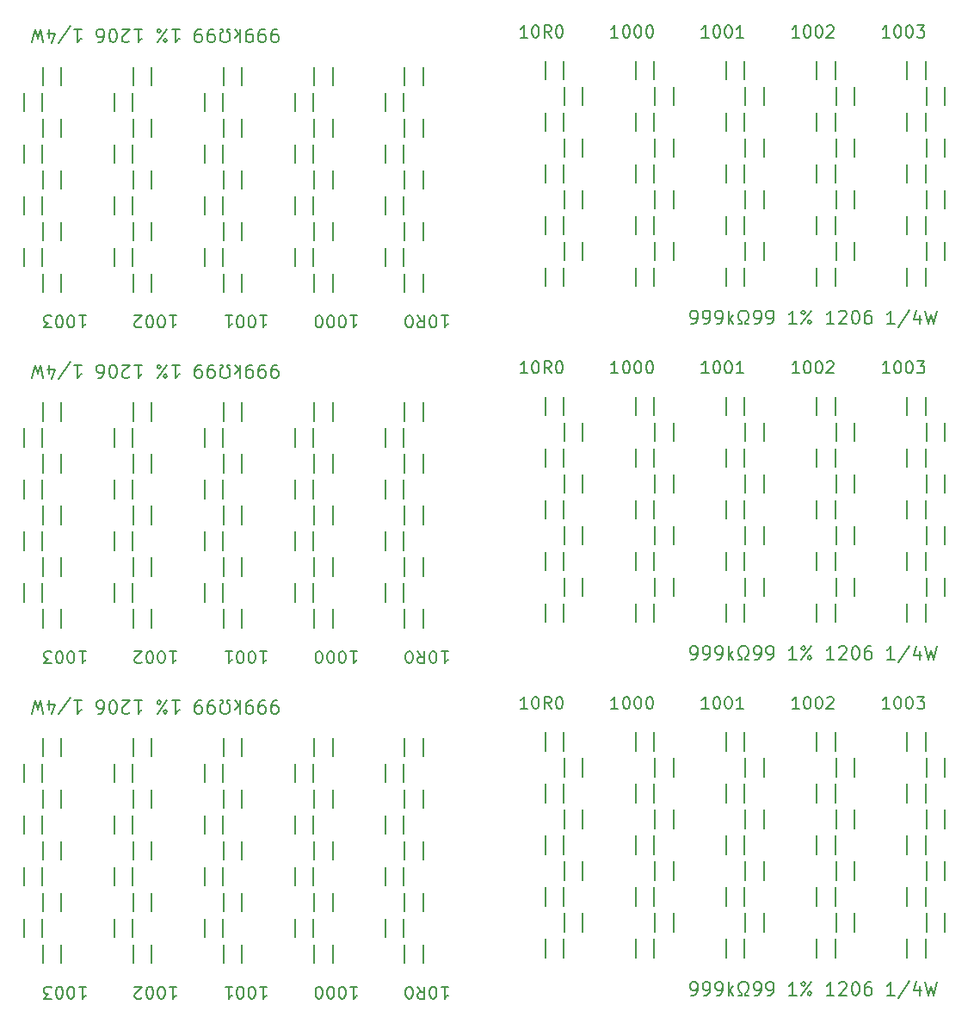
<source format=gto>
%MOIN*%
%OFA0B0*%
%FSLAX46Y46*%
%IPPOS*%
%LPD*%
%ADD10C,0.0019685039370078744*%
%ADD11C,0.005905511811023622*%
%ADD12O,0.07874015748031496X0.07874015748031496*%
%ADD13R,0.07874015748031496X0.07874015748031496*%
%ADD14O,0.08X0.08*%
%ADD15R,0.08X0.08*%
%ADD16R,0.062992125984251982X0.03937007874015748*%
%ADD27C,0.0019685039370078744*%
%ADD28C,0.005905511811023622*%
%ADD29O,0.07874015748031496X0.07874015748031496*%
%ADD30R,0.07874015748031496X0.07874015748031496*%
%ADD31O,0.08X0.08*%
%ADD32R,0.08X0.08*%
%ADD33R,0.062992125984251982X0.03937007874015748*%
%ADD44C,0.0019685039370078744*%
%ADD45C,0.005905511811023622*%
%ADD46O,0.07874015748031496X0.07874015748031496*%
%ADD47R,0.07874015748031496X0.07874015748031496*%
%ADD48O,0.08X0.08*%
%ADD49R,0.08X0.08*%
%ADD50R,0.062992125984251982X0.03937007874015748*%
%ADD61C,0.0019685039370078744*%
%ADD62C,0.005905511811023622*%
%ADD63O,0.07874015748031496X0.07874015748031496*%
%ADD64R,0.07874015748031496X0.07874015748031496*%
%ADD65O,0.08X0.08*%
%ADD66R,0.08X0.08*%
%ADD67R,0.062992125984251982X0.03937007874015748*%
%ADD78C,0.0019685039370078744*%
%ADD79C,0.005905511811023622*%
%ADD80O,0.07874015748031496X0.07874015748031496*%
%ADD81R,0.07874015748031496X0.07874015748031496*%
%ADD82O,0.08X0.08*%
%ADD83R,0.08X0.08*%
%ADD84R,0.062992125984251982X0.03937007874015748*%
%ADD95C,0.0019685039370078744*%
%ADD96C,0.005905511811023622*%
%ADD97O,0.07874015748031496X0.07874015748031496*%
%ADD98R,0.07874015748031496X0.07874015748031496*%
%ADD99O,0.08X0.08*%
%ADD100R,0.08X0.08*%
%ADD101R,0.062992125984251982X0.03937007874015748*%
%LPD*%
G01*
D10*
D11*
X0002770627Y0001437476D02*
X0002780375Y0001437476D01*
X0002785250Y0001439913D01*
X0002787687Y0001442350D01*
X0002792560Y0001449662D01*
X0002794999Y0001459411D01*
X0002794999Y0001478907D01*
X0002792560Y0001483783D01*
X0002790124Y0001486220D01*
X0002785250Y0001488657D01*
X0002775501Y0001488657D01*
X0002770627Y0001486220D01*
X0002768188Y0001483783D01*
X0002765752Y0001478907D01*
X0002765752Y0001466722D01*
X0002768188Y0001461848D01*
X0002770627Y0001459411D01*
X0002775501Y0001456974D01*
X0002785250Y0001456974D01*
X0002790124Y0001459411D01*
X0002792560Y0001461848D01*
X0002794999Y0001466722D01*
X0002819370Y0001437476D02*
X0002829119Y0001437476D01*
X0002833994Y0001439913D01*
X0002836431Y0001442350D01*
X0002841305Y0001449662D01*
X0002843742Y0001459411D01*
X0002843742Y0001478907D01*
X0002841305Y0001483783D01*
X0002838868Y0001486220D01*
X0002833994Y0001488657D01*
X0002824245Y0001488657D01*
X0002819370Y0001486220D01*
X0002816932Y0001483783D01*
X0002814496Y0001478907D01*
X0002814496Y0001466722D01*
X0002816932Y0001461848D01*
X0002819370Y0001459411D01*
X0002824245Y0001456974D01*
X0002833994Y0001456974D01*
X0002838868Y0001459411D01*
X0002841305Y0001461848D01*
X0002843742Y0001466722D01*
X0002868114Y0001437476D02*
X0002877863Y0001437476D01*
X0002882738Y0001439913D01*
X0002885175Y0001442350D01*
X0002890049Y0001449662D01*
X0002892486Y0001459411D01*
X0002892486Y0001478907D01*
X0002890049Y0001483783D01*
X0002887612Y0001486220D01*
X0002882738Y0001488657D01*
X0002872989Y0001488657D01*
X0002868114Y0001486220D01*
X0002865677Y0001483783D01*
X0002863240Y0001478907D01*
X0002863240Y0001466722D01*
X0002865677Y0001461848D01*
X0002868114Y0001459411D01*
X0002872989Y0001456974D01*
X0002882738Y0001456974D01*
X0002887612Y0001459411D01*
X0002890049Y0001461848D01*
X0002892486Y0001466722D01*
X0002914421Y0001437476D02*
X0002914421Y0001488657D01*
X0002919296Y0001456974D02*
X0002933919Y0001437476D01*
X0002933919Y0001471597D02*
X0002914421Y0001452099D01*
X0002953416Y0001437476D02*
X0002965602Y0001437476D01*
X0002965602Y0001447225D01*
X0002960728Y0001449662D01*
X0002955853Y0001454536D01*
X0002953416Y0001461848D01*
X0002953416Y0001474034D01*
X0002955853Y0001481346D01*
X0002960728Y0001486220D01*
X0002968039Y0001488657D01*
X0002977788Y0001488657D01*
X0002985100Y0001486220D01*
X0002989974Y0001481346D01*
X0002992411Y0001474034D01*
X0002992411Y0001461848D01*
X0002989974Y0001454536D01*
X0002985100Y0001449662D01*
X0002980225Y0001447225D01*
X0002980225Y0001437476D01*
X0002992411Y0001437476D01*
X0003016783Y0001437476D02*
X0003026532Y0001437476D01*
X0003031407Y0001439913D01*
X0003033844Y0001442350D01*
X0003038718Y0001449662D01*
X0003041155Y0001459411D01*
X0003041155Y0001478907D01*
X0003038718Y0001483783D01*
X0003036281Y0001486220D01*
X0003031407Y0001488657D01*
X0003021658Y0001488657D01*
X0003016783Y0001486220D01*
X0003014346Y0001483783D01*
X0003011909Y0001478907D01*
X0003011909Y0001466722D01*
X0003014346Y0001461848D01*
X0003016783Y0001459411D01*
X0003021658Y0001456974D01*
X0003031407Y0001456974D01*
X0003036281Y0001459411D01*
X0003038718Y0001461848D01*
X0003041155Y0001466722D01*
X0003065527Y0001437476D02*
X0003075276Y0001437476D01*
X0003080150Y0001439913D01*
X0003082588Y0001442350D01*
X0003087462Y0001449662D01*
X0003089899Y0001459411D01*
X0003089899Y0001478907D01*
X0003087462Y0001483783D01*
X0003085025Y0001486220D01*
X0003080150Y0001488657D01*
X0003070402Y0001488657D01*
X0003065527Y0001486220D01*
X0003063090Y0001483783D01*
X0003060653Y0001478907D01*
X0003060653Y0001466722D01*
X0003063090Y0001461848D01*
X0003065527Y0001459411D01*
X0003070402Y0001456974D01*
X0003080150Y0001456974D01*
X0003085025Y0001459411D01*
X0003087462Y0001461848D01*
X0003089899Y0001466722D01*
X0003177638Y0001437476D02*
X0003148392Y0001437476D01*
X0003163015Y0001437476D02*
X0003163015Y0001488657D01*
X0003158141Y0001481346D01*
X0003153266Y0001476471D01*
X0003148392Y0001474034D01*
X0003197136Y0001437476D02*
X0003236131Y0001488657D01*
X0003204447Y0001488657D02*
X0003209321Y0001486220D01*
X0003211759Y0001481346D01*
X0003209321Y0001476471D01*
X0003204447Y0001474034D01*
X0003199572Y0001476471D01*
X0003197136Y0001481346D01*
X0003199572Y0001486220D01*
X0003204447Y0001488657D01*
X0003233693Y0001439913D02*
X0003236131Y0001444788D01*
X0003233693Y0001449662D01*
X0003228819Y0001452099D01*
X0003223944Y0001449662D01*
X0003221508Y0001444788D01*
X0003223944Y0001439913D01*
X0003228819Y0001437476D01*
X0003233693Y0001439913D01*
X0003323870Y0001437476D02*
X0003294624Y0001437476D01*
X0003309247Y0001437476D02*
X0003309247Y0001488657D01*
X0003304371Y0001481346D01*
X0003299498Y0001476471D01*
X0003294624Y0001474034D01*
X0003343366Y0001483783D02*
X0003345805Y0001486220D01*
X0003350679Y0001488657D01*
X0003362865Y0001488657D01*
X0003367739Y0001486220D01*
X0003370177Y0001483783D01*
X0003372614Y0001478907D01*
X0003372614Y0001474034D01*
X0003370177Y0001466722D01*
X0003340930Y0001437476D01*
X0003372614Y0001437476D01*
X0003404297Y0001488657D02*
X0003409172Y0001488657D01*
X0003414046Y0001486220D01*
X0003416483Y0001483783D01*
X0003418921Y0001478907D01*
X0003421358Y0001469160D01*
X0003421358Y0001456974D01*
X0003418921Y0001447225D01*
X0003416483Y0001442350D01*
X0003414046Y0001439913D01*
X0003409172Y0001437476D01*
X0003404297Y0001437476D01*
X0003399423Y0001439913D01*
X0003396986Y0001442350D01*
X0003394549Y0001447225D01*
X0003392111Y0001456974D01*
X0003392111Y0001469160D01*
X0003394549Y0001478907D01*
X0003396986Y0001483783D01*
X0003399423Y0001486220D01*
X0003404297Y0001488657D01*
X0003465227Y0001488657D02*
X0003455478Y0001488657D01*
X0003450604Y0001486220D01*
X0003448167Y0001483783D01*
X0003443292Y0001476471D01*
X0003440855Y0001466722D01*
X0003440855Y0001447225D01*
X0003443292Y0001442350D01*
X0003445730Y0001439913D01*
X0003450604Y0001437476D01*
X0003460352Y0001437476D01*
X0003465227Y0001439913D01*
X0003467664Y0001442350D01*
X0003470101Y0001447225D01*
X0003470101Y0001459411D01*
X0003467664Y0001464285D01*
X0003465227Y0001466722D01*
X0003460352Y0001469160D01*
X0003450604Y0001469160D01*
X0003445730Y0001466722D01*
X0003443292Y0001464285D01*
X0003440855Y0001459411D01*
X0003557841Y0001437476D02*
X0003528594Y0001437476D01*
X0003543218Y0001437476D02*
X0003543218Y0001488657D01*
X0003538343Y0001481346D01*
X0003533469Y0001476471D01*
X0003528594Y0001474034D01*
X0003616333Y0001491093D02*
X0003572464Y0001425290D01*
X0003655329Y0001471597D02*
X0003655329Y0001437476D01*
X0003643143Y0001491093D02*
X0003630957Y0001454536D01*
X0003662640Y0001454536D01*
X0003677263Y0001488657D02*
X0003689449Y0001437476D01*
X0003699198Y0001474034D01*
X0003708947Y0001437476D01*
X0003721133Y0001488657D01*
X0002135728Y0002545335D02*
X0002108731Y0002545335D01*
X0002122229Y0002545335D02*
X0002122229Y0002592580D01*
X0002117730Y0002585830D01*
X0002113231Y0002581331D01*
X0002108731Y0002579081D01*
X0002164974Y0002592580D02*
X0002169474Y0002592580D01*
X0002173973Y0002590329D01*
X0002176223Y0002588080D01*
X0002178472Y0002583581D01*
X0002180722Y0002574581D01*
X0002180722Y0002563333D01*
X0002178472Y0002554334D01*
X0002176223Y0002549835D01*
X0002173973Y0002547585D01*
X0002169474Y0002545335D01*
X0002164974Y0002545335D01*
X0002160475Y0002547585D01*
X0002158225Y0002549835D01*
X0002155975Y0002554334D01*
X0002153725Y0002563333D01*
X0002153725Y0002574581D01*
X0002155975Y0002583581D01*
X0002158225Y0002588080D01*
X0002160475Y0002590329D01*
X0002164974Y0002592580D01*
X0002227966Y0002545335D02*
X0002212218Y0002567833D01*
X0002200970Y0002545335D02*
X0002200970Y0002592580D01*
X0002218967Y0002592580D01*
X0002223467Y0002590329D01*
X0002225717Y0002588080D01*
X0002227966Y0002583581D01*
X0002227966Y0002576832D01*
X0002225717Y0002572332D01*
X0002223467Y0002570082D01*
X0002218967Y0002567833D01*
X0002200970Y0002567833D01*
X0002257213Y0002592580D02*
X0002261712Y0002592580D01*
X0002266211Y0002590329D01*
X0002268461Y0002588080D01*
X0002270711Y0002583581D01*
X0002272961Y0002574581D01*
X0002272961Y0002563333D01*
X0002270711Y0002554334D01*
X0002268461Y0002549835D01*
X0002266211Y0002547585D01*
X0002261712Y0002545335D01*
X0002257213Y0002545335D01*
X0002252713Y0002547585D01*
X0002250463Y0002549835D01*
X0002248214Y0002554334D01*
X0002245964Y0002563333D01*
X0002245964Y0002574581D01*
X0002248214Y0002583581D01*
X0002250463Y0002588080D01*
X0002252713Y0002590329D01*
X0002257213Y0002592580D01*
X0002487246Y0002545335D02*
X0002460250Y0002545335D01*
X0002473748Y0002545335D02*
X0002473748Y0002592580D01*
X0002469249Y0002585830D01*
X0002464749Y0002581331D01*
X0002460250Y0002579081D01*
X0002516493Y0002592580D02*
X0002520992Y0002592580D01*
X0002525492Y0002590329D01*
X0002527741Y0002588080D01*
X0002529990Y0002583581D01*
X0002532241Y0002574581D01*
X0002532241Y0002563333D01*
X0002529990Y0002554334D01*
X0002527741Y0002549835D01*
X0002525492Y0002547585D01*
X0002520992Y0002545335D01*
X0002516493Y0002545335D01*
X0002511993Y0002547585D01*
X0002509744Y0002549835D01*
X0002507494Y0002554334D01*
X0002505244Y0002563333D01*
X0002505244Y0002574581D01*
X0002507494Y0002583581D01*
X0002509744Y0002588080D01*
X0002511993Y0002590329D01*
X0002516493Y0002592580D01*
X0002561487Y0002592580D02*
X0002565986Y0002592580D01*
X0002570486Y0002590329D01*
X0002572735Y0002588080D01*
X0002574985Y0002583581D01*
X0002577235Y0002574581D01*
X0002577235Y0002563333D01*
X0002574985Y0002554334D01*
X0002572735Y0002549835D01*
X0002570486Y0002547585D01*
X0002565986Y0002545335D01*
X0002561487Y0002545335D01*
X0002556987Y0002547585D01*
X0002554738Y0002549835D01*
X0002552488Y0002554334D01*
X0002550237Y0002563333D01*
X0002550237Y0002574581D01*
X0002552488Y0002583581D01*
X0002554738Y0002588080D01*
X0002556987Y0002590329D01*
X0002561487Y0002592580D01*
X0002606481Y0002592580D02*
X0002610981Y0002592580D01*
X0002615480Y0002590329D01*
X0002617730Y0002588080D01*
X0002619980Y0002583581D01*
X0002622229Y0002574581D01*
X0002622229Y0002563333D01*
X0002619980Y0002554334D01*
X0002617730Y0002549835D01*
X0002615480Y0002547585D01*
X0002610981Y0002545335D01*
X0002606481Y0002545335D01*
X0002601982Y0002547585D01*
X0002599732Y0002549835D01*
X0002597482Y0002554334D01*
X0002595233Y0002563333D01*
X0002595233Y0002574581D01*
X0002597482Y0002583581D01*
X0002599732Y0002588080D01*
X0002601982Y0002590329D01*
X0002606481Y0002592580D01*
X0002837640Y0002545335D02*
X0002810643Y0002545335D01*
X0002824142Y0002545335D02*
X0002824142Y0002592580D01*
X0002819642Y0002585830D01*
X0002815142Y0002581331D01*
X0002810643Y0002579081D01*
X0002866886Y0002592580D02*
X0002871386Y0002592580D01*
X0002875885Y0002590329D01*
X0002878135Y0002588080D01*
X0002880385Y0002583581D01*
X0002882634Y0002574581D01*
X0002882634Y0002563333D01*
X0002880385Y0002554334D01*
X0002878135Y0002549835D01*
X0002875885Y0002547585D01*
X0002871386Y0002545335D01*
X0002866886Y0002545335D01*
X0002862387Y0002547585D01*
X0002860137Y0002549835D01*
X0002857887Y0002554334D01*
X0002855638Y0002563333D01*
X0002855638Y0002574581D01*
X0002857887Y0002583581D01*
X0002860137Y0002588080D01*
X0002862387Y0002590329D01*
X0002866886Y0002592580D01*
X0002911881Y0002592580D02*
X0002916380Y0002592580D01*
X0002920880Y0002590329D01*
X0002923129Y0002588080D01*
X0002925379Y0002583581D01*
X0002927629Y0002574581D01*
X0002927629Y0002563333D01*
X0002925379Y0002554334D01*
X0002923129Y0002549835D01*
X0002920880Y0002547585D01*
X0002916380Y0002545335D01*
X0002911881Y0002545335D01*
X0002907381Y0002547585D01*
X0002905132Y0002549835D01*
X0002902882Y0002554334D01*
X0002900632Y0002563333D01*
X0002900632Y0002574581D01*
X0002902882Y0002583581D01*
X0002905132Y0002588080D01*
X0002907381Y0002590329D01*
X0002911881Y0002592580D01*
X0002972623Y0002545335D02*
X0002945627Y0002545335D01*
X0002959125Y0002545335D02*
X0002959125Y0002592580D01*
X0002954624Y0002585830D01*
X0002950125Y0002581331D01*
X0002945627Y0002579081D01*
X0003188034Y0002545335D02*
X0003161037Y0002545335D01*
X0003174535Y0002545335D02*
X0003174535Y0002592580D01*
X0003170036Y0002585830D01*
X0003165537Y0002581331D01*
X0003161037Y0002579081D01*
X0003217280Y0002592580D02*
X0003221780Y0002592580D01*
X0003226279Y0002590329D01*
X0003228529Y0002588080D01*
X0003230778Y0002583581D01*
X0003233028Y0002574581D01*
X0003233028Y0002563333D01*
X0003230778Y0002554334D01*
X0003228529Y0002549835D01*
X0003226279Y0002547585D01*
X0003221780Y0002545335D01*
X0003217280Y0002545335D01*
X0003212781Y0002547585D01*
X0003210531Y0002549835D01*
X0003208280Y0002554334D01*
X0003206031Y0002563333D01*
X0003206031Y0002574581D01*
X0003208280Y0002583581D01*
X0003210531Y0002588080D01*
X0003212781Y0002590329D01*
X0003217280Y0002592580D01*
X0003262274Y0002592580D02*
X0003266773Y0002592580D01*
X0003271273Y0002590329D01*
X0003273523Y0002588080D01*
X0003275773Y0002583581D01*
X0003278022Y0002574581D01*
X0003278022Y0002563333D01*
X0003275773Y0002554334D01*
X0003273523Y0002549835D01*
X0003271273Y0002547585D01*
X0003266773Y0002545335D01*
X0003262274Y0002545335D01*
X0003257775Y0002547585D01*
X0003255525Y0002549835D01*
X0003253276Y0002554334D01*
X0003251025Y0002563333D01*
X0003251025Y0002574581D01*
X0003253276Y0002583581D01*
X0003255525Y0002588080D01*
X0003257775Y0002590329D01*
X0003262274Y0002592580D01*
X0003296020Y0002588080D02*
X0003298270Y0002590329D01*
X0003302769Y0002592580D01*
X0003314018Y0002592580D01*
X0003318517Y0002590329D01*
X0003320767Y0002588080D01*
X0003323017Y0002583581D01*
X0003323017Y0002579081D01*
X0003320767Y0002572332D01*
X0003293770Y0002545335D01*
X0003323017Y0002545335D01*
X0003538427Y0002545335D02*
X0003511431Y0002545335D01*
X0003524929Y0002545335D02*
X0003524929Y0002592580D01*
X0003520430Y0002585830D01*
X0003515930Y0002581331D01*
X0003511431Y0002579081D01*
X0003567673Y0002592580D02*
X0003572173Y0002592580D01*
X0003576673Y0002590329D01*
X0003578922Y0002588080D01*
X0003581172Y0002583581D01*
X0003583422Y0002574581D01*
X0003583422Y0002563333D01*
X0003581172Y0002554334D01*
X0003578922Y0002549835D01*
X0003576673Y0002547585D01*
X0003572173Y0002545335D01*
X0003567673Y0002545335D01*
X0003563174Y0002547585D01*
X0003560925Y0002549835D01*
X0003558675Y0002554334D01*
X0003556425Y0002563333D01*
X0003556425Y0002574581D01*
X0003558675Y0002583581D01*
X0003560925Y0002588080D01*
X0003563174Y0002590329D01*
X0003567673Y0002592580D01*
X0003612668Y0002592580D02*
X0003617168Y0002592580D01*
X0003621667Y0002590329D01*
X0003623917Y0002588080D01*
X0003626166Y0002583581D01*
X0003628415Y0002574581D01*
X0003628415Y0002563333D01*
X0003626166Y0002554334D01*
X0003623917Y0002549835D01*
X0003621667Y0002547585D01*
X0003617168Y0002545335D01*
X0003612668Y0002545335D01*
X0003608168Y0002547585D01*
X0003605919Y0002549835D01*
X0003603669Y0002554334D01*
X0003601420Y0002563333D01*
X0003601420Y0002574581D01*
X0003603669Y0002583581D01*
X0003605919Y0002588080D01*
X0003608168Y0002590329D01*
X0003612668Y0002592580D01*
X0003644163Y0002592580D02*
X0003673411Y0002592580D01*
X0003657662Y0002574581D01*
X0003664412Y0002574581D01*
X0003668911Y0002572332D01*
X0003671160Y0002570082D01*
X0003673411Y0002565583D01*
X0003673411Y0002554334D01*
X0003671160Y0002549835D01*
X0003668911Y0002547585D01*
X0003664412Y0002545335D01*
X0003650913Y0002545335D01*
X0003646414Y0002547585D01*
X0003644163Y0002549835D01*
X0002276428Y0001983945D02*
X0002276428Y0002054812D01*
X0002205562Y0001983945D02*
X0002205562Y0002054812D01*
X0002626822Y0001983945D02*
X0002626822Y0002054812D01*
X0002555956Y0001983945D02*
X0002555956Y0002054812D01*
X0002977216Y0001983945D02*
X0002977216Y0002054812D01*
X0002906349Y0001983945D02*
X0002906349Y0002054812D01*
X0003327608Y0001983945D02*
X0003327608Y0002054812D01*
X0003256743Y0001983945D02*
X0003256743Y0002054812D01*
X0002279814Y0002083946D02*
X0002279814Y0002154813D01*
X0002350680Y0002083946D02*
X0002350680Y0002154813D01*
X0002630208Y0002083946D02*
X0002630208Y0002154813D01*
X0002701074Y0002083946D02*
X0002701074Y0002154813D01*
X0002980601Y0002083946D02*
X0002980601Y0002154813D01*
X0003051468Y0002083946D02*
X0003051468Y0002154813D01*
X0003330994Y0002083946D02*
X0003330994Y0002154813D01*
X0003401861Y0002083946D02*
X0003401861Y0002154813D01*
X0002279814Y0001683946D02*
X0002279814Y0001754813D01*
X0002350680Y0001683946D02*
X0002350680Y0001754813D01*
X0002630208Y0001683946D02*
X0002630208Y0001754813D01*
X0002701074Y0001683946D02*
X0002701074Y0001754813D01*
X0002980601Y0001683946D02*
X0002980601Y0001754813D01*
X0003051468Y0001683946D02*
X0003051468Y0001754813D01*
X0003330994Y0001683946D02*
X0003330994Y0001754813D01*
X0003401861Y0001683946D02*
X0003401861Y0001754813D01*
X0002276428Y0001583945D02*
X0002276428Y0001654813D01*
X0002205562Y0001583945D02*
X0002205562Y0001654813D01*
X0002626822Y0001583945D02*
X0002626822Y0001654813D01*
X0002555956Y0001583945D02*
X0002555956Y0001654813D01*
X0002977216Y0001583945D02*
X0002977216Y0001654813D01*
X0002906349Y0001583945D02*
X0002906349Y0001654813D01*
X0003327608Y0001583945D02*
X0003327608Y0001654813D01*
X0003256743Y0001583945D02*
X0003256743Y0001654813D01*
X0002350680Y0001883946D02*
X0002350680Y0001954813D01*
X0002279814Y0001883946D02*
X0002279814Y0001954813D01*
X0002701074Y0001883946D02*
X0002701074Y0001954813D01*
X0002630208Y0001883946D02*
X0002630208Y0001954813D01*
X0003051468Y0001883946D02*
X0003051468Y0001954813D01*
X0002980601Y0001883946D02*
X0002980601Y0001954813D01*
X0003401861Y0001883946D02*
X0003401861Y0001954813D01*
X0003330994Y0001883946D02*
X0003330994Y0001954813D01*
X0002205562Y0002183946D02*
X0002205562Y0002254813D01*
X0002276428Y0002183946D02*
X0002276428Y0002254813D01*
X0002555956Y0002183946D02*
X0002555956Y0002254813D01*
X0002626822Y0002183946D02*
X0002626822Y0002254813D01*
X0002906349Y0002183946D02*
X0002906349Y0002254813D01*
X0002977216Y0002183946D02*
X0002977216Y0002254813D01*
X0003256743Y0002183946D02*
X0003256743Y0002254813D01*
X0003327608Y0002183946D02*
X0003327608Y0002254813D01*
X0002205562Y0001783945D02*
X0002205562Y0001854813D01*
X0002276428Y0001783945D02*
X0002276428Y0001854813D01*
X0002555956Y0001783945D02*
X0002555956Y0001854813D01*
X0002626822Y0001783945D02*
X0002626822Y0001854813D01*
X0002906349Y0001783945D02*
X0002906349Y0001854813D01*
X0002977216Y0001783945D02*
X0002977216Y0001854813D01*
X0003256743Y0001783945D02*
X0003256743Y0001854813D01*
X0003327608Y0001783945D02*
X0003327608Y0001854813D01*
X0002350680Y0002283946D02*
X0002350680Y0002354813D01*
X0002279814Y0002283946D02*
X0002279814Y0002354813D01*
X0002701074Y0002283946D02*
X0002701074Y0002354813D01*
X0002630208Y0002283946D02*
X0002630208Y0002354813D01*
X0003051468Y0002283946D02*
X0003051468Y0002354813D01*
X0002980601Y0002283946D02*
X0002980601Y0002354813D01*
X0003401861Y0002283946D02*
X0003401861Y0002354813D01*
X0003330994Y0002283946D02*
X0003330994Y0002354813D01*
X0002276428Y0002383946D02*
X0002276428Y0002454813D01*
X0002205562Y0002383946D02*
X0002205562Y0002454813D01*
X0002626822Y0002383946D02*
X0002626822Y0002454813D01*
X0002555956Y0002383946D02*
X0002555956Y0002454813D01*
X0002977216Y0002383946D02*
X0002977216Y0002454813D01*
X0002906349Y0002383946D02*
X0002906349Y0002454813D01*
X0003327608Y0002383946D02*
X0003327608Y0002454813D01*
X0003256743Y0002383946D02*
X0003256743Y0002454813D01*
X0003607137Y0001983945D02*
X0003607137Y0002054812D01*
X0003678003Y0001983945D02*
X0003678003Y0002054812D01*
X0003678003Y0002183946D02*
X0003678003Y0002254813D01*
X0003607137Y0002183946D02*
X0003607137Y0002254813D01*
X0003681389Y0001883946D02*
X0003681389Y0001954813D01*
X0003752254Y0001883946D02*
X0003752254Y0001954813D01*
X0003678003Y0001783945D02*
X0003678003Y0001854813D01*
X0003607137Y0001783945D02*
X0003607137Y0001854813D01*
X0003752254Y0001683946D02*
X0003752254Y0001754813D01*
X0003681389Y0001683946D02*
X0003681389Y0001754813D01*
X0003607137Y0001583945D02*
X0003607137Y0001654813D01*
X0003678003Y0001583945D02*
X0003678003Y0001654813D01*
X0003681389Y0002283946D02*
X0003681389Y0002354813D01*
X0003752254Y0002283946D02*
X0003752254Y0002354813D01*
X0003752254Y0002083946D02*
X0003752254Y0002154813D01*
X0003681389Y0002083946D02*
X0003681389Y0002154813D01*
X0003607137Y0002383946D02*
X0003607137Y0002454813D01*
X0003678003Y0002383946D02*
X0003678003Y0002454813D01*
%LPC*%
D12*
X0002056861Y0001568435D03*
X0002156861Y0001568435D03*
X0002056861Y0001668435D03*
X0002156861Y0001668435D03*
X0002056861Y0001768435D03*
X0002156861Y0001768435D03*
X0002056861Y0001868435D03*
X0002156861Y0001868435D03*
X0002056861Y0001968435D03*
X0002156861Y0001968435D03*
X0002056861Y0002068435D03*
X0002156861Y0002068435D03*
X0002056861Y0002168435D03*
X0002156861Y0002168435D03*
X0002056861Y0002268435D03*
X0002156861Y0002268435D03*
X0002056861Y0002368435D03*
X0002156861Y0002368435D03*
X0002056861Y0002468435D03*
D13*
X0002156861Y0002468435D03*
D14*
X0003897637Y0002071689D03*
D15*
X0003897637Y0001971690D03*
X0003799816Y0001972083D03*
D14*
X0003799816Y0002072083D03*
D12*
X0002407255Y0001568435D03*
X0002507255Y0001568435D03*
X0002407255Y0001668435D03*
X0002507255Y0001668435D03*
X0002407255Y0001768435D03*
X0002507255Y0001768435D03*
X0002407255Y0001868435D03*
X0002507255Y0001868435D03*
X0002407255Y0001968435D03*
X0002507255Y0001968435D03*
X0002407255Y0002068435D03*
X0002507255Y0002068435D03*
X0002407255Y0002168435D03*
X0002507255Y0002168435D03*
X0002407255Y0002268435D03*
X0002507255Y0002268435D03*
X0002407255Y0002368435D03*
X0002507255Y0002368435D03*
X0002407255Y0002468435D03*
D13*
X0002507255Y0002468435D03*
D12*
X0002757649Y0001568435D03*
X0002857649Y0001568435D03*
X0002757649Y0001668435D03*
X0002857649Y0001668435D03*
X0002757649Y0001768435D03*
X0002857649Y0001768435D03*
X0002757649Y0001868435D03*
X0002857649Y0001868435D03*
X0002757649Y0001968435D03*
X0002857649Y0001968435D03*
X0002757649Y0002068435D03*
X0002857649Y0002068435D03*
X0002757649Y0002168435D03*
X0002857649Y0002168435D03*
X0002757649Y0002268435D03*
X0002857649Y0002268435D03*
X0002757649Y0002368435D03*
X0002857649Y0002368435D03*
X0002757649Y0002468435D03*
D13*
X0002857649Y0002468435D03*
D12*
X0003108041Y0001568435D03*
X0003208042Y0001568435D03*
X0003108041Y0001668435D03*
X0003208042Y0001668435D03*
X0003108041Y0001768435D03*
X0003208042Y0001768435D03*
X0003108041Y0001868435D03*
X0003208042Y0001868435D03*
X0003108041Y0001968435D03*
X0003208042Y0001968435D03*
X0003108041Y0002068435D03*
X0003208042Y0002068435D03*
X0003108041Y0002168435D03*
X0003208042Y0002168435D03*
X0003108041Y0002268435D03*
X0003208042Y0002268435D03*
X0003108041Y0002368435D03*
X0003208042Y0002368435D03*
X0003108041Y0002468435D03*
D13*
X0003208042Y0002468435D03*
D16*
X0002240995Y0001952450D03*
X0002240995Y0002086309D03*
X0002591389Y0001952450D03*
X0002591389Y0002086309D03*
X0002941782Y0001952450D03*
X0002941782Y0002086309D03*
X0003292176Y0001952450D03*
X0003292176Y0002086309D03*
X0002315247Y0002186309D03*
X0002315247Y0002052450D03*
X0002665641Y0002186309D03*
X0002665641Y0002052450D03*
X0003016034Y0002186309D03*
X0003016034Y0002052450D03*
X0003366428Y0002186309D03*
X0003366428Y0002052450D03*
X0002315247Y0001786309D03*
X0002315247Y0001652450D03*
X0002665641Y0001786309D03*
X0002665641Y0001652450D03*
X0003016034Y0001786309D03*
X0003016034Y0001652450D03*
X0003366428Y0001786309D03*
X0003366428Y0001652450D03*
X0002240995Y0001552450D03*
X0002240995Y0001686309D03*
X0002591389Y0001552450D03*
X0002591389Y0001686309D03*
X0002941782Y0001552450D03*
X0002941782Y0001686309D03*
X0003292176Y0001552450D03*
X0003292176Y0001686309D03*
X0002315247Y0001852450D03*
X0002315247Y0001986309D03*
X0002665641Y0001852450D03*
X0002665641Y0001986309D03*
X0003016034Y0001852450D03*
X0003016034Y0001986309D03*
X0003366428Y0001852450D03*
X0003366428Y0001986309D03*
X0002240995Y0002286309D03*
X0002240995Y0002152450D03*
X0002591389Y0002286309D03*
X0002591389Y0002152450D03*
X0002941782Y0002286309D03*
X0002941782Y0002152450D03*
X0003292176Y0002286309D03*
X0003292176Y0002152450D03*
X0002240995Y0001886309D03*
X0002240995Y0001752450D03*
X0002591389Y0001886309D03*
X0002591389Y0001752450D03*
X0002941782Y0001886309D03*
X0002941782Y0001752450D03*
X0003292176Y0001886309D03*
X0003292176Y0001752450D03*
X0002315247Y0002252450D03*
X0002315247Y0002386309D03*
X0002665641Y0002252450D03*
X0002665641Y0002386309D03*
X0003016034Y0002252450D03*
X0003016034Y0002386309D03*
X0003366428Y0002252450D03*
X0003366428Y0002386309D03*
X0002240995Y0002352450D03*
X0002240995Y0002486309D03*
X0002591389Y0002352450D03*
X0002591389Y0002486309D03*
X0002941782Y0002352450D03*
X0002941782Y0002486309D03*
X0003292176Y0002352450D03*
X0003292176Y0002486309D03*
D13*
X0003558436Y0002468435D03*
D12*
X0003458436Y0002468435D03*
X0003558436Y0002368435D03*
X0003458436Y0002368435D03*
X0003558436Y0002268435D03*
X0003458436Y0002268435D03*
X0003558436Y0002168435D03*
X0003458436Y0002168435D03*
X0003558436Y0002068435D03*
X0003458436Y0002068435D03*
X0003558436Y0001968435D03*
X0003458436Y0001968435D03*
X0003558436Y0001868435D03*
X0003458436Y0001868435D03*
X0003558436Y0001768435D03*
X0003458436Y0001768435D03*
X0003558436Y0001668435D03*
X0003458436Y0001668435D03*
X0003558436Y0001568435D03*
X0003458436Y0001568435D03*
D16*
X0003642570Y0002086309D03*
X0003642570Y0001952450D03*
X0003642570Y0002152450D03*
X0003642570Y0002286309D03*
X0003716822Y0001986309D03*
X0003716822Y0001852450D03*
X0003642570Y0001752450D03*
X0003642570Y0001886309D03*
X0003716822Y0001652450D03*
X0003716822Y0001786309D03*
X0003642570Y0001686309D03*
X0003642570Y0001552450D03*
X0003716822Y0002386309D03*
X0003716822Y0002252450D03*
X0003716822Y0002052450D03*
X0003716822Y0002186309D03*
X0003642570Y0002486309D03*
X0003642570Y0002352450D03*
%LPD*%
G01*
D27*
D28*
X0002770627Y0002736689D02*
X0002780375Y0002736689D01*
X0002785250Y0002739126D01*
X0002787687Y0002741563D01*
X0002792560Y0002748875D01*
X0002794999Y0002758623D01*
X0002794999Y0002778121D01*
X0002792560Y0002782995D01*
X0002790124Y0002785433D01*
X0002785250Y0002787869D01*
X0002775501Y0002787869D01*
X0002770627Y0002785433D01*
X0002768188Y0002782995D01*
X0002765752Y0002778121D01*
X0002765752Y0002765935D01*
X0002768188Y0002761061D01*
X0002770627Y0002758623D01*
X0002775501Y0002756186D01*
X0002785250Y0002756186D01*
X0002790124Y0002758623D01*
X0002792560Y0002761061D01*
X0002794999Y0002765935D01*
X0002819370Y0002736689D02*
X0002829119Y0002736689D01*
X0002833994Y0002739126D01*
X0002836431Y0002741563D01*
X0002841305Y0002748875D01*
X0002843742Y0002758623D01*
X0002843742Y0002778121D01*
X0002841305Y0002782995D01*
X0002838868Y0002785433D01*
X0002833994Y0002787869D01*
X0002824245Y0002787869D01*
X0002819370Y0002785433D01*
X0002816932Y0002782995D01*
X0002814496Y0002778121D01*
X0002814496Y0002765935D01*
X0002816932Y0002761061D01*
X0002819370Y0002758623D01*
X0002824245Y0002756186D01*
X0002833994Y0002756186D01*
X0002838868Y0002758623D01*
X0002841305Y0002761061D01*
X0002843742Y0002765935D01*
X0002868114Y0002736689D02*
X0002877863Y0002736689D01*
X0002882738Y0002739126D01*
X0002885175Y0002741563D01*
X0002890049Y0002748875D01*
X0002892486Y0002758623D01*
X0002892486Y0002778121D01*
X0002890049Y0002782995D01*
X0002887612Y0002785433D01*
X0002882738Y0002787869D01*
X0002872989Y0002787869D01*
X0002868114Y0002785433D01*
X0002865677Y0002782995D01*
X0002863240Y0002778121D01*
X0002863240Y0002765935D01*
X0002865677Y0002761061D01*
X0002868114Y0002758623D01*
X0002872989Y0002756186D01*
X0002882738Y0002756186D01*
X0002887612Y0002758623D01*
X0002890049Y0002761061D01*
X0002892486Y0002765935D01*
X0002914421Y0002736689D02*
X0002914421Y0002787869D01*
X0002919296Y0002756186D02*
X0002933919Y0002736689D01*
X0002933919Y0002770809D02*
X0002914421Y0002751312D01*
X0002953416Y0002736689D02*
X0002965602Y0002736689D01*
X0002965602Y0002746437D01*
X0002960728Y0002748875D01*
X0002955853Y0002753749D01*
X0002953416Y0002761061D01*
X0002953416Y0002773247D01*
X0002955853Y0002780558D01*
X0002960728Y0002785433D01*
X0002968039Y0002787869D01*
X0002977788Y0002787869D01*
X0002985100Y0002785433D01*
X0002989974Y0002780558D01*
X0002992411Y0002773247D01*
X0002992411Y0002761061D01*
X0002989974Y0002753749D01*
X0002985100Y0002748875D01*
X0002980225Y0002746437D01*
X0002980225Y0002736689D01*
X0002992411Y0002736689D01*
X0003016783Y0002736689D02*
X0003026532Y0002736689D01*
X0003031407Y0002739126D01*
X0003033844Y0002741563D01*
X0003038718Y0002748875D01*
X0003041155Y0002758623D01*
X0003041155Y0002778121D01*
X0003038718Y0002782995D01*
X0003036281Y0002785433D01*
X0003031407Y0002787869D01*
X0003021658Y0002787869D01*
X0003016783Y0002785433D01*
X0003014346Y0002782995D01*
X0003011909Y0002778121D01*
X0003011909Y0002765935D01*
X0003014346Y0002761061D01*
X0003016783Y0002758623D01*
X0003021658Y0002756186D01*
X0003031407Y0002756186D01*
X0003036281Y0002758623D01*
X0003038718Y0002761061D01*
X0003041155Y0002765935D01*
X0003065527Y0002736689D02*
X0003075276Y0002736689D01*
X0003080150Y0002739126D01*
X0003082588Y0002741563D01*
X0003087462Y0002748875D01*
X0003089899Y0002758623D01*
X0003089899Y0002778121D01*
X0003087462Y0002782995D01*
X0003085025Y0002785433D01*
X0003080150Y0002787869D01*
X0003070402Y0002787869D01*
X0003065527Y0002785433D01*
X0003063090Y0002782995D01*
X0003060653Y0002778121D01*
X0003060653Y0002765935D01*
X0003063090Y0002761061D01*
X0003065527Y0002758623D01*
X0003070402Y0002756186D01*
X0003080150Y0002756186D01*
X0003085025Y0002758623D01*
X0003087462Y0002761061D01*
X0003089899Y0002765935D01*
X0003177638Y0002736689D02*
X0003148392Y0002736689D01*
X0003163015Y0002736689D02*
X0003163015Y0002787869D01*
X0003158141Y0002780558D01*
X0003153266Y0002775684D01*
X0003148392Y0002773247D01*
X0003197136Y0002736689D02*
X0003236131Y0002787869D01*
X0003204447Y0002787869D02*
X0003209321Y0002785433D01*
X0003211759Y0002780558D01*
X0003209321Y0002775684D01*
X0003204447Y0002773247D01*
X0003199572Y0002775684D01*
X0003197136Y0002780558D01*
X0003199572Y0002785433D01*
X0003204447Y0002787869D01*
X0003233693Y0002739126D02*
X0003236131Y0002744000D01*
X0003233693Y0002748875D01*
X0003228819Y0002751312D01*
X0003223944Y0002748875D01*
X0003221508Y0002744000D01*
X0003223944Y0002739126D01*
X0003228819Y0002736689D01*
X0003233693Y0002739126D01*
X0003323870Y0002736689D02*
X0003294624Y0002736689D01*
X0003309247Y0002736689D02*
X0003309247Y0002787869D01*
X0003304371Y0002780558D01*
X0003299498Y0002775684D01*
X0003294624Y0002773247D01*
X0003343366Y0002782995D02*
X0003345805Y0002785433D01*
X0003350679Y0002787869D01*
X0003362865Y0002787869D01*
X0003367739Y0002785433D01*
X0003370177Y0002782995D01*
X0003372614Y0002778121D01*
X0003372614Y0002773247D01*
X0003370177Y0002765935D01*
X0003340930Y0002736689D01*
X0003372614Y0002736689D01*
X0003404297Y0002787869D02*
X0003409172Y0002787869D01*
X0003414046Y0002785433D01*
X0003416483Y0002782995D01*
X0003418921Y0002778121D01*
X0003421358Y0002768372D01*
X0003421358Y0002756186D01*
X0003418921Y0002746437D01*
X0003416483Y0002741563D01*
X0003414046Y0002739126D01*
X0003409172Y0002736689D01*
X0003404297Y0002736689D01*
X0003399423Y0002739126D01*
X0003396986Y0002741563D01*
X0003394549Y0002746437D01*
X0003392111Y0002756186D01*
X0003392111Y0002768372D01*
X0003394549Y0002778121D01*
X0003396986Y0002782995D01*
X0003399423Y0002785433D01*
X0003404297Y0002787869D01*
X0003465227Y0002787869D02*
X0003455478Y0002787869D01*
X0003450604Y0002785433D01*
X0003448167Y0002782995D01*
X0003443292Y0002775684D01*
X0003440855Y0002765935D01*
X0003440855Y0002746437D01*
X0003443292Y0002741563D01*
X0003445730Y0002739126D01*
X0003450604Y0002736689D01*
X0003460352Y0002736689D01*
X0003465227Y0002739126D01*
X0003467664Y0002741563D01*
X0003470101Y0002746437D01*
X0003470101Y0002758623D01*
X0003467664Y0002763498D01*
X0003465227Y0002765935D01*
X0003460352Y0002768372D01*
X0003450604Y0002768372D01*
X0003445730Y0002765935D01*
X0003443292Y0002763498D01*
X0003440855Y0002758623D01*
X0003557841Y0002736689D02*
X0003528594Y0002736689D01*
X0003543218Y0002736689D02*
X0003543218Y0002787869D01*
X0003538343Y0002780558D01*
X0003533469Y0002775684D01*
X0003528594Y0002773247D01*
X0003616333Y0002790307D02*
X0003572464Y0002724503D01*
X0003655329Y0002770809D02*
X0003655329Y0002736689D01*
X0003643143Y0002790307D02*
X0003630957Y0002753749D01*
X0003662640Y0002753749D01*
X0003677263Y0002787869D02*
X0003689449Y0002736689D01*
X0003699198Y0002773247D01*
X0003708947Y0002736689D01*
X0003721133Y0002787869D01*
X0002135728Y0003844548D02*
X0002108731Y0003844548D01*
X0002122229Y0003844548D02*
X0002122229Y0003891792D01*
X0002117730Y0003885043D01*
X0002113231Y0003880543D01*
X0002108731Y0003878294D01*
X0002164974Y0003891792D02*
X0002169474Y0003891792D01*
X0002173973Y0003889542D01*
X0002176223Y0003887293D01*
X0002178472Y0003882793D01*
X0002180722Y0003873794D01*
X0002180722Y0003862546D01*
X0002178472Y0003853547D01*
X0002176223Y0003849048D01*
X0002173973Y0003846798D01*
X0002169474Y0003844548D01*
X0002164974Y0003844548D01*
X0002160475Y0003846798D01*
X0002158225Y0003849048D01*
X0002155975Y0003853547D01*
X0002153725Y0003862546D01*
X0002153725Y0003873794D01*
X0002155975Y0003882793D01*
X0002158225Y0003887293D01*
X0002160475Y0003889542D01*
X0002164974Y0003891792D01*
X0002227966Y0003844548D02*
X0002212218Y0003867045D01*
X0002200970Y0003844548D02*
X0002200970Y0003891792D01*
X0002218967Y0003891792D01*
X0002223467Y0003889542D01*
X0002225717Y0003887293D01*
X0002227966Y0003882793D01*
X0002227966Y0003876044D01*
X0002225717Y0003871545D01*
X0002223467Y0003869295D01*
X0002218967Y0003867045D01*
X0002200970Y0003867045D01*
X0002257213Y0003891792D02*
X0002261712Y0003891792D01*
X0002266211Y0003889542D01*
X0002268461Y0003887293D01*
X0002270711Y0003882793D01*
X0002272961Y0003873794D01*
X0002272961Y0003862546D01*
X0002270711Y0003853547D01*
X0002268461Y0003849048D01*
X0002266211Y0003846798D01*
X0002261712Y0003844548D01*
X0002257213Y0003844548D01*
X0002252713Y0003846798D01*
X0002250463Y0003849048D01*
X0002248214Y0003853547D01*
X0002245964Y0003862546D01*
X0002245964Y0003873794D01*
X0002248214Y0003882793D01*
X0002250463Y0003887293D01*
X0002252713Y0003889542D01*
X0002257213Y0003891792D01*
X0002487246Y0003844548D02*
X0002460250Y0003844548D01*
X0002473748Y0003844548D02*
X0002473748Y0003891792D01*
X0002469249Y0003885043D01*
X0002464749Y0003880543D01*
X0002460250Y0003878294D01*
X0002516493Y0003891792D02*
X0002520992Y0003891792D01*
X0002525492Y0003889542D01*
X0002527741Y0003887293D01*
X0002529990Y0003882793D01*
X0002532241Y0003873794D01*
X0002532241Y0003862546D01*
X0002529990Y0003853547D01*
X0002527741Y0003849048D01*
X0002525492Y0003846798D01*
X0002520992Y0003844548D01*
X0002516493Y0003844548D01*
X0002511993Y0003846798D01*
X0002509744Y0003849048D01*
X0002507494Y0003853547D01*
X0002505244Y0003862546D01*
X0002505244Y0003873794D01*
X0002507494Y0003882793D01*
X0002509744Y0003887293D01*
X0002511993Y0003889542D01*
X0002516493Y0003891792D01*
X0002561487Y0003891792D02*
X0002565986Y0003891792D01*
X0002570486Y0003889542D01*
X0002572735Y0003887293D01*
X0002574985Y0003882793D01*
X0002577235Y0003873794D01*
X0002577235Y0003862546D01*
X0002574985Y0003853547D01*
X0002572735Y0003849048D01*
X0002570486Y0003846798D01*
X0002565986Y0003844548D01*
X0002561487Y0003844548D01*
X0002556987Y0003846798D01*
X0002554738Y0003849048D01*
X0002552488Y0003853547D01*
X0002550237Y0003862546D01*
X0002550237Y0003873794D01*
X0002552488Y0003882793D01*
X0002554738Y0003887293D01*
X0002556987Y0003889542D01*
X0002561487Y0003891792D01*
X0002606481Y0003891792D02*
X0002610981Y0003891792D01*
X0002615480Y0003889542D01*
X0002617730Y0003887293D01*
X0002619980Y0003882793D01*
X0002622229Y0003873794D01*
X0002622229Y0003862546D01*
X0002619980Y0003853547D01*
X0002617730Y0003849048D01*
X0002615480Y0003846798D01*
X0002610981Y0003844548D01*
X0002606481Y0003844548D01*
X0002601982Y0003846798D01*
X0002599732Y0003849048D01*
X0002597482Y0003853547D01*
X0002595233Y0003862546D01*
X0002595233Y0003873794D01*
X0002597482Y0003882793D01*
X0002599732Y0003887293D01*
X0002601982Y0003889542D01*
X0002606481Y0003891792D01*
X0002837640Y0003844548D02*
X0002810643Y0003844548D01*
X0002824142Y0003844548D02*
X0002824142Y0003891792D01*
X0002819642Y0003885043D01*
X0002815142Y0003880543D01*
X0002810643Y0003878294D01*
X0002866886Y0003891792D02*
X0002871386Y0003891792D01*
X0002875885Y0003889542D01*
X0002878135Y0003887293D01*
X0002880385Y0003882793D01*
X0002882634Y0003873794D01*
X0002882634Y0003862546D01*
X0002880385Y0003853547D01*
X0002878135Y0003849048D01*
X0002875885Y0003846798D01*
X0002871386Y0003844548D01*
X0002866886Y0003844548D01*
X0002862387Y0003846798D01*
X0002860137Y0003849048D01*
X0002857887Y0003853547D01*
X0002855638Y0003862546D01*
X0002855638Y0003873794D01*
X0002857887Y0003882793D01*
X0002860137Y0003887293D01*
X0002862387Y0003889542D01*
X0002866886Y0003891792D01*
X0002911881Y0003891792D02*
X0002916380Y0003891792D01*
X0002920880Y0003889542D01*
X0002923129Y0003887293D01*
X0002925379Y0003882793D01*
X0002927629Y0003873794D01*
X0002927629Y0003862546D01*
X0002925379Y0003853547D01*
X0002923129Y0003849048D01*
X0002920880Y0003846798D01*
X0002916380Y0003844548D01*
X0002911881Y0003844548D01*
X0002907381Y0003846798D01*
X0002905132Y0003849048D01*
X0002902882Y0003853547D01*
X0002900632Y0003862546D01*
X0002900632Y0003873794D01*
X0002902882Y0003882793D01*
X0002905132Y0003887293D01*
X0002907381Y0003889542D01*
X0002911881Y0003891792D01*
X0002972623Y0003844548D02*
X0002945627Y0003844548D01*
X0002959125Y0003844548D02*
X0002959125Y0003891792D01*
X0002954624Y0003885043D01*
X0002950125Y0003880543D01*
X0002945627Y0003878294D01*
X0003188034Y0003844548D02*
X0003161037Y0003844548D01*
X0003174535Y0003844548D02*
X0003174535Y0003891792D01*
X0003170036Y0003885043D01*
X0003165537Y0003880543D01*
X0003161037Y0003878294D01*
X0003217280Y0003891792D02*
X0003221780Y0003891792D01*
X0003226279Y0003889542D01*
X0003228529Y0003887293D01*
X0003230778Y0003882793D01*
X0003233028Y0003873794D01*
X0003233028Y0003862546D01*
X0003230778Y0003853547D01*
X0003228529Y0003849048D01*
X0003226279Y0003846798D01*
X0003221780Y0003844548D01*
X0003217280Y0003844548D01*
X0003212781Y0003846798D01*
X0003210531Y0003849048D01*
X0003208280Y0003853547D01*
X0003206031Y0003862546D01*
X0003206031Y0003873794D01*
X0003208280Y0003882793D01*
X0003210531Y0003887293D01*
X0003212781Y0003889542D01*
X0003217280Y0003891792D01*
X0003262274Y0003891792D02*
X0003266773Y0003891792D01*
X0003271273Y0003889542D01*
X0003273523Y0003887293D01*
X0003275773Y0003882793D01*
X0003278022Y0003873794D01*
X0003278022Y0003862546D01*
X0003275773Y0003853547D01*
X0003273523Y0003849048D01*
X0003271273Y0003846798D01*
X0003266773Y0003844548D01*
X0003262274Y0003844548D01*
X0003257775Y0003846798D01*
X0003255525Y0003849048D01*
X0003253276Y0003853547D01*
X0003251025Y0003862546D01*
X0003251025Y0003873794D01*
X0003253276Y0003882793D01*
X0003255525Y0003887293D01*
X0003257775Y0003889542D01*
X0003262274Y0003891792D01*
X0003296020Y0003887293D02*
X0003298270Y0003889542D01*
X0003302769Y0003891792D01*
X0003314018Y0003891792D01*
X0003318517Y0003889542D01*
X0003320767Y0003887293D01*
X0003323017Y0003882793D01*
X0003323017Y0003878294D01*
X0003320767Y0003871545D01*
X0003293770Y0003844548D01*
X0003323017Y0003844548D01*
X0003538427Y0003844548D02*
X0003511431Y0003844548D01*
X0003524929Y0003844548D02*
X0003524929Y0003891792D01*
X0003520430Y0003885043D01*
X0003515930Y0003880543D01*
X0003511431Y0003878294D01*
X0003567673Y0003891792D02*
X0003572173Y0003891792D01*
X0003576673Y0003889542D01*
X0003578922Y0003887293D01*
X0003581172Y0003882793D01*
X0003583422Y0003873794D01*
X0003583422Y0003862546D01*
X0003581172Y0003853547D01*
X0003578922Y0003849048D01*
X0003576673Y0003846798D01*
X0003572173Y0003844548D01*
X0003567673Y0003844548D01*
X0003563174Y0003846798D01*
X0003560925Y0003849048D01*
X0003558675Y0003853547D01*
X0003556425Y0003862546D01*
X0003556425Y0003873794D01*
X0003558675Y0003882793D01*
X0003560925Y0003887293D01*
X0003563174Y0003889542D01*
X0003567673Y0003891792D01*
X0003612668Y0003891792D02*
X0003617168Y0003891792D01*
X0003621667Y0003889542D01*
X0003623917Y0003887293D01*
X0003626166Y0003882793D01*
X0003628415Y0003873794D01*
X0003628415Y0003862546D01*
X0003626166Y0003853547D01*
X0003623917Y0003849048D01*
X0003621667Y0003846798D01*
X0003617168Y0003844548D01*
X0003612668Y0003844548D01*
X0003608168Y0003846798D01*
X0003605919Y0003849048D01*
X0003603669Y0003853547D01*
X0003601420Y0003862546D01*
X0003601420Y0003873794D01*
X0003603669Y0003882793D01*
X0003605919Y0003887293D01*
X0003608168Y0003889542D01*
X0003612668Y0003891792D01*
X0003644163Y0003891792D02*
X0003673411Y0003891792D01*
X0003657662Y0003873794D01*
X0003664412Y0003873794D01*
X0003668911Y0003871545D01*
X0003671160Y0003869295D01*
X0003673411Y0003864796D01*
X0003673411Y0003853547D01*
X0003671160Y0003849048D01*
X0003668911Y0003846798D01*
X0003664412Y0003844548D01*
X0003650913Y0003844548D01*
X0003646414Y0003846798D01*
X0003644163Y0003849048D01*
X0002276428Y0003283159D02*
X0002276428Y0003354025D01*
X0002205562Y0003283159D02*
X0002205562Y0003354025D01*
X0002626822Y0003283159D02*
X0002626822Y0003354025D01*
X0002555956Y0003283159D02*
X0002555956Y0003354025D01*
X0002977216Y0003283159D02*
X0002977216Y0003354025D01*
X0002906349Y0003283159D02*
X0002906349Y0003354025D01*
X0003327608Y0003283159D02*
X0003327608Y0003354025D01*
X0003256743Y0003283159D02*
X0003256743Y0003354025D01*
X0002279814Y0003383159D02*
X0002279814Y0003454025D01*
X0002350680Y0003383159D02*
X0002350680Y0003454025D01*
X0002630208Y0003383159D02*
X0002630208Y0003454025D01*
X0002701074Y0003383159D02*
X0002701074Y0003454025D01*
X0002980601Y0003383159D02*
X0002980601Y0003454025D01*
X0003051468Y0003383159D02*
X0003051468Y0003454025D01*
X0003330994Y0003383159D02*
X0003330994Y0003454025D01*
X0003401861Y0003383159D02*
X0003401861Y0003454025D01*
X0002279814Y0002983159D02*
X0002279814Y0003054025D01*
X0002350680Y0002983159D02*
X0002350680Y0003054025D01*
X0002630208Y0002983159D02*
X0002630208Y0003054025D01*
X0002701074Y0002983159D02*
X0002701074Y0003054025D01*
X0002980601Y0002983159D02*
X0002980601Y0003054025D01*
X0003051468Y0002983159D02*
X0003051468Y0003054025D01*
X0003330994Y0002983159D02*
X0003330994Y0003054025D01*
X0003401861Y0002983159D02*
X0003401861Y0003054025D01*
X0002276428Y0002883159D02*
X0002276428Y0002954025D01*
X0002205562Y0002883159D02*
X0002205562Y0002954025D01*
X0002626822Y0002883159D02*
X0002626822Y0002954025D01*
X0002555956Y0002883159D02*
X0002555956Y0002954025D01*
X0002977216Y0002883159D02*
X0002977216Y0002954025D01*
X0002906349Y0002883159D02*
X0002906349Y0002954025D01*
X0003327608Y0002883159D02*
X0003327608Y0002954025D01*
X0003256743Y0002883159D02*
X0003256743Y0002954025D01*
X0002350680Y0003183159D02*
X0002350680Y0003254025D01*
X0002279814Y0003183159D02*
X0002279814Y0003254025D01*
X0002701074Y0003183159D02*
X0002701074Y0003254025D01*
X0002630208Y0003183159D02*
X0002630208Y0003254025D01*
X0003051468Y0003183159D02*
X0003051468Y0003254025D01*
X0002980601Y0003183159D02*
X0002980601Y0003254025D01*
X0003401861Y0003183159D02*
X0003401861Y0003254025D01*
X0003330994Y0003183159D02*
X0003330994Y0003254025D01*
X0002205562Y0003483159D02*
X0002205562Y0003554025D01*
X0002276428Y0003483159D02*
X0002276428Y0003554025D01*
X0002555956Y0003483159D02*
X0002555956Y0003554025D01*
X0002626822Y0003483159D02*
X0002626822Y0003554025D01*
X0002906349Y0003483159D02*
X0002906349Y0003554025D01*
X0002977216Y0003483159D02*
X0002977216Y0003554025D01*
X0003256743Y0003483159D02*
X0003256743Y0003554025D01*
X0003327608Y0003483159D02*
X0003327608Y0003554025D01*
X0002205562Y0003083159D02*
X0002205562Y0003154025D01*
X0002276428Y0003083159D02*
X0002276428Y0003154025D01*
X0002555956Y0003083159D02*
X0002555956Y0003154025D01*
X0002626822Y0003083159D02*
X0002626822Y0003154025D01*
X0002906349Y0003083159D02*
X0002906349Y0003154025D01*
X0002977216Y0003083159D02*
X0002977216Y0003154025D01*
X0003256743Y0003083159D02*
X0003256743Y0003154025D01*
X0003327608Y0003083159D02*
X0003327608Y0003154025D01*
X0002350680Y0003583159D02*
X0002350680Y0003654025D01*
X0002279814Y0003583159D02*
X0002279814Y0003654025D01*
X0002701074Y0003583159D02*
X0002701074Y0003654025D01*
X0002630208Y0003583159D02*
X0002630208Y0003654025D01*
X0003051468Y0003583159D02*
X0003051468Y0003654025D01*
X0002980601Y0003583159D02*
X0002980601Y0003654025D01*
X0003401861Y0003583159D02*
X0003401861Y0003654025D01*
X0003330994Y0003583159D02*
X0003330994Y0003654025D01*
X0002276428Y0003683159D02*
X0002276428Y0003754025D01*
X0002205562Y0003683159D02*
X0002205562Y0003754025D01*
X0002626822Y0003683159D02*
X0002626822Y0003754025D01*
X0002555956Y0003683159D02*
X0002555956Y0003754025D01*
X0002977216Y0003683159D02*
X0002977216Y0003754025D01*
X0002906349Y0003683159D02*
X0002906349Y0003754025D01*
X0003327608Y0003683159D02*
X0003327608Y0003754025D01*
X0003256743Y0003683159D02*
X0003256743Y0003754025D01*
X0003607137Y0003283159D02*
X0003607137Y0003354025D01*
X0003678003Y0003283159D02*
X0003678003Y0003354025D01*
X0003678003Y0003483159D02*
X0003678003Y0003554025D01*
X0003607137Y0003483159D02*
X0003607137Y0003554025D01*
X0003681389Y0003183159D02*
X0003681389Y0003254025D01*
X0003752254Y0003183159D02*
X0003752254Y0003254025D01*
X0003678003Y0003083159D02*
X0003678003Y0003154025D01*
X0003607137Y0003083159D02*
X0003607137Y0003154025D01*
X0003752254Y0002983159D02*
X0003752254Y0003054025D01*
X0003681389Y0002983159D02*
X0003681389Y0003054025D01*
X0003607137Y0002883159D02*
X0003607137Y0002954025D01*
X0003678003Y0002883159D02*
X0003678003Y0002954025D01*
X0003681389Y0003583159D02*
X0003681389Y0003654025D01*
X0003752254Y0003583159D02*
X0003752254Y0003654025D01*
X0003752254Y0003383159D02*
X0003752254Y0003454025D01*
X0003681389Y0003383159D02*
X0003681389Y0003454025D01*
X0003607137Y0003683159D02*
X0003607137Y0003754025D01*
X0003678003Y0003683159D02*
X0003678003Y0003754025D01*
%LPC*%
D29*
X0002056861Y0002867647D03*
X0002156861Y0002867647D03*
X0002056861Y0002967647D03*
X0002156861Y0002967647D03*
X0002056861Y0003067647D03*
X0002156861Y0003067647D03*
X0002056861Y0003167647D03*
X0002156861Y0003167647D03*
X0002056861Y0003267646D03*
X0002156861Y0003267646D03*
X0002056861Y0003367647D03*
X0002156861Y0003367647D03*
X0002056861Y0003467647D03*
X0002156861Y0003467647D03*
X0002056861Y0003567647D03*
X0002156861Y0003567647D03*
X0002056861Y0003667646D03*
X0002156861Y0003667646D03*
X0002056861Y0003767647D03*
D30*
X0002156861Y0003767647D03*
D31*
X0003897637Y0003370901D03*
D32*
X0003897637Y0003270902D03*
X0003799816Y0003271296D03*
D31*
X0003799816Y0003371296D03*
D29*
X0002407255Y0002867647D03*
X0002507255Y0002867647D03*
X0002407255Y0002967647D03*
X0002507255Y0002967647D03*
X0002407255Y0003067647D03*
X0002507255Y0003067647D03*
X0002407255Y0003167647D03*
X0002507255Y0003167647D03*
X0002407255Y0003267646D03*
X0002507255Y0003267646D03*
X0002407255Y0003367647D03*
X0002507255Y0003367647D03*
X0002407255Y0003467647D03*
X0002507255Y0003467647D03*
X0002407255Y0003567647D03*
X0002507255Y0003567647D03*
X0002407255Y0003667646D03*
X0002507255Y0003667646D03*
X0002407255Y0003767647D03*
D30*
X0002507255Y0003767647D03*
D29*
X0002757649Y0002867647D03*
X0002857649Y0002867647D03*
X0002757649Y0002967647D03*
X0002857649Y0002967647D03*
X0002757649Y0003067647D03*
X0002857649Y0003067647D03*
X0002757649Y0003167647D03*
X0002857649Y0003167647D03*
X0002757649Y0003267646D03*
X0002857649Y0003267646D03*
X0002757649Y0003367647D03*
X0002857649Y0003367647D03*
X0002757649Y0003467647D03*
X0002857649Y0003467647D03*
X0002757649Y0003567647D03*
X0002857649Y0003567647D03*
X0002757649Y0003667646D03*
X0002857649Y0003667646D03*
X0002757649Y0003767647D03*
D30*
X0002857649Y0003767647D03*
D29*
X0003108041Y0002867647D03*
X0003208042Y0002867647D03*
X0003108041Y0002967647D03*
X0003208042Y0002967647D03*
X0003108041Y0003067647D03*
X0003208042Y0003067647D03*
X0003108041Y0003167647D03*
X0003208042Y0003167647D03*
X0003108041Y0003267646D03*
X0003208042Y0003267646D03*
X0003108041Y0003367647D03*
X0003208042Y0003367647D03*
X0003108041Y0003467647D03*
X0003208042Y0003467647D03*
X0003108041Y0003567647D03*
X0003208042Y0003567647D03*
X0003108041Y0003667646D03*
X0003208042Y0003667646D03*
X0003108041Y0003767647D03*
D30*
X0003208042Y0003767647D03*
D33*
X0002240995Y0003251663D03*
X0002240995Y0003385521D03*
X0002591389Y0003251663D03*
X0002591389Y0003385521D03*
X0002941782Y0003251663D03*
X0002941782Y0003385521D03*
X0003292176Y0003251663D03*
X0003292176Y0003385521D03*
X0002315247Y0003485521D03*
X0002315247Y0003351662D03*
X0002665641Y0003485521D03*
X0002665641Y0003351662D03*
X0003016034Y0003485521D03*
X0003016034Y0003351662D03*
X0003366428Y0003485521D03*
X0003366428Y0003351662D03*
X0002315247Y0003085521D03*
X0002315247Y0002951662D03*
X0002665641Y0003085521D03*
X0002665641Y0002951662D03*
X0003016034Y0003085521D03*
X0003016034Y0002951662D03*
X0003366428Y0003085521D03*
X0003366428Y0002951662D03*
X0002240995Y0002851663D03*
X0002240995Y0002985521D03*
X0002591389Y0002851663D03*
X0002591389Y0002985521D03*
X0002941782Y0002851663D03*
X0002941782Y0002985521D03*
X0003292176Y0002851663D03*
X0003292176Y0002985521D03*
X0002315247Y0003151663D03*
X0002315247Y0003285521D03*
X0002665641Y0003151663D03*
X0002665641Y0003285521D03*
X0003016034Y0003151663D03*
X0003016034Y0003285521D03*
X0003366428Y0003151663D03*
X0003366428Y0003285521D03*
X0002240995Y0003585520D03*
X0002240995Y0003451663D03*
X0002591389Y0003585520D03*
X0002591389Y0003451663D03*
X0002941782Y0003585520D03*
X0002941782Y0003451663D03*
X0003292176Y0003585520D03*
X0003292176Y0003451663D03*
X0002240995Y0003185520D03*
X0002240995Y0003051663D03*
X0002591389Y0003185520D03*
X0002591389Y0003051663D03*
X0002941782Y0003185520D03*
X0002941782Y0003051663D03*
X0003292176Y0003185520D03*
X0003292176Y0003051663D03*
X0002315247Y0003551663D03*
X0002315247Y0003685521D03*
X0002665641Y0003551663D03*
X0002665641Y0003685521D03*
X0003016034Y0003551663D03*
X0003016034Y0003685521D03*
X0003366428Y0003551663D03*
X0003366428Y0003685521D03*
X0002240995Y0003651663D03*
X0002240995Y0003785521D03*
X0002591389Y0003651663D03*
X0002591389Y0003785521D03*
X0002941782Y0003651663D03*
X0002941782Y0003785521D03*
X0003292176Y0003651663D03*
X0003292176Y0003785521D03*
D30*
X0003558436Y0003767647D03*
D29*
X0003458436Y0003767647D03*
X0003558436Y0003667646D03*
X0003458436Y0003667646D03*
X0003558436Y0003567647D03*
X0003458436Y0003567647D03*
X0003558436Y0003467647D03*
X0003458436Y0003467647D03*
X0003558436Y0003367647D03*
X0003458436Y0003367647D03*
X0003558436Y0003267646D03*
X0003458436Y0003267646D03*
X0003558436Y0003167647D03*
X0003458436Y0003167647D03*
X0003558436Y0003067647D03*
X0003458436Y0003067647D03*
X0003558436Y0002967647D03*
X0003458436Y0002967647D03*
X0003558436Y0002867647D03*
X0003458436Y0002867647D03*
D33*
X0003642570Y0003385521D03*
X0003642570Y0003251663D03*
X0003642570Y0003451663D03*
X0003642570Y0003585520D03*
X0003716822Y0003285521D03*
X0003716822Y0003151663D03*
X0003642570Y0003051663D03*
X0003642570Y0003185520D03*
X0003716822Y0002951662D03*
X0003716822Y0003085521D03*
X0003642570Y0002985521D03*
X0003642570Y0002851663D03*
X0003716822Y0003685521D03*
X0003716822Y0003551663D03*
X0003716822Y0003351662D03*
X0003716822Y0003485521D03*
X0003642570Y0003785521D03*
X0003642570Y0003651663D03*
G04 next file*
%LPD*%
G01*
D44*
D45*
X0001166380Y0001279058D02*
X0001156632Y0001279058D01*
X0001151757Y0001276621D01*
X0001149320Y0001274184D01*
X0001144446Y0001266872D01*
X0001142008Y0001257124D01*
X0001142008Y0001237626D01*
X0001144446Y0001232752D01*
X0001146883Y0001230314D01*
X0001151757Y0001227877D01*
X0001161506Y0001227877D01*
X0001166380Y0001230314D01*
X0001168817Y0001232752D01*
X0001171255Y0001237626D01*
X0001171255Y0001249812D01*
X0001168817Y0001254686D01*
X0001166380Y0001257124D01*
X0001161506Y0001259561D01*
X0001151757Y0001259561D01*
X0001146883Y0001257124D01*
X0001144446Y0001254686D01*
X0001142008Y0001249812D01*
X0001117636Y0001279058D02*
X0001107888Y0001279058D01*
X0001103013Y0001276621D01*
X0001100576Y0001274184D01*
X0001095702Y0001266872D01*
X0001093264Y0001257124D01*
X0001093264Y0001237626D01*
X0001095702Y0001232752D01*
X0001098139Y0001230314D01*
X0001103013Y0001227877D01*
X0001112762Y0001227877D01*
X0001117636Y0001230314D01*
X0001120074Y0001232752D01*
X0001122511Y0001237626D01*
X0001122511Y0001249812D01*
X0001120074Y0001254686D01*
X0001117636Y0001257124D01*
X0001112762Y0001259561D01*
X0001103013Y0001259561D01*
X0001098139Y0001257124D01*
X0001095702Y0001254686D01*
X0001093264Y0001249812D01*
X0001068892Y0001279058D02*
X0001059144Y0001279058D01*
X0001054269Y0001276621D01*
X0001051832Y0001274184D01*
X0001046958Y0001266872D01*
X0001044521Y0001257124D01*
X0001044521Y0001237626D01*
X0001046958Y0001232752D01*
X0001049395Y0001230314D01*
X0001054269Y0001227877D01*
X0001064018Y0001227877D01*
X0001068892Y0001230314D01*
X0001071330Y0001232752D01*
X0001073767Y0001237626D01*
X0001073767Y0001249812D01*
X0001071330Y0001254686D01*
X0001068892Y0001257124D01*
X0001064018Y0001259561D01*
X0001054269Y0001259561D01*
X0001049395Y0001257124D01*
X0001046958Y0001254686D01*
X0001044521Y0001249812D01*
X0001022586Y0001279058D02*
X0001022586Y0001227877D01*
X0001017711Y0001259561D02*
X0001003088Y0001279058D01*
X0001003088Y0001244938D02*
X0001022586Y0001264435D01*
X0000983591Y0001279058D02*
X0000971405Y0001279058D01*
X0000971405Y0001269310D01*
X0000976279Y0001266872D01*
X0000981153Y0001261998D01*
X0000983591Y0001254686D01*
X0000983591Y0001242500D01*
X0000981153Y0001235189D01*
X0000976279Y0001230314D01*
X0000968967Y0001227877D01*
X0000959219Y0001227877D01*
X0000951907Y0001230314D01*
X0000947033Y0001235189D01*
X0000944595Y0001242500D01*
X0000944595Y0001254686D01*
X0000947033Y0001261998D01*
X0000951907Y0001266872D01*
X0000956781Y0001269310D01*
X0000956781Y0001279058D01*
X0000944595Y0001279058D01*
X0000920224Y0001279058D02*
X0000910475Y0001279058D01*
X0000905600Y0001276621D01*
X0000903163Y0001274184D01*
X0000898289Y0001266872D01*
X0000895852Y0001257124D01*
X0000895852Y0001237626D01*
X0000898289Y0001232752D01*
X0000900726Y0001230314D01*
X0000905600Y0001227877D01*
X0000915349Y0001227877D01*
X0000920224Y0001230314D01*
X0000922661Y0001232752D01*
X0000925098Y0001237626D01*
X0000925098Y0001249812D01*
X0000922661Y0001254686D01*
X0000920224Y0001257124D01*
X0000915349Y0001259561D01*
X0000905600Y0001259561D01*
X0000900726Y0001257124D01*
X0000898289Y0001254686D01*
X0000895852Y0001249812D01*
X0000871480Y0001279058D02*
X0000861731Y0001279058D01*
X0000856856Y0001276621D01*
X0000854418Y0001274184D01*
X0000849545Y0001266872D01*
X0000847108Y0001257124D01*
X0000847108Y0001237626D01*
X0000849545Y0001232752D01*
X0000851982Y0001230314D01*
X0000856856Y0001227877D01*
X0000866605Y0001227877D01*
X0000871480Y0001230314D01*
X0000873917Y0001232752D01*
X0000876354Y0001237626D01*
X0000876354Y0001249812D01*
X0000873917Y0001254686D01*
X0000871480Y0001257124D01*
X0000866605Y0001259561D01*
X0000856856Y0001259561D01*
X0000851982Y0001257124D01*
X0000849545Y0001254686D01*
X0000847108Y0001249812D01*
X0000759368Y0001279058D02*
X0000788614Y0001279058D01*
X0000773992Y0001279058D02*
X0000773992Y0001227877D01*
X0000778866Y0001235189D01*
X0000783740Y0001240063D01*
X0000788614Y0001242500D01*
X0000739871Y0001279058D02*
X0000700876Y0001227877D01*
X0000732560Y0001227877D02*
X0000727685Y0001230314D01*
X0000725248Y0001235189D01*
X0000727685Y0001240063D01*
X0000732560Y0001242500D01*
X0000737434Y0001240063D01*
X0000739871Y0001235189D01*
X0000737434Y0001230314D01*
X0000732560Y0001227877D01*
X0000703313Y0001276621D02*
X0000700876Y0001271747D01*
X0000703313Y0001266872D01*
X0000708188Y0001264435D01*
X0000713062Y0001266872D01*
X0000715499Y0001271747D01*
X0000713062Y0001276621D01*
X0000708188Y0001279058D01*
X0000703313Y0001276621D01*
X0000613137Y0001279058D02*
X0000642383Y0001279058D01*
X0000627760Y0001279058D02*
X0000627760Y0001227877D01*
X0000632635Y0001235189D01*
X0000637509Y0001240063D01*
X0000642383Y0001242500D01*
X0000593639Y0001232752D02*
X0000591202Y0001230314D01*
X0000586328Y0001227877D01*
X0000574142Y0001227877D01*
X0000569267Y0001230314D01*
X0000566830Y0001232752D01*
X0000564393Y0001237626D01*
X0000564393Y0001242500D01*
X0000566830Y0001249812D01*
X0000596077Y0001279058D01*
X0000564393Y0001279058D01*
X0000532710Y0001227877D02*
X0000527835Y0001227877D01*
X0000522961Y0001230314D01*
X0000520524Y0001232752D01*
X0000518086Y0001237626D01*
X0000515649Y0001247375D01*
X0000515649Y0001259561D01*
X0000518086Y0001269310D01*
X0000520524Y0001274184D01*
X0000522961Y0001276621D01*
X0000527835Y0001279058D01*
X0000532710Y0001279058D01*
X0000537584Y0001276621D01*
X0000540021Y0001274184D01*
X0000542458Y0001269310D01*
X0000544895Y0001259561D01*
X0000544895Y0001247375D01*
X0000542458Y0001237626D01*
X0000540021Y0001232752D01*
X0000537584Y0001230314D01*
X0000532710Y0001227877D01*
X0000471780Y0001227877D02*
X0000481528Y0001227877D01*
X0000486403Y0001230314D01*
X0000488840Y0001232752D01*
X0000493714Y0001240063D01*
X0000496151Y0001249812D01*
X0000496151Y0001269310D01*
X0000493714Y0001274184D01*
X0000491277Y0001276621D01*
X0000486403Y0001279058D01*
X0000476654Y0001279058D01*
X0000471780Y0001276621D01*
X0000469342Y0001274184D01*
X0000466905Y0001269310D01*
X0000466905Y0001257124D01*
X0000469342Y0001252249D01*
X0000471780Y0001249812D01*
X0000476654Y0001247375D01*
X0000486403Y0001247375D01*
X0000491277Y0001249812D01*
X0000493714Y0001252249D01*
X0000496151Y0001257124D01*
X0000379165Y0001279058D02*
X0000408413Y0001279058D01*
X0000393788Y0001279058D02*
X0000393788Y0001227877D01*
X0000398664Y0001235189D01*
X0000403538Y0001240063D01*
X0000408413Y0001242500D01*
X0000320674Y0001225440D02*
X0000364542Y0001291244D01*
X0000281678Y0001244938D02*
X0000281678Y0001279058D01*
X0000293864Y0001225440D02*
X0000306050Y0001261998D01*
X0000274367Y0001261998D01*
X0000259743Y0001227877D02*
X0000247558Y0001279058D01*
X0000237809Y0001242500D01*
X0000228060Y0001279058D01*
X0000215874Y0001227877D01*
X0001801279Y0000171199D02*
X0001828276Y0000171199D01*
X0001814777Y0000171199D02*
X0001814777Y0000123955D01*
X0001819277Y0000130703D01*
X0001823775Y0000135203D01*
X0001828276Y0000137453D01*
X0001772033Y0000123955D02*
X0001767533Y0000123955D01*
X0001763034Y0000126205D01*
X0001760784Y0000128454D01*
X0001758534Y0000132954D01*
X0001756285Y0000141953D01*
X0001756285Y0000153201D01*
X0001758534Y0000162200D01*
X0001760784Y0000166699D01*
X0001763034Y0000168949D01*
X0001767533Y0000171199D01*
X0001772033Y0000171199D01*
X0001776532Y0000168949D01*
X0001778782Y0000166699D01*
X0001781032Y0000162200D01*
X0001783281Y0000153201D01*
X0001783281Y0000141953D01*
X0001781032Y0000132954D01*
X0001778782Y0000128454D01*
X0001776532Y0000126205D01*
X0001772033Y0000123955D01*
X0001709041Y0000171199D02*
X0001724789Y0000148702D01*
X0001736037Y0000171199D02*
X0001736037Y0000123955D01*
X0001718040Y0000123955D01*
X0001713540Y0000126205D01*
X0001711290Y0000128454D01*
X0001709041Y0000132954D01*
X0001709041Y0000139703D01*
X0001711290Y0000144202D01*
X0001713540Y0000146452D01*
X0001718040Y0000148702D01*
X0001736037Y0000148702D01*
X0001679794Y0000123955D02*
X0001675295Y0000123955D01*
X0001670795Y0000126205D01*
X0001668545Y0000128454D01*
X0001666296Y0000132954D01*
X0001664046Y0000141953D01*
X0001664046Y0000153201D01*
X0001666296Y0000162200D01*
X0001668545Y0000166699D01*
X0001670795Y0000168949D01*
X0001675295Y0000171199D01*
X0001679794Y0000171199D01*
X0001684294Y0000168949D01*
X0001686543Y0000166699D01*
X0001688793Y0000162200D01*
X0001691043Y0000153201D01*
X0001691043Y0000141953D01*
X0001688793Y0000132954D01*
X0001686543Y0000128454D01*
X0001684294Y0000126205D01*
X0001679794Y0000123955D01*
X0001449761Y0000171199D02*
X0001476756Y0000171199D01*
X0001463259Y0000171199D02*
X0001463259Y0000123955D01*
X0001467758Y0000130703D01*
X0001472258Y0000135203D01*
X0001476756Y0000137453D01*
X0001420514Y0000123955D02*
X0001416015Y0000123955D01*
X0001411515Y0000126205D01*
X0001409266Y0000128454D01*
X0001407015Y0000132954D01*
X0001404766Y0000141953D01*
X0001404766Y0000153201D01*
X0001407015Y0000162200D01*
X0001409266Y0000166699D01*
X0001411515Y0000168949D01*
X0001416015Y0000171199D01*
X0001420514Y0000171199D01*
X0001425014Y0000168949D01*
X0001427261Y0000166699D01*
X0001429513Y0000162200D01*
X0001431763Y0000153201D01*
X0001431763Y0000141953D01*
X0001429513Y0000132954D01*
X0001427261Y0000128454D01*
X0001425014Y0000126205D01*
X0001420514Y0000123955D01*
X0001375520Y0000123955D02*
X0001371020Y0000123955D01*
X0001366521Y0000126205D01*
X0001364271Y0000128454D01*
X0001362022Y0000132954D01*
X0001359772Y0000141953D01*
X0001359772Y0000153201D01*
X0001362022Y0000162200D01*
X0001364271Y0000166699D01*
X0001366521Y0000168949D01*
X0001371020Y0000171199D01*
X0001375520Y0000171199D01*
X0001380019Y0000168949D01*
X0001382269Y0000166699D01*
X0001384519Y0000162200D01*
X0001386768Y0000153201D01*
X0001386768Y0000141953D01*
X0001384519Y0000132954D01*
X0001382269Y0000128454D01*
X0001380019Y0000126205D01*
X0001375520Y0000123955D01*
X0001330525Y0000123955D02*
X0001326026Y0000123955D01*
X0001321527Y0000126205D01*
X0001319277Y0000128454D01*
X0001317027Y0000132954D01*
X0001314777Y0000141953D01*
X0001314777Y0000153201D01*
X0001317027Y0000162200D01*
X0001319277Y0000166699D01*
X0001321527Y0000168949D01*
X0001326026Y0000171199D01*
X0001330525Y0000171199D01*
X0001335025Y0000168949D01*
X0001337274Y0000166699D01*
X0001339524Y0000162200D01*
X0001341774Y0000153201D01*
X0001341774Y0000141953D01*
X0001339524Y0000132954D01*
X0001337274Y0000128454D01*
X0001335025Y0000126205D01*
X0001330525Y0000123955D01*
X0001099367Y0000171199D02*
X0001126363Y0000171199D01*
X0001112865Y0000171199D02*
X0001112865Y0000123955D01*
X0001117365Y0000130703D01*
X0001121864Y0000135203D01*
X0001126363Y0000137453D01*
X0001070121Y0000123955D02*
X0001065621Y0000123955D01*
X0001061122Y0000126205D01*
X0001058872Y0000128454D01*
X0001056622Y0000132954D01*
X0001054372Y0000141953D01*
X0001054372Y0000153201D01*
X0001056622Y0000162200D01*
X0001058872Y0000166699D01*
X0001061122Y0000168949D01*
X0001065621Y0000171199D01*
X0001070121Y0000171199D01*
X0001074620Y0000168949D01*
X0001076870Y0000166699D01*
X0001079119Y0000162200D01*
X0001081369Y0000153201D01*
X0001081369Y0000141953D01*
X0001079119Y0000132954D01*
X0001076870Y0000128454D01*
X0001074620Y0000126205D01*
X0001070121Y0000123955D01*
X0001025126Y0000123955D02*
X0001020627Y0000123955D01*
X0001016127Y0000126205D01*
X0001013878Y0000128454D01*
X0001011628Y0000132954D01*
X0001009378Y0000141953D01*
X0001009378Y0000153201D01*
X0001011628Y0000162200D01*
X0001013878Y0000166699D01*
X0001016127Y0000168949D01*
X0001020627Y0000171199D01*
X0001025126Y0000171199D01*
X0001029625Y0000168949D01*
X0001031875Y0000166699D01*
X0001034125Y0000162200D01*
X0001036375Y0000153201D01*
X0001036375Y0000141953D01*
X0001034125Y0000132954D01*
X0001031875Y0000128454D01*
X0001029625Y0000126205D01*
X0001025126Y0000123955D01*
X0000964384Y0000171199D02*
X0000991380Y0000171199D01*
X0000977881Y0000171199D02*
X0000977881Y0000123955D01*
X0000982380Y0000130703D01*
X0000986881Y0000135203D01*
X0000991380Y0000137453D01*
X0000748973Y0000171199D02*
X0000775970Y0000171199D01*
X0000762471Y0000171199D02*
X0000762471Y0000123955D01*
X0000766971Y0000130703D01*
X0000771470Y0000135203D01*
X0000775970Y0000137453D01*
X0000719727Y0000123955D02*
X0000715227Y0000123955D01*
X0000710728Y0000126205D01*
X0000708477Y0000128454D01*
X0000706229Y0000132954D01*
X0000703979Y0000141953D01*
X0000703979Y0000153201D01*
X0000706229Y0000162200D01*
X0000708477Y0000166699D01*
X0000710728Y0000168949D01*
X0000715227Y0000171199D01*
X0000719727Y0000171199D01*
X0000724225Y0000168949D01*
X0000726476Y0000166699D01*
X0000728726Y0000162200D01*
X0000730975Y0000153201D01*
X0000730975Y0000141953D01*
X0000728726Y0000132954D01*
X0000726476Y0000128454D01*
X0000724225Y0000126205D01*
X0000719727Y0000123955D01*
X0000674732Y0000123955D02*
X0000670233Y0000123955D01*
X0000665734Y0000126205D01*
X0000663484Y0000128454D01*
X0000661234Y0000132954D01*
X0000658984Y0000141953D01*
X0000658984Y0000153201D01*
X0000661234Y0000162200D01*
X0000663484Y0000166699D01*
X0000665734Y0000168949D01*
X0000670233Y0000171199D01*
X0000674732Y0000171199D01*
X0000679232Y0000168949D01*
X0000681482Y0000166699D01*
X0000683730Y0000162200D01*
X0000685981Y0000153201D01*
X0000685981Y0000141953D01*
X0000683730Y0000132954D01*
X0000681482Y0000128454D01*
X0000679232Y0000126205D01*
X0000674732Y0000123955D01*
X0000640987Y0000128454D02*
X0000638736Y0000126205D01*
X0000634237Y0000123955D01*
X0000622989Y0000123955D01*
X0000618489Y0000126205D01*
X0000616240Y0000128454D01*
X0000613990Y0000132954D01*
X0000613990Y0000137453D01*
X0000616240Y0000144202D01*
X0000643236Y0000171199D01*
X0000613990Y0000171199D01*
X0000398579Y0000171199D02*
X0000425576Y0000171199D01*
X0000412078Y0000171199D02*
X0000412078Y0000123955D01*
X0000416576Y0000130703D01*
X0000421077Y0000135203D01*
X0000425576Y0000137453D01*
X0000369333Y0000123955D02*
X0000364834Y0000123955D01*
X0000360334Y0000126205D01*
X0000358084Y0000128454D01*
X0000355835Y0000132954D01*
X0000353584Y0000141953D01*
X0000353584Y0000153201D01*
X0000355835Y0000162200D01*
X0000358084Y0000166699D01*
X0000360334Y0000168949D01*
X0000364834Y0000171199D01*
X0000369333Y0000171199D01*
X0000373833Y0000168949D01*
X0000376082Y0000166699D01*
X0000378332Y0000162200D01*
X0000380582Y0000153201D01*
X0000380582Y0000141953D01*
X0000378332Y0000132954D01*
X0000376082Y0000128454D01*
X0000373833Y0000126205D01*
X0000369333Y0000123955D01*
X0000324339Y0000123955D02*
X0000319839Y0000123955D01*
X0000315340Y0000126205D01*
X0000313090Y0000128454D01*
X0000310840Y0000132954D01*
X0000308591Y0000141953D01*
X0000308591Y0000153201D01*
X0000310840Y0000162200D01*
X0000313090Y0000166699D01*
X0000315340Y0000168949D01*
X0000319839Y0000171199D01*
X0000324339Y0000171199D01*
X0000328838Y0000168949D01*
X0000331087Y0000166699D01*
X0000333338Y0000162200D01*
X0000335587Y0000153201D01*
X0000335587Y0000141953D01*
X0000333338Y0000132954D01*
X0000331087Y0000128454D01*
X0000328838Y0000126205D01*
X0000324339Y0000123955D01*
X0000292843Y0000123955D02*
X0000263596Y0000123955D01*
X0000279344Y0000141953D01*
X0000272595Y0000141953D01*
X0000268096Y0000144202D01*
X0000265846Y0000146452D01*
X0000263596Y0000150951D01*
X0000263596Y0000162200D01*
X0000265846Y0000166699D01*
X0000268096Y0000168949D01*
X0000272595Y0000171199D01*
X0000286093Y0000171199D01*
X0000290593Y0000168949D01*
X0000292843Y0000166699D01*
X0001660579Y0000732588D02*
X0001660579Y0000661722D01*
X0001731445Y0000732588D02*
X0001731445Y0000661722D01*
X0001310185Y0000732588D02*
X0001310185Y0000661722D01*
X0001381051Y0000732588D02*
X0001381051Y0000661722D01*
X0000959791Y0000732588D02*
X0000959791Y0000661722D01*
X0001030656Y0000732588D02*
X0001030656Y0000661722D01*
X0000609398Y0000732588D02*
X0000609398Y0000661722D01*
X0000680264Y0000732588D02*
X0000680264Y0000661722D01*
X0001657193Y0000632588D02*
X0001657193Y0000561722D01*
X0001586327Y0000632588D02*
X0001586327Y0000561722D01*
X0001306798Y0000632588D02*
X0001306798Y0000561722D01*
X0001235933Y0000632588D02*
X0001235933Y0000561722D01*
X0000956405Y0000632588D02*
X0000956405Y0000561722D01*
X0000885539Y0000632588D02*
X0000885539Y0000561722D01*
X0000606012Y0000632588D02*
X0000606012Y0000561722D01*
X0000535146Y0000632588D02*
X0000535146Y0000561722D01*
X0001657193Y0001032588D02*
X0001657193Y0000961722D01*
X0001586327Y0001032588D02*
X0001586327Y0000961722D01*
X0001306798Y0001032588D02*
X0001306798Y0000961722D01*
X0001235933Y0001032588D02*
X0001235933Y0000961722D01*
X0000956405Y0001032588D02*
X0000956405Y0000961722D01*
X0000885539Y0001032588D02*
X0000885539Y0000961722D01*
X0000606012Y0001032588D02*
X0000606012Y0000961722D01*
X0000535146Y0001032588D02*
X0000535146Y0000961722D01*
X0001660579Y0001132588D02*
X0001660579Y0001061722D01*
X0001731445Y0001132588D02*
X0001731445Y0001061722D01*
X0001310185Y0001132588D02*
X0001310185Y0001061722D01*
X0001381051Y0001132588D02*
X0001381051Y0001061722D01*
X0000959791Y0001132588D02*
X0000959791Y0001061722D01*
X0001030656Y0001132588D02*
X0001030656Y0001061722D01*
X0000609398Y0001132588D02*
X0000609398Y0001061722D01*
X0000680264Y0001132588D02*
X0000680264Y0001061722D01*
X0001586327Y0000832588D02*
X0001586327Y0000761722D01*
X0001657193Y0000832588D02*
X0001657193Y0000761722D01*
X0001235933Y0000832588D02*
X0001235933Y0000761722D01*
X0001306798Y0000832588D02*
X0001306798Y0000761722D01*
X0000885539Y0000832588D02*
X0000885539Y0000761722D01*
X0000956405Y0000832588D02*
X0000956405Y0000761722D01*
X0000535146Y0000832588D02*
X0000535146Y0000761722D01*
X0000606012Y0000832588D02*
X0000606012Y0000761722D01*
X0001731445Y0000532588D02*
X0001731445Y0000461721D01*
X0001660579Y0000532588D02*
X0001660579Y0000461721D01*
X0001381051Y0000532588D02*
X0001381051Y0000461721D01*
X0001310185Y0000532588D02*
X0001310185Y0000461721D01*
X0001030656Y0000532588D02*
X0001030656Y0000461721D01*
X0000959791Y0000532588D02*
X0000959791Y0000461721D01*
X0000680264Y0000532588D02*
X0000680264Y0000461721D01*
X0000609398Y0000532588D02*
X0000609398Y0000461721D01*
X0001731445Y0000932588D02*
X0001731445Y0000861722D01*
X0001660579Y0000932588D02*
X0001660579Y0000861722D01*
X0001381051Y0000932588D02*
X0001381051Y0000861722D01*
X0001310185Y0000932588D02*
X0001310185Y0000861722D01*
X0001030656Y0000932588D02*
X0001030656Y0000861722D01*
X0000959791Y0000932588D02*
X0000959791Y0000861722D01*
X0000680264Y0000932588D02*
X0000680264Y0000861722D01*
X0000609398Y0000932588D02*
X0000609398Y0000861722D01*
X0001586327Y0000432588D02*
X0001586327Y0000361722D01*
X0001657193Y0000432588D02*
X0001657193Y0000361722D01*
X0001235933Y0000432588D02*
X0001235933Y0000361722D01*
X0001306798Y0000432588D02*
X0001306798Y0000361722D01*
X0000885539Y0000432588D02*
X0000885539Y0000361722D01*
X0000956405Y0000432588D02*
X0000956405Y0000361722D01*
X0000535146Y0000432588D02*
X0000535146Y0000361722D01*
X0000606012Y0000432588D02*
X0000606012Y0000361722D01*
X0001660579Y0000332587D02*
X0001660579Y0000261722D01*
X0001731445Y0000332587D02*
X0001731445Y0000261722D01*
X0001310185Y0000332587D02*
X0001310185Y0000261722D01*
X0001381051Y0000332587D02*
X0001381051Y0000261722D01*
X0000959791Y0000332587D02*
X0000959791Y0000261722D01*
X0001030656Y0000332587D02*
X0001030656Y0000261722D01*
X0000609398Y0000332587D02*
X0000609398Y0000261722D01*
X0000680264Y0000332587D02*
X0000680264Y0000261722D01*
X0000329870Y0000732588D02*
X0000329870Y0000661722D01*
X0000259004Y0000732588D02*
X0000259004Y0000661722D01*
X0000259004Y0000532588D02*
X0000259004Y0000461721D01*
X0000329870Y0000532588D02*
X0000329870Y0000461721D01*
X0000255618Y0000832588D02*
X0000255618Y0000761722D01*
X0000184752Y0000832588D02*
X0000184752Y0000761722D01*
X0000259004Y0000932588D02*
X0000259004Y0000861722D01*
X0000329870Y0000932588D02*
X0000329870Y0000861722D01*
X0000184752Y0001032588D02*
X0000184752Y0000961722D01*
X0000255618Y0001032588D02*
X0000255618Y0000961722D01*
X0000329870Y0001132588D02*
X0000329870Y0001061722D01*
X0000259004Y0001132588D02*
X0000259004Y0001061722D01*
X0000255618Y0000432588D02*
X0000255618Y0000361722D01*
X0000184752Y0000432588D02*
X0000184752Y0000361722D01*
X0000184752Y0000632588D02*
X0000184752Y0000561722D01*
X0000255618Y0000632588D02*
X0000255618Y0000561722D01*
X0000329870Y0000332587D02*
X0000329870Y0000261722D01*
X0000259004Y0000332587D02*
X0000259004Y0000261722D01*
%LPC*%
D46*
X0001880146Y0001148100D03*
X0001780146Y0001148100D03*
X0001880146Y0001048100D03*
X0001780146Y0001048100D03*
X0001880146Y0000948100D03*
X0001780146Y0000948100D03*
X0001880146Y0000848100D03*
X0001780146Y0000848100D03*
X0001880146Y0000748100D03*
X0001780146Y0000748100D03*
X0001880146Y0000648100D03*
X0001780146Y0000648100D03*
X0001880146Y0000548100D03*
X0001780146Y0000548100D03*
X0001880146Y0000448100D03*
X0001780146Y0000448100D03*
X0001880146Y0000348100D03*
X0001780146Y0000348100D03*
X0001880146Y0000248100D03*
D47*
X0001780146Y0000248100D03*
D48*
X0000039370Y0000644845D03*
D49*
X0000039370Y0000744845D03*
X0000137191Y0000744451D03*
D48*
X0000137191Y0000644451D03*
D46*
X0001529752Y0001148100D03*
X0001429752Y0001148100D03*
X0001529752Y0001048100D03*
X0001429752Y0001048100D03*
X0001529752Y0000948100D03*
X0001429752Y0000948100D03*
X0001529752Y0000848100D03*
X0001429752Y0000848100D03*
X0001529752Y0000748100D03*
X0001429752Y0000748100D03*
X0001529752Y0000648100D03*
X0001429752Y0000648100D03*
X0001529752Y0000548100D03*
X0001429752Y0000548100D03*
X0001529752Y0000448100D03*
X0001429752Y0000448100D03*
X0001529752Y0000348100D03*
X0001429752Y0000348100D03*
X0001529752Y0000248100D03*
D47*
X0001429752Y0000248100D03*
D46*
X0001179358Y0001148100D03*
X0001079358Y0001148100D03*
X0001179358Y0001048100D03*
X0001079358Y0001048100D03*
X0001179358Y0000948100D03*
X0001079358Y0000948100D03*
X0001179358Y0000848100D03*
X0001079358Y0000848100D03*
X0001179358Y0000748100D03*
X0001079358Y0000748100D03*
X0001179358Y0000648100D03*
X0001079358Y0000648100D03*
X0001179358Y0000548100D03*
X0001079358Y0000548100D03*
X0001179358Y0000448100D03*
X0001079358Y0000448100D03*
X0001179358Y0000348100D03*
X0001079358Y0000348100D03*
X0001179358Y0000248100D03*
D47*
X0001079358Y0000248100D03*
D46*
X0000828965Y0001148100D03*
X0000728965Y0001148100D03*
X0000828965Y0001048100D03*
X0000728965Y0001048100D03*
X0000828965Y0000948100D03*
X0000728965Y0000948100D03*
X0000828965Y0000848100D03*
X0000728965Y0000848100D03*
X0000828965Y0000748100D03*
X0000728965Y0000748100D03*
X0000828965Y0000648100D03*
X0000728965Y0000648100D03*
X0000828965Y0000548100D03*
X0000728965Y0000548100D03*
X0000828965Y0000448100D03*
X0000728965Y0000448100D03*
X0000828965Y0000348100D03*
X0000728965Y0000348100D03*
X0000828965Y0000248100D03*
D47*
X0000728965Y0000248100D03*
D50*
X0001696012Y0000764084D03*
X0001696012Y0000630226D03*
X0001345618Y0000764084D03*
X0001345618Y0000630226D03*
X0000995224Y0000764084D03*
X0000995224Y0000630226D03*
X0000644831Y0000764084D03*
X0000644831Y0000630226D03*
X0001621760Y0000530226D03*
X0001621760Y0000664083D03*
X0001271366Y0000530226D03*
X0001271366Y0000664083D03*
X0000920972Y0000530226D03*
X0000920972Y0000664083D03*
X0000570579Y0000530226D03*
X0000570579Y0000664083D03*
X0001621760Y0000930225D03*
X0001621760Y0001064084D03*
X0001271366Y0000930225D03*
X0001271366Y0001064084D03*
X0000920972Y0000930225D03*
X0000920972Y0001064084D03*
X0000570579Y0000930225D03*
X0000570579Y0001064084D03*
X0001696012Y0001164084D03*
X0001696012Y0001030226D03*
X0001345618Y0001164084D03*
X0001345618Y0001030226D03*
X0000995224Y0001164084D03*
X0000995224Y0001030226D03*
X0000644831Y0001164084D03*
X0000644831Y0001030226D03*
X0001621760Y0000864084D03*
X0001621760Y0000730225D03*
X0001271366Y0000864084D03*
X0001271366Y0000730225D03*
X0000920972Y0000864084D03*
X0000920972Y0000730225D03*
X0000570579Y0000864084D03*
X0000570579Y0000730225D03*
X0001696012Y0000430226D03*
X0001696012Y0000564084D03*
X0001345618Y0000430226D03*
X0001345618Y0000564084D03*
X0000995224Y0000430226D03*
X0000995224Y0000564084D03*
X0000644831Y0000430226D03*
X0000644831Y0000564084D03*
X0001696012Y0000830225D03*
X0001696012Y0000964084D03*
X0001345618Y0000830225D03*
X0001345618Y0000964084D03*
X0000995224Y0000830225D03*
X0000995224Y0000964084D03*
X0000644831Y0000830225D03*
X0000644831Y0000964084D03*
X0001621760Y0000464084D03*
X0001621760Y0000330226D03*
X0001271366Y0000464084D03*
X0001271366Y0000330226D03*
X0000920972Y0000464084D03*
X0000920972Y0000330226D03*
X0000570579Y0000464084D03*
X0000570579Y0000330226D03*
X0001696012Y0000364084D03*
X0001696012Y0000230226D03*
X0001345618Y0000364084D03*
X0001345618Y0000230226D03*
X0000995224Y0000364084D03*
X0000995224Y0000230226D03*
X0000644831Y0000364084D03*
X0000644831Y0000230226D03*
D47*
X0000378571Y0000248100D03*
D46*
X0000478571Y0000248100D03*
X0000378571Y0000348100D03*
X0000478571Y0000348100D03*
X0000378571Y0000448100D03*
X0000478571Y0000448100D03*
X0000378571Y0000548100D03*
X0000478571Y0000548100D03*
X0000378571Y0000648100D03*
X0000478571Y0000648100D03*
X0000378571Y0000748100D03*
X0000478571Y0000748100D03*
X0000378571Y0000848100D03*
X0000478571Y0000848100D03*
X0000378571Y0000948100D03*
X0000478571Y0000948100D03*
X0000378571Y0001048100D03*
X0000478571Y0001048100D03*
X0000378571Y0001148100D03*
X0000478571Y0001148100D03*
D50*
X0000294437Y0000630226D03*
X0000294437Y0000764084D03*
X0000294437Y0000564084D03*
X0000294437Y0000430226D03*
X0000220185Y0000730225D03*
X0000220185Y0000864084D03*
X0000294437Y0000964084D03*
X0000294437Y0000830225D03*
X0000220185Y0001064084D03*
X0000220185Y0000930225D03*
X0000294437Y0001030226D03*
X0000294437Y0001164084D03*
X0000220185Y0000330226D03*
X0000220185Y0000464084D03*
X0000220185Y0000664083D03*
X0000220185Y0000530226D03*
X0000294437Y0000230226D03*
X0000294437Y0000364084D03*
%LPD*%
G01*
D61*
D62*
X0002770627Y0000138263D02*
X0002780375Y0000138263D01*
X0002785250Y0000140701D01*
X0002787687Y0000143138D01*
X0002792560Y0000150449D01*
X0002794999Y0000160198D01*
X0002794999Y0000179695D01*
X0002792560Y0000184570D01*
X0002790124Y0000187007D01*
X0002785250Y0000189445D01*
X0002775501Y0000189445D01*
X0002770627Y0000187007D01*
X0002768188Y0000184570D01*
X0002765752Y0000179695D01*
X0002765752Y0000167510D01*
X0002768188Y0000162635D01*
X0002770627Y0000160198D01*
X0002775501Y0000157761D01*
X0002785250Y0000157761D01*
X0002790124Y0000160198D01*
X0002792560Y0000162635D01*
X0002794999Y0000167510D01*
X0002819370Y0000138263D02*
X0002829119Y0000138263D01*
X0002833994Y0000140701D01*
X0002836431Y0000143138D01*
X0002841305Y0000150449D01*
X0002843742Y0000160198D01*
X0002843742Y0000179695D01*
X0002841305Y0000184570D01*
X0002838868Y0000187007D01*
X0002833994Y0000189445D01*
X0002824245Y0000189445D01*
X0002819370Y0000187007D01*
X0002816932Y0000184570D01*
X0002814496Y0000179695D01*
X0002814496Y0000167510D01*
X0002816932Y0000162635D01*
X0002819370Y0000160198D01*
X0002824245Y0000157761D01*
X0002833994Y0000157761D01*
X0002838868Y0000160198D01*
X0002841305Y0000162635D01*
X0002843742Y0000167510D01*
X0002868114Y0000138263D02*
X0002877863Y0000138263D01*
X0002882738Y0000140701D01*
X0002885175Y0000143138D01*
X0002890049Y0000150449D01*
X0002892486Y0000160198D01*
X0002892486Y0000179695D01*
X0002890049Y0000184570D01*
X0002887612Y0000187007D01*
X0002882738Y0000189445D01*
X0002872989Y0000189445D01*
X0002868114Y0000187007D01*
X0002865677Y0000184570D01*
X0002863240Y0000179695D01*
X0002863240Y0000167510D01*
X0002865677Y0000162635D01*
X0002868114Y0000160198D01*
X0002872989Y0000157761D01*
X0002882738Y0000157761D01*
X0002887612Y0000160198D01*
X0002890049Y0000162635D01*
X0002892486Y0000167510D01*
X0002914421Y0000138263D02*
X0002914421Y0000189445D01*
X0002919296Y0000157761D02*
X0002933919Y0000138263D01*
X0002933919Y0000172384D02*
X0002914421Y0000152887D01*
X0002953416Y0000138263D02*
X0002965602Y0000138263D01*
X0002965602Y0000148012D01*
X0002960728Y0000150449D01*
X0002955853Y0000155324D01*
X0002953416Y0000162635D01*
X0002953416Y0000174821D01*
X0002955853Y0000182133D01*
X0002960728Y0000187007D01*
X0002968039Y0000189445D01*
X0002977788Y0000189445D01*
X0002985100Y0000187007D01*
X0002989974Y0000182133D01*
X0002992411Y0000174821D01*
X0002992411Y0000162635D01*
X0002989974Y0000155324D01*
X0002985100Y0000150449D01*
X0002980225Y0000148012D01*
X0002980225Y0000138263D01*
X0002992411Y0000138263D01*
X0003016783Y0000138263D02*
X0003026532Y0000138263D01*
X0003031407Y0000140701D01*
X0003033844Y0000143138D01*
X0003038718Y0000150449D01*
X0003041155Y0000160198D01*
X0003041155Y0000179695D01*
X0003038718Y0000184570D01*
X0003036281Y0000187007D01*
X0003031407Y0000189445D01*
X0003021658Y0000189445D01*
X0003016783Y0000187007D01*
X0003014346Y0000184570D01*
X0003011909Y0000179695D01*
X0003011909Y0000167510D01*
X0003014346Y0000162635D01*
X0003016783Y0000160198D01*
X0003021658Y0000157761D01*
X0003031407Y0000157761D01*
X0003036281Y0000160198D01*
X0003038718Y0000162635D01*
X0003041155Y0000167510D01*
X0003065527Y0000138263D02*
X0003075276Y0000138263D01*
X0003080150Y0000140701D01*
X0003082588Y0000143138D01*
X0003087462Y0000150449D01*
X0003089899Y0000160198D01*
X0003089899Y0000179695D01*
X0003087462Y0000184570D01*
X0003085025Y0000187007D01*
X0003080150Y0000189445D01*
X0003070402Y0000189445D01*
X0003065527Y0000187007D01*
X0003063090Y0000184570D01*
X0003060653Y0000179695D01*
X0003060653Y0000167510D01*
X0003063090Y0000162635D01*
X0003065527Y0000160198D01*
X0003070402Y0000157761D01*
X0003080150Y0000157761D01*
X0003085025Y0000160198D01*
X0003087462Y0000162635D01*
X0003089899Y0000167510D01*
X0003177638Y0000138263D02*
X0003148392Y0000138263D01*
X0003163015Y0000138263D02*
X0003163015Y0000189445D01*
X0003158141Y0000182133D01*
X0003153266Y0000177259D01*
X0003148392Y0000174821D01*
X0003197136Y0000138263D02*
X0003236131Y0000189445D01*
X0003204447Y0000189445D02*
X0003209321Y0000187007D01*
X0003211759Y0000182133D01*
X0003209321Y0000177259D01*
X0003204447Y0000174821D01*
X0003199572Y0000177259D01*
X0003197136Y0000182133D01*
X0003199572Y0000187007D01*
X0003204447Y0000189445D01*
X0003233693Y0000140701D02*
X0003236131Y0000145575D01*
X0003233693Y0000150449D01*
X0003228819Y0000152887D01*
X0003223944Y0000150449D01*
X0003221508Y0000145575D01*
X0003223944Y0000140701D01*
X0003228819Y0000138263D01*
X0003233693Y0000140701D01*
X0003323870Y0000138263D02*
X0003294624Y0000138263D01*
X0003309247Y0000138263D02*
X0003309247Y0000189445D01*
X0003304371Y0000182133D01*
X0003299498Y0000177259D01*
X0003294624Y0000174821D01*
X0003343366Y0000184570D02*
X0003345805Y0000187007D01*
X0003350679Y0000189445D01*
X0003362865Y0000189445D01*
X0003367739Y0000187007D01*
X0003370177Y0000184570D01*
X0003372614Y0000179695D01*
X0003372614Y0000174821D01*
X0003370177Y0000167510D01*
X0003340930Y0000138263D01*
X0003372614Y0000138263D01*
X0003404297Y0000189445D02*
X0003409172Y0000189445D01*
X0003414046Y0000187007D01*
X0003416483Y0000184570D01*
X0003418921Y0000179695D01*
X0003421358Y0000169947D01*
X0003421358Y0000157761D01*
X0003418921Y0000148012D01*
X0003416483Y0000143138D01*
X0003414046Y0000140701D01*
X0003409172Y0000138263D01*
X0003404297Y0000138263D01*
X0003399423Y0000140701D01*
X0003396986Y0000143138D01*
X0003394549Y0000148012D01*
X0003392111Y0000157761D01*
X0003392111Y0000169947D01*
X0003394549Y0000179695D01*
X0003396986Y0000184570D01*
X0003399423Y0000187007D01*
X0003404297Y0000189445D01*
X0003465227Y0000189445D02*
X0003455478Y0000189445D01*
X0003450604Y0000187007D01*
X0003448167Y0000184570D01*
X0003443292Y0000177259D01*
X0003440855Y0000167510D01*
X0003440855Y0000148012D01*
X0003443292Y0000143138D01*
X0003445730Y0000140701D01*
X0003450604Y0000138263D01*
X0003460352Y0000138263D01*
X0003465227Y0000140701D01*
X0003467664Y0000143138D01*
X0003470101Y0000148012D01*
X0003470101Y0000160198D01*
X0003467664Y0000165072D01*
X0003465227Y0000167510D01*
X0003460352Y0000169947D01*
X0003450604Y0000169947D01*
X0003445730Y0000167510D01*
X0003443292Y0000165072D01*
X0003440855Y0000160198D01*
X0003557841Y0000138263D02*
X0003528594Y0000138263D01*
X0003543218Y0000138263D02*
X0003543218Y0000189445D01*
X0003538343Y0000182133D01*
X0003533469Y0000177259D01*
X0003528594Y0000174821D01*
X0003616333Y0000191882D02*
X0003572464Y0000126077D01*
X0003655329Y0000172384D02*
X0003655329Y0000138263D01*
X0003643143Y0000191882D02*
X0003630957Y0000155324D01*
X0003662640Y0000155324D01*
X0003677263Y0000189445D02*
X0003689449Y0000138263D01*
X0003699198Y0000174821D01*
X0003708947Y0000138263D01*
X0003721133Y0000189445D01*
X0002135728Y0001246123D02*
X0002108731Y0001246123D01*
X0002122229Y0001246123D02*
X0002122229Y0001293366D01*
X0002117730Y0001286618D01*
X0002113231Y0001282118D01*
X0002108731Y0001279869D01*
X0002164974Y0001293366D02*
X0002169474Y0001293366D01*
X0002173973Y0001291117D01*
X0002176223Y0001288868D01*
X0002178472Y0001284368D01*
X0002180722Y0001275369D01*
X0002180722Y0001264121D01*
X0002178472Y0001255122D01*
X0002176223Y0001250622D01*
X0002173973Y0001248373D01*
X0002169474Y0001246123D01*
X0002164974Y0001246123D01*
X0002160475Y0001248373D01*
X0002158225Y0001250622D01*
X0002155975Y0001255122D01*
X0002153725Y0001264121D01*
X0002153725Y0001275369D01*
X0002155975Y0001284368D01*
X0002158225Y0001288868D01*
X0002160475Y0001291117D01*
X0002164974Y0001293366D01*
X0002227966Y0001246123D02*
X0002212218Y0001268620D01*
X0002200970Y0001246123D02*
X0002200970Y0001293366D01*
X0002218967Y0001293366D01*
X0002223467Y0001291117D01*
X0002225717Y0001288868D01*
X0002227966Y0001284368D01*
X0002227966Y0001277619D01*
X0002225717Y0001273120D01*
X0002223467Y0001270870D01*
X0002218967Y0001268620D01*
X0002200970Y0001268620D01*
X0002257213Y0001293366D02*
X0002261712Y0001293366D01*
X0002266211Y0001291117D01*
X0002268461Y0001288868D01*
X0002270711Y0001284368D01*
X0002272961Y0001275369D01*
X0002272961Y0001264121D01*
X0002270711Y0001255122D01*
X0002268461Y0001250622D01*
X0002266211Y0001248373D01*
X0002261712Y0001246123D01*
X0002257213Y0001246123D01*
X0002252713Y0001248373D01*
X0002250463Y0001250622D01*
X0002248214Y0001255122D01*
X0002245964Y0001264121D01*
X0002245964Y0001275369D01*
X0002248214Y0001284368D01*
X0002250463Y0001288868D01*
X0002252713Y0001291117D01*
X0002257213Y0001293366D01*
X0002487246Y0001246123D02*
X0002460250Y0001246123D01*
X0002473748Y0001246123D02*
X0002473748Y0001293366D01*
X0002469249Y0001286618D01*
X0002464749Y0001282118D01*
X0002460250Y0001279869D01*
X0002516493Y0001293366D02*
X0002520992Y0001293366D01*
X0002525492Y0001291117D01*
X0002527741Y0001288868D01*
X0002529990Y0001284368D01*
X0002532241Y0001275369D01*
X0002532241Y0001264121D01*
X0002529990Y0001255122D01*
X0002527741Y0001250622D01*
X0002525492Y0001248373D01*
X0002520992Y0001246123D01*
X0002516493Y0001246123D01*
X0002511993Y0001248373D01*
X0002509744Y0001250622D01*
X0002507494Y0001255122D01*
X0002505244Y0001264121D01*
X0002505244Y0001275369D01*
X0002507494Y0001284368D01*
X0002509744Y0001288868D01*
X0002511993Y0001291117D01*
X0002516493Y0001293366D01*
X0002561487Y0001293366D02*
X0002565986Y0001293366D01*
X0002570486Y0001291117D01*
X0002572735Y0001288868D01*
X0002574985Y0001284368D01*
X0002577235Y0001275369D01*
X0002577235Y0001264121D01*
X0002574985Y0001255122D01*
X0002572735Y0001250622D01*
X0002570486Y0001248373D01*
X0002565986Y0001246123D01*
X0002561487Y0001246123D01*
X0002556987Y0001248373D01*
X0002554738Y0001250622D01*
X0002552488Y0001255122D01*
X0002550237Y0001264121D01*
X0002550237Y0001275369D01*
X0002552488Y0001284368D01*
X0002554738Y0001288868D01*
X0002556987Y0001291117D01*
X0002561487Y0001293366D01*
X0002606481Y0001293366D02*
X0002610981Y0001293366D01*
X0002615480Y0001291117D01*
X0002617730Y0001288868D01*
X0002619980Y0001284368D01*
X0002622229Y0001275369D01*
X0002622229Y0001264121D01*
X0002619980Y0001255122D01*
X0002617730Y0001250622D01*
X0002615480Y0001248373D01*
X0002610981Y0001246123D01*
X0002606481Y0001246123D01*
X0002601982Y0001248373D01*
X0002599732Y0001250622D01*
X0002597482Y0001255122D01*
X0002595233Y0001264121D01*
X0002595233Y0001275369D01*
X0002597482Y0001284368D01*
X0002599732Y0001288868D01*
X0002601982Y0001291117D01*
X0002606481Y0001293366D01*
X0002837640Y0001246123D02*
X0002810643Y0001246123D01*
X0002824142Y0001246123D02*
X0002824142Y0001293366D01*
X0002819642Y0001286618D01*
X0002815142Y0001282118D01*
X0002810643Y0001279869D01*
X0002866886Y0001293366D02*
X0002871386Y0001293366D01*
X0002875885Y0001291117D01*
X0002878135Y0001288868D01*
X0002880385Y0001284368D01*
X0002882634Y0001275369D01*
X0002882634Y0001264121D01*
X0002880385Y0001255122D01*
X0002878135Y0001250622D01*
X0002875885Y0001248373D01*
X0002871386Y0001246123D01*
X0002866886Y0001246123D01*
X0002862387Y0001248373D01*
X0002860137Y0001250622D01*
X0002857887Y0001255122D01*
X0002855638Y0001264121D01*
X0002855638Y0001275369D01*
X0002857887Y0001284368D01*
X0002860137Y0001288868D01*
X0002862387Y0001291117D01*
X0002866886Y0001293366D01*
X0002911881Y0001293366D02*
X0002916380Y0001293366D01*
X0002920880Y0001291117D01*
X0002923129Y0001288868D01*
X0002925379Y0001284368D01*
X0002927629Y0001275369D01*
X0002927629Y0001264121D01*
X0002925379Y0001255122D01*
X0002923129Y0001250622D01*
X0002920880Y0001248373D01*
X0002916380Y0001246123D01*
X0002911881Y0001246123D01*
X0002907381Y0001248373D01*
X0002905132Y0001250622D01*
X0002902882Y0001255122D01*
X0002900632Y0001264121D01*
X0002900632Y0001275369D01*
X0002902882Y0001284368D01*
X0002905132Y0001288868D01*
X0002907381Y0001291117D01*
X0002911881Y0001293366D01*
X0002972623Y0001246123D02*
X0002945627Y0001246123D01*
X0002959125Y0001246123D02*
X0002959125Y0001293366D01*
X0002954624Y0001286618D01*
X0002950125Y0001282118D01*
X0002945627Y0001279869D01*
X0003188034Y0001246123D02*
X0003161037Y0001246123D01*
X0003174535Y0001246123D02*
X0003174535Y0001293366D01*
X0003170036Y0001286618D01*
X0003165537Y0001282118D01*
X0003161037Y0001279869D01*
X0003217280Y0001293366D02*
X0003221780Y0001293366D01*
X0003226279Y0001291117D01*
X0003228529Y0001288868D01*
X0003230778Y0001284368D01*
X0003233028Y0001275369D01*
X0003233028Y0001264121D01*
X0003230778Y0001255122D01*
X0003228529Y0001250622D01*
X0003226279Y0001248373D01*
X0003221780Y0001246123D01*
X0003217280Y0001246123D01*
X0003212781Y0001248373D01*
X0003210531Y0001250622D01*
X0003208280Y0001255122D01*
X0003206031Y0001264121D01*
X0003206031Y0001275369D01*
X0003208280Y0001284368D01*
X0003210531Y0001288868D01*
X0003212781Y0001291117D01*
X0003217280Y0001293366D01*
X0003262274Y0001293366D02*
X0003266773Y0001293366D01*
X0003271273Y0001291117D01*
X0003273523Y0001288868D01*
X0003275773Y0001284368D01*
X0003278022Y0001275369D01*
X0003278022Y0001264121D01*
X0003275773Y0001255122D01*
X0003273523Y0001250622D01*
X0003271273Y0001248373D01*
X0003266773Y0001246123D01*
X0003262274Y0001246123D01*
X0003257775Y0001248373D01*
X0003255525Y0001250622D01*
X0003253276Y0001255122D01*
X0003251025Y0001264121D01*
X0003251025Y0001275369D01*
X0003253276Y0001284368D01*
X0003255525Y0001288868D01*
X0003257775Y0001291117D01*
X0003262274Y0001293366D01*
X0003296020Y0001288868D02*
X0003298270Y0001291117D01*
X0003302769Y0001293366D01*
X0003314018Y0001293366D01*
X0003318517Y0001291117D01*
X0003320767Y0001288868D01*
X0003323017Y0001284368D01*
X0003323017Y0001279869D01*
X0003320767Y0001273120D01*
X0003293770Y0001246123D01*
X0003323017Y0001246123D01*
X0003538427Y0001246123D02*
X0003511431Y0001246123D01*
X0003524929Y0001246123D02*
X0003524929Y0001293366D01*
X0003520430Y0001286618D01*
X0003515930Y0001282118D01*
X0003511431Y0001279869D01*
X0003567673Y0001293366D02*
X0003572173Y0001293366D01*
X0003576673Y0001291117D01*
X0003578922Y0001288868D01*
X0003581172Y0001284368D01*
X0003583422Y0001275369D01*
X0003583422Y0001264121D01*
X0003581172Y0001255122D01*
X0003578922Y0001250622D01*
X0003576673Y0001248373D01*
X0003572173Y0001246123D01*
X0003567673Y0001246123D01*
X0003563174Y0001248373D01*
X0003560925Y0001250622D01*
X0003558675Y0001255122D01*
X0003556425Y0001264121D01*
X0003556425Y0001275369D01*
X0003558675Y0001284368D01*
X0003560925Y0001288868D01*
X0003563174Y0001291117D01*
X0003567673Y0001293366D01*
X0003612668Y0001293366D02*
X0003617168Y0001293366D01*
X0003621667Y0001291117D01*
X0003623917Y0001288868D01*
X0003626166Y0001284368D01*
X0003628415Y0001275369D01*
X0003628415Y0001264121D01*
X0003626166Y0001255122D01*
X0003623917Y0001250622D01*
X0003621667Y0001248373D01*
X0003617168Y0001246123D01*
X0003612668Y0001246123D01*
X0003608168Y0001248373D01*
X0003605919Y0001250622D01*
X0003603669Y0001255122D01*
X0003601420Y0001264121D01*
X0003601420Y0001275369D01*
X0003603669Y0001284368D01*
X0003605919Y0001288868D01*
X0003608168Y0001291117D01*
X0003612668Y0001293366D01*
X0003644163Y0001293366D02*
X0003673411Y0001293366D01*
X0003657662Y0001275369D01*
X0003664412Y0001275369D01*
X0003668911Y0001273120D01*
X0003671160Y0001270870D01*
X0003673411Y0001266368D01*
X0003673411Y0001255122D01*
X0003671160Y0001250622D01*
X0003668911Y0001248373D01*
X0003664412Y0001246123D01*
X0003650913Y0001246123D01*
X0003646414Y0001248373D01*
X0003644163Y0001250622D01*
X0002276428Y0000684734D02*
X0002276428Y0000755600D01*
X0002205562Y0000684734D02*
X0002205562Y0000755600D01*
X0002626822Y0000684734D02*
X0002626822Y0000755600D01*
X0002555956Y0000684734D02*
X0002555956Y0000755600D01*
X0002977216Y0000684734D02*
X0002977216Y0000755600D01*
X0002906349Y0000684734D02*
X0002906349Y0000755600D01*
X0003327608Y0000684734D02*
X0003327608Y0000755600D01*
X0003256743Y0000684734D02*
X0003256743Y0000755600D01*
X0002279814Y0000784734D02*
X0002279814Y0000855600D01*
X0002350680Y0000784734D02*
X0002350680Y0000855600D01*
X0002630208Y0000784734D02*
X0002630208Y0000855600D01*
X0002701074Y0000784734D02*
X0002701074Y0000855600D01*
X0002980601Y0000784734D02*
X0002980601Y0000855600D01*
X0003051468Y0000784734D02*
X0003051468Y0000855600D01*
X0003330994Y0000784734D02*
X0003330994Y0000855600D01*
X0003401861Y0000784734D02*
X0003401861Y0000855600D01*
X0002279814Y0000384734D02*
X0002279814Y0000455600D01*
X0002350680Y0000384734D02*
X0002350680Y0000455600D01*
X0002630208Y0000384734D02*
X0002630208Y0000455600D01*
X0002701074Y0000384734D02*
X0002701074Y0000455600D01*
X0002980601Y0000384734D02*
X0002980601Y0000455600D01*
X0003051468Y0000384734D02*
X0003051468Y0000455600D01*
X0003330994Y0000384734D02*
X0003330994Y0000455600D01*
X0003401861Y0000384734D02*
X0003401861Y0000455600D01*
X0002276428Y0000284734D02*
X0002276428Y0000355600D01*
X0002205562Y0000284734D02*
X0002205562Y0000355600D01*
X0002626822Y0000284734D02*
X0002626822Y0000355600D01*
X0002555956Y0000284734D02*
X0002555956Y0000355600D01*
X0002977216Y0000284734D02*
X0002977216Y0000355600D01*
X0002906349Y0000284734D02*
X0002906349Y0000355600D01*
X0003327608Y0000284734D02*
X0003327608Y0000355600D01*
X0003256743Y0000284734D02*
X0003256743Y0000355600D01*
X0002350680Y0000584734D02*
X0002350680Y0000655600D01*
X0002279814Y0000584734D02*
X0002279814Y0000655600D01*
X0002701074Y0000584734D02*
X0002701074Y0000655600D01*
X0002630208Y0000584734D02*
X0002630208Y0000655600D01*
X0003051468Y0000584734D02*
X0003051468Y0000655600D01*
X0002980601Y0000584734D02*
X0002980601Y0000655600D01*
X0003401861Y0000584734D02*
X0003401861Y0000655600D01*
X0003330994Y0000584734D02*
X0003330994Y0000655600D01*
X0002205562Y0000884734D02*
X0002205562Y0000955600D01*
X0002276428Y0000884734D02*
X0002276428Y0000955600D01*
X0002555956Y0000884734D02*
X0002555956Y0000955600D01*
X0002626822Y0000884734D02*
X0002626822Y0000955600D01*
X0002906349Y0000884734D02*
X0002906349Y0000955600D01*
X0002977216Y0000884734D02*
X0002977216Y0000955600D01*
X0003256743Y0000884734D02*
X0003256743Y0000955600D01*
X0003327608Y0000884734D02*
X0003327608Y0000955600D01*
X0002205562Y0000484734D02*
X0002205562Y0000555600D01*
X0002276428Y0000484734D02*
X0002276428Y0000555600D01*
X0002555956Y0000484734D02*
X0002555956Y0000555600D01*
X0002626822Y0000484734D02*
X0002626822Y0000555600D01*
X0002906349Y0000484734D02*
X0002906349Y0000555600D01*
X0002977216Y0000484734D02*
X0002977216Y0000555600D01*
X0003256743Y0000484734D02*
X0003256743Y0000555600D01*
X0003327608Y0000484734D02*
X0003327608Y0000555600D01*
X0002350680Y0000984734D02*
X0002350680Y0001055600D01*
X0002279814Y0000984734D02*
X0002279814Y0001055600D01*
X0002701074Y0000984734D02*
X0002701074Y0001055600D01*
X0002630208Y0000984734D02*
X0002630208Y0001055600D01*
X0003051468Y0000984734D02*
X0003051468Y0001055600D01*
X0002980601Y0000984734D02*
X0002980601Y0001055600D01*
X0003401861Y0000984734D02*
X0003401861Y0001055600D01*
X0003330994Y0000984734D02*
X0003330994Y0001055600D01*
X0002276428Y0001084734D02*
X0002276428Y0001155600D01*
X0002205562Y0001084734D02*
X0002205562Y0001155600D01*
X0002626822Y0001084734D02*
X0002626822Y0001155600D01*
X0002555956Y0001084734D02*
X0002555956Y0001155600D01*
X0002977216Y0001084734D02*
X0002977216Y0001155600D01*
X0002906349Y0001084734D02*
X0002906349Y0001155600D01*
X0003327608Y0001084734D02*
X0003327608Y0001155600D01*
X0003256743Y0001084734D02*
X0003256743Y0001155600D01*
X0003607137Y0000684734D02*
X0003607137Y0000755600D01*
X0003678003Y0000684734D02*
X0003678003Y0000755600D01*
X0003678003Y0000884734D02*
X0003678003Y0000955600D01*
X0003607137Y0000884734D02*
X0003607137Y0000955600D01*
X0003681389Y0000584734D02*
X0003681389Y0000655600D01*
X0003752254Y0000584734D02*
X0003752254Y0000655600D01*
X0003678003Y0000484734D02*
X0003678003Y0000555600D01*
X0003607137Y0000484734D02*
X0003607137Y0000555600D01*
X0003752254Y0000384734D02*
X0003752254Y0000455600D01*
X0003681389Y0000384734D02*
X0003681389Y0000455600D01*
X0003607137Y0000284734D02*
X0003607137Y0000355600D01*
X0003678003Y0000284734D02*
X0003678003Y0000355600D01*
X0003681389Y0000984734D02*
X0003681389Y0001055600D01*
X0003752254Y0000984734D02*
X0003752254Y0001055600D01*
X0003752254Y0000784734D02*
X0003752254Y0000855600D01*
X0003681389Y0000784734D02*
X0003681389Y0000855600D01*
X0003607137Y0001084734D02*
X0003607137Y0001155600D01*
X0003678003Y0001084734D02*
X0003678003Y0001155600D01*
%LPC*%
D63*
X0002056861Y0000269222D03*
X0002156861Y0000269222D03*
X0002056861Y0000369222D03*
X0002156861Y0000369222D03*
X0002056861Y0000469222D03*
X0002156861Y0000469222D03*
X0002056861Y0000569222D03*
X0002156861Y0000569222D03*
X0002056861Y0000669222D03*
X0002156861Y0000669222D03*
X0002056861Y0000769222D03*
X0002156861Y0000769222D03*
X0002056861Y0000869222D03*
X0002156861Y0000869222D03*
X0002056861Y0000969222D03*
X0002156861Y0000969222D03*
X0002056861Y0001069222D03*
X0002156861Y0001069222D03*
X0002056861Y0001169222D03*
D64*
X0002156861Y0001169222D03*
D65*
X0003897637Y0000772477D03*
D66*
X0003897637Y0000672477D03*
X0003799816Y0000672871D03*
D65*
X0003799816Y0000772870D03*
D63*
X0002407255Y0000269222D03*
X0002507255Y0000269222D03*
X0002407255Y0000369222D03*
X0002507255Y0000369222D03*
X0002407255Y0000469222D03*
X0002507255Y0000469222D03*
X0002407255Y0000569222D03*
X0002507255Y0000569222D03*
X0002407255Y0000669222D03*
X0002507255Y0000669222D03*
X0002407255Y0000769222D03*
X0002507255Y0000769222D03*
X0002407255Y0000869222D03*
X0002507255Y0000869222D03*
X0002407255Y0000969222D03*
X0002507255Y0000969222D03*
X0002407255Y0001069222D03*
X0002507255Y0001069222D03*
X0002407255Y0001169222D03*
D64*
X0002507255Y0001169222D03*
D63*
X0002757649Y0000269222D03*
X0002857649Y0000269222D03*
X0002757649Y0000369222D03*
X0002857649Y0000369222D03*
X0002757649Y0000469222D03*
X0002857649Y0000469222D03*
X0002757649Y0000569222D03*
X0002857649Y0000569222D03*
X0002757649Y0000669222D03*
X0002857649Y0000669222D03*
X0002757649Y0000769222D03*
X0002857649Y0000769222D03*
X0002757649Y0000869222D03*
X0002857649Y0000869222D03*
X0002757649Y0000969222D03*
X0002857649Y0000969222D03*
X0002757649Y0001069222D03*
X0002857649Y0001069222D03*
X0002757649Y0001169222D03*
D64*
X0002857649Y0001169222D03*
D63*
X0003108041Y0000269222D03*
X0003208042Y0000269222D03*
X0003108041Y0000369222D03*
X0003208042Y0000369222D03*
X0003108041Y0000469222D03*
X0003208042Y0000469222D03*
X0003108041Y0000569222D03*
X0003208042Y0000569222D03*
X0003108041Y0000669222D03*
X0003208042Y0000669222D03*
X0003108041Y0000769222D03*
X0003208042Y0000769222D03*
X0003108041Y0000869222D03*
X0003208042Y0000869222D03*
X0003108041Y0000969222D03*
X0003208042Y0000969222D03*
X0003108041Y0001069222D03*
X0003208042Y0001069222D03*
X0003108041Y0001169222D03*
D64*
X0003208042Y0001169222D03*
D67*
X0002240995Y0000653237D03*
X0002240995Y0000787096D03*
X0002591389Y0000653237D03*
X0002591389Y0000787096D03*
X0002941782Y0000653237D03*
X0002941782Y0000787096D03*
X0003292176Y0000653237D03*
X0003292176Y0000787096D03*
X0002315247Y0000887095D03*
X0002315247Y0000753237D03*
X0002665641Y0000887095D03*
X0002665641Y0000753237D03*
X0003016034Y0000887095D03*
X0003016034Y0000753237D03*
X0003366428Y0000887095D03*
X0003366428Y0000753237D03*
X0002315247Y0000487096D03*
X0002315247Y0000353238D03*
X0002665641Y0000487096D03*
X0002665641Y0000353238D03*
X0003016034Y0000487096D03*
X0003016034Y0000353238D03*
X0003366428Y0000487096D03*
X0003366428Y0000353238D03*
X0002240995Y0000253238D03*
X0002240995Y0000387096D03*
X0002591389Y0000253238D03*
X0002591389Y0000387096D03*
X0002941782Y0000253238D03*
X0002941782Y0000387096D03*
X0003292176Y0000253238D03*
X0003292176Y0000387096D03*
X0002315247Y0000553238D03*
X0002315247Y0000687096D03*
X0002665641Y0000553238D03*
X0002665641Y0000687096D03*
X0003016034Y0000553238D03*
X0003016034Y0000687096D03*
X0003366428Y0000553238D03*
X0003366428Y0000687096D03*
X0002240995Y0000987095D03*
X0002240995Y0000853238D03*
X0002591389Y0000987095D03*
X0002591389Y0000853238D03*
X0002941782Y0000987095D03*
X0002941782Y0000853238D03*
X0003292176Y0000987095D03*
X0003292176Y0000853238D03*
X0002240995Y0000587096D03*
X0002240995Y0000453238D03*
X0002591389Y0000587096D03*
X0002591389Y0000453238D03*
X0002941782Y0000587096D03*
X0002941782Y0000453238D03*
X0003292176Y0000587096D03*
X0003292176Y0000453238D03*
X0002315247Y0000953238D03*
X0002315247Y0001087096D03*
X0002665641Y0000953238D03*
X0002665641Y0001087096D03*
X0003016034Y0000953238D03*
X0003016034Y0001087096D03*
X0003366428Y0000953238D03*
X0003366428Y0001087096D03*
X0002240995Y0001053238D03*
X0002240995Y0001187096D03*
X0002591389Y0001053238D03*
X0002591389Y0001187096D03*
X0002941782Y0001053238D03*
X0002941782Y0001187096D03*
X0003292176Y0001053238D03*
X0003292176Y0001187096D03*
D64*
X0003558436Y0001169222D03*
D63*
X0003458436Y0001169222D03*
X0003558436Y0001069222D03*
X0003458436Y0001069222D03*
X0003558436Y0000969222D03*
X0003458436Y0000969222D03*
X0003558436Y0000869222D03*
X0003458436Y0000869222D03*
X0003558436Y0000769222D03*
X0003458436Y0000769222D03*
X0003558436Y0000669222D03*
X0003458436Y0000669222D03*
X0003558436Y0000569222D03*
X0003458436Y0000569222D03*
X0003558436Y0000469222D03*
X0003458436Y0000469222D03*
X0003558436Y0000369222D03*
X0003458436Y0000369222D03*
X0003558436Y0000269222D03*
X0003458436Y0000269222D03*
D67*
X0003642570Y0000787096D03*
X0003642570Y0000653237D03*
X0003642570Y0000853238D03*
X0003642570Y0000987095D03*
X0003716822Y0000687096D03*
X0003716822Y0000553238D03*
X0003642570Y0000453238D03*
X0003642570Y0000587096D03*
X0003716822Y0000353238D03*
X0003716822Y0000487096D03*
X0003642570Y0000387096D03*
X0003642570Y0000253238D03*
X0003716822Y0001087096D03*
X0003716822Y0000953238D03*
X0003716822Y0000753237D03*
X0003716822Y0000887095D03*
X0003642570Y0001187096D03*
X0003642570Y0001053238D03*
G04 next file*
%LPD*%
G01*
D78*
D79*
X0001166380Y0002578271D02*
X0001156632Y0002578271D01*
X0001151757Y0002575834D01*
X0001149320Y0002573397D01*
X0001144446Y0002566085D01*
X0001142008Y0002556336D01*
X0001142008Y0002536839D01*
X0001144446Y0002531964D01*
X0001146883Y0002529527D01*
X0001151757Y0002527090D01*
X0001161506Y0002527090D01*
X0001166380Y0002529527D01*
X0001168817Y0002531964D01*
X0001171255Y0002536839D01*
X0001171255Y0002549025D01*
X0001168817Y0002553899D01*
X0001166380Y0002556336D01*
X0001161506Y0002558773D01*
X0001151757Y0002558773D01*
X0001146883Y0002556336D01*
X0001144446Y0002553899D01*
X0001142008Y0002549025D01*
X0001117636Y0002578271D02*
X0001107888Y0002578271D01*
X0001103013Y0002575834D01*
X0001100576Y0002573397D01*
X0001095702Y0002566085D01*
X0001093264Y0002556336D01*
X0001093264Y0002536839D01*
X0001095702Y0002531964D01*
X0001098139Y0002529527D01*
X0001103013Y0002527090D01*
X0001112762Y0002527090D01*
X0001117636Y0002529527D01*
X0001120074Y0002531964D01*
X0001122511Y0002536839D01*
X0001122511Y0002549025D01*
X0001120074Y0002553899D01*
X0001117636Y0002556336D01*
X0001112762Y0002558773D01*
X0001103013Y0002558773D01*
X0001098139Y0002556336D01*
X0001095702Y0002553899D01*
X0001093264Y0002549025D01*
X0001068892Y0002578271D02*
X0001059144Y0002578271D01*
X0001054269Y0002575834D01*
X0001051832Y0002573397D01*
X0001046958Y0002566085D01*
X0001044521Y0002556336D01*
X0001044521Y0002536839D01*
X0001046958Y0002531964D01*
X0001049395Y0002529527D01*
X0001054269Y0002527090D01*
X0001064018Y0002527090D01*
X0001068892Y0002529527D01*
X0001071330Y0002531964D01*
X0001073767Y0002536839D01*
X0001073767Y0002549025D01*
X0001071330Y0002553899D01*
X0001068892Y0002556336D01*
X0001064018Y0002558773D01*
X0001054269Y0002558773D01*
X0001049395Y0002556336D01*
X0001046958Y0002553899D01*
X0001044521Y0002549025D01*
X0001022586Y0002578271D02*
X0001022586Y0002527090D01*
X0001017711Y0002558773D02*
X0001003088Y0002578271D01*
X0001003088Y0002544150D02*
X0001022586Y0002563648D01*
X0000983591Y0002578271D02*
X0000971405Y0002578271D01*
X0000971405Y0002568522D01*
X0000976279Y0002566085D01*
X0000981153Y0002561211D01*
X0000983591Y0002553899D01*
X0000983591Y0002541713D01*
X0000981153Y0002534401D01*
X0000976279Y0002529527D01*
X0000968967Y0002527090D01*
X0000959219Y0002527090D01*
X0000951907Y0002529527D01*
X0000947033Y0002534401D01*
X0000944595Y0002541713D01*
X0000944595Y0002553899D01*
X0000947033Y0002561211D01*
X0000951907Y0002566085D01*
X0000956781Y0002568522D01*
X0000956781Y0002578271D01*
X0000944595Y0002578271D01*
X0000920224Y0002578271D02*
X0000910475Y0002578271D01*
X0000905600Y0002575834D01*
X0000903163Y0002573397D01*
X0000898289Y0002566085D01*
X0000895852Y0002556336D01*
X0000895852Y0002536839D01*
X0000898289Y0002531964D01*
X0000900726Y0002529527D01*
X0000905600Y0002527090D01*
X0000915349Y0002527090D01*
X0000920224Y0002529527D01*
X0000922661Y0002531964D01*
X0000925098Y0002536839D01*
X0000925098Y0002549025D01*
X0000922661Y0002553899D01*
X0000920224Y0002556336D01*
X0000915349Y0002558773D01*
X0000905600Y0002558773D01*
X0000900726Y0002556336D01*
X0000898289Y0002553899D01*
X0000895852Y0002549025D01*
X0000871480Y0002578271D02*
X0000861731Y0002578271D01*
X0000856856Y0002575834D01*
X0000854418Y0002573397D01*
X0000849545Y0002566085D01*
X0000847108Y0002556336D01*
X0000847108Y0002536839D01*
X0000849545Y0002531964D01*
X0000851982Y0002529527D01*
X0000856856Y0002527090D01*
X0000866605Y0002527090D01*
X0000871480Y0002529527D01*
X0000873917Y0002531964D01*
X0000876354Y0002536839D01*
X0000876354Y0002549025D01*
X0000873917Y0002553899D01*
X0000871480Y0002556336D01*
X0000866605Y0002558773D01*
X0000856856Y0002558773D01*
X0000851982Y0002556336D01*
X0000849545Y0002553899D01*
X0000847108Y0002549025D01*
X0000759368Y0002578271D02*
X0000788614Y0002578271D01*
X0000773992Y0002578271D02*
X0000773992Y0002527090D01*
X0000778866Y0002534401D01*
X0000783740Y0002539276D01*
X0000788614Y0002541713D01*
X0000739871Y0002578271D02*
X0000700876Y0002527090D01*
X0000732560Y0002527090D02*
X0000727685Y0002529527D01*
X0000725248Y0002534401D01*
X0000727685Y0002539276D01*
X0000732560Y0002541713D01*
X0000737434Y0002539276D01*
X0000739871Y0002534401D01*
X0000737434Y0002529527D01*
X0000732560Y0002527090D01*
X0000703313Y0002575834D02*
X0000700876Y0002570959D01*
X0000703313Y0002566085D01*
X0000708188Y0002563648D01*
X0000713062Y0002566085D01*
X0000715499Y0002570959D01*
X0000713062Y0002575834D01*
X0000708188Y0002578271D01*
X0000703313Y0002575834D01*
X0000613137Y0002578271D02*
X0000642383Y0002578271D01*
X0000627760Y0002578271D02*
X0000627760Y0002527090D01*
X0000632635Y0002534401D01*
X0000637509Y0002539276D01*
X0000642383Y0002541713D01*
X0000593639Y0002531964D02*
X0000591202Y0002529527D01*
X0000586328Y0002527090D01*
X0000574142Y0002527090D01*
X0000569267Y0002529527D01*
X0000566830Y0002531964D01*
X0000564393Y0002536839D01*
X0000564393Y0002541713D01*
X0000566830Y0002549025D01*
X0000596077Y0002578271D01*
X0000564393Y0002578271D01*
X0000532710Y0002527090D02*
X0000527835Y0002527090D01*
X0000522961Y0002529527D01*
X0000520524Y0002531964D01*
X0000518086Y0002536839D01*
X0000515649Y0002546587D01*
X0000515649Y0002558773D01*
X0000518086Y0002568522D01*
X0000520524Y0002573397D01*
X0000522961Y0002575834D01*
X0000527835Y0002578271D01*
X0000532710Y0002578271D01*
X0000537584Y0002575834D01*
X0000540021Y0002573397D01*
X0000542458Y0002568522D01*
X0000544895Y0002558773D01*
X0000544895Y0002546587D01*
X0000542458Y0002536839D01*
X0000540021Y0002531964D01*
X0000537584Y0002529527D01*
X0000532710Y0002527090D01*
X0000471780Y0002527090D02*
X0000481528Y0002527090D01*
X0000486403Y0002529527D01*
X0000488840Y0002531964D01*
X0000493714Y0002539276D01*
X0000496151Y0002549025D01*
X0000496151Y0002568522D01*
X0000493714Y0002573397D01*
X0000491277Y0002575834D01*
X0000486403Y0002578271D01*
X0000476654Y0002578271D01*
X0000471780Y0002575834D01*
X0000469342Y0002573397D01*
X0000466905Y0002568522D01*
X0000466905Y0002556336D01*
X0000469342Y0002551462D01*
X0000471780Y0002549025D01*
X0000476654Y0002546587D01*
X0000486403Y0002546587D01*
X0000491277Y0002549025D01*
X0000493714Y0002551462D01*
X0000496151Y0002556336D01*
X0000379165Y0002578271D02*
X0000408413Y0002578271D01*
X0000393788Y0002578271D02*
X0000393788Y0002527090D01*
X0000398664Y0002534401D01*
X0000403538Y0002539276D01*
X0000408413Y0002541713D01*
X0000320674Y0002524653D02*
X0000364542Y0002590457D01*
X0000281678Y0002544150D02*
X0000281678Y0002578271D01*
X0000293864Y0002524653D02*
X0000306050Y0002561211D01*
X0000274367Y0002561211D01*
X0000259743Y0002527090D02*
X0000247558Y0002578271D01*
X0000237809Y0002541713D01*
X0000228060Y0002578271D01*
X0000215874Y0002527090D01*
X0001801279Y0001470411D02*
X0001828276Y0001470411D01*
X0001814777Y0001470411D02*
X0001814777Y0001423167D01*
X0001819277Y0001429917D01*
X0001823775Y0001434416D01*
X0001828276Y0001436666D01*
X0001772033Y0001423167D02*
X0001767533Y0001423167D01*
X0001763034Y0001425415D01*
X0001760784Y0001427667D01*
X0001758534Y0001432166D01*
X0001756285Y0001441165D01*
X0001756285Y0001452414D01*
X0001758534Y0001461413D01*
X0001760784Y0001465912D01*
X0001763034Y0001468162D01*
X0001767533Y0001470411D01*
X0001772033Y0001470411D01*
X0001776532Y0001468162D01*
X0001778782Y0001465912D01*
X0001781032Y0001461413D01*
X0001783281Y0001452414D01*
X0001783281Y0001441165D01*
X0001781032Y0001432166D01*
X0001778782Y0001427667D01*
X0001776532Y0001425415D01*
X0001772033Y0001423167D01*
X0001709041Y0001470411D02*
X0001724789Y0001447914D01*
X0001736037Y0001470411D02*
X0001736037Y0001423167D01*
X0001718040Y0001423167D01*
X0001713540Y0001425415D01*
X0001711290Y0001427667D01*
X0001709041Y0001432166D01*
X0001709041Y0001438915D01*
X0001711290Y0001443415D01*
X0001713540Y0001445665D01*
X0001718040Y0001447914D01*
X0001736037Y0001447914D01*
X0001679794Y0001423167D02*
X0001675295Y0001423167D01*
X0001670795Y0001425415D01*
X0001668545Y0001427667D01*
X0001666296Y0001432166D01*
X0001664046Y0001441165D01*
X0001664046Y0001452414D01*
X0001666296Y0001461413D01*
X0001668545Y0001465912D01*
X0001670795Y0001468162D01*
X0001675295Y0001470411D01*
X0001679794Y0001470411D01*
X0001684294Y0001468162D01*
X0001686543Y0001465912D01*
X0001688793Y0001461413D01*
X0001691043Y0001452414D01*
X0001691043Y0001441165D01*
X0001688793Y0001432166D01*
X0001686543Y0001427667D01*
X0001684294Y0001425415D01*
X0001679794Y0001423167D01*
X0001449761Y0001470411D02*
X0001476756Y0001470411D01*
X0001463259Y0001470411D02*
X0001463259Y0001423167D01*
X0001467758Y0001429917D01*
X0001472258Y0001434416D01*
X0001476756Y0001436666D01*
X0001420514Y0001423167D02*
X0001416015Y0001423167D01*
X0001411515Y0001425415D01*
X0001409266Y0001427667D01*
X0001407015Y0001432166D01*
X0001404766Y0001441165D01*
X0001404766Y0001452414D01*
X0001407015Y0001461413D01*
X0001409266Y0001465912D01*
X0001411515Y0001468162D01*
X0001416015Y0001470412D01*
X0001420514Y0001470412D01*
X0001425014Y0001468162D01*
X0001427261Y0001465912D01*
X0001429513Y0001461413D01*
X0001431763Y0001452414D01*
X0001431763Y0001441165D01*
X0001429513Y0001432166D01*
X0001427261Y0001427667D01*
X0001425014Y0001425415D01*
X0001420514Y0001423167D01*
X0001375520Y0001423167D02*
X0001371020Y0001423167D01*
X0001366521Y0001425415D01*
X0001364271Y0001427667D01*
X0001362022Y0001432166D01*
X0001359772Y0001441165D01*
X0001359772Y0001452414D01*
X0001362022Y0001461413D01*
X0001364271Y0001465912D01*
X0001366521Y0001468162D01*
X0001371020Y0001470412D01*
X0001375520Y0001470412D01*
X0001380019Y0001468162D01*
X0001382269Y0001465912D01*
X0001384519Y0001461413D01*
X0001386768Y0001452414D01*
X0001386768Y0001441165D01*
X0001384519Y0001432166D01*
X0001382269Y0001427667D01*
X0001380019Y0001425415D01*
X0001375520Y0001423167D01*
X0001330525Y0001423167D02*
X0001326026Y0001423167D01*
X0001321527Y0001425415D01*
X0001319277Y0001427667D01*
X0001317027Y0001432166D01*
X0001314777Y0001441165D01*
X0001314777Y0001452414D01*
X0001317027Y0001461413D01*
X0001319277Y0001465912D01*
X0001321527Y0001468162D01*
X0001326026Y0001470412D01*
X0001330525Y0001470412D01*
X0001335025Y0001468162D01*
X0001337274Y0001465912D01*
X0001339524Y0001461413D01*
X0001341774Y0001452414D01*
X0001341774Y0001441165D01*
X0001339524Y0001432166D01*
X0001337274Y0001427667D01*
X0001335025Y0001425415D01*
X0001330525Y0001423167D01*
X0001099367Y0001470412D02*
X0001126363Y0001470412D01*
X0001112865Y0001470412D02*
X0001112865Y0001423167D01*
X0001117365Y0001429917D01*
X0001121864Y0001434416D01*
X0001126363Y0001436666D01*
X0001070121Y0001423167D02*
X0001065621Y0001423167D01*
X0001061122Y0001425415D01*
X0001058872Y0001427667D01*
X0001056622Y0001432166D01*
X0001054372Y0001441165D01*
X0001054372Y0001452414D01*
X0001056622Y0001461413D01*
X0001058872Y0001465912D01*
X0001061122Y0001468162D01*
X0001065621Y0001470412D01*
X0001070121Y0001470412D01*
X0001074620Y0001468162D01*
X0001076870Y0001465912D01*
X0001079119Y0001461413D01*
X0001081369Y0001452414D01*
X0001081369Y0001441165D01*
X0001079119Y0001432166D01*
X0001076870Y0001427667D01*
X0001074620Y0001425415D01*
X0001070121Y0001423167D01*
X0001025126Y0001423167D02*
X0001020627Y0001423167D01*
X0001016127Y0001425415D01*
X0001013878Y0001427667D01*
X0001011628Y0001432166D01*
X0001009378Y0001441165D01*
X0001009378Y0001452414D01*
X0001011628Y0001461413D01*
X0001013878Y0001465912D01*
X0001016127Y0001468162D01*
X0001020627Y0001470412D01*
X0001025126Y0001470412D01*
X0001029625Y0001468162D01*
X0001031875Y0001465912D01*
X0001034125Y0001461413D01*
X0001036375Y0001452414D01*
X0001036375Y0001441165D01*
X0001034125Y0001432166D01*
X0001031875Y0001427667D01*
X0001029625Y0001425415D01*
X0001025126Y0001423167D01*
X0000964384Y0001470412D02*
X0000991380Y0001470412D01*
X0000977881Y0001470412D02*
X0000977881Y0001423167D01*
X0000982380Y0001429917D01*
X0000986881Y0001434416D01*
X0000991380Y0001436666D01*
X0000748973Y0001470412D02*
X0000775970Y0001470412D01*
X0000762471Y0001470412D02*
X0000762471Y0001423167D01*
X0000766971Y0001429917D01*
X0000771470Y0001434416D01*
X0000775970Y0001436666D01*
X0000719727Y0001423167D02*
X0000715227Y0001423167D01*
X0000710728Y0001425415D01*
X0000708477Y0001427667D01*
X0000706229Y0001432166D01*
X0000703979Y0001441165D01*
X0000703979Y0001452414D01*
X0000706229Y0001461413D01*
X0000708477Y0001465912D01*
X0000710728Y0001468162D01*
X0000715227Y0001470412D01*
X0000719727Y0001470412D01*
X0000724225Y0001468162D01*
X0000726476Y0001465912D01*
X0000728726Y0001461413D01*
X0000730975Y0001452414D01*
X0000730975Y0001441165D01*
X0000728726Y0001432166D01*
X0000726476Y0001427667D01*
X0000724225Y0001425415D01*
X0000719727Y0001423167D01*
X0000674732Y0001423167D02*
X0000670233Y0001423167D01*
X0000665734Y0001425415D01*
X0000663484Y0001427667D01*
X0000661234Y0001432166D01*
X0000658984Y0001441165D01*
X0000658984Y0001452414D01*
X0000661234Y0001461413D01*
X0000663484Y0001465912D01*
X0000665734Y0001468162D01*
X0000670233Y0001470412D01*
X0000674732Y0001470412D01*
X0000679232Y0001468162D01*
X0000681482Y0001465912D01*
X0000683730Y0001461413D01*
X0000685981Y0001452414D01*
X0000685981Y0001441165D01*
X0000683730Y0001432166D01*
X0000681482Y0001427667D01*
X0000679232Y0001425415D01*
X0000674732Y0001423167D01*
X0000640987Y0001427667D02*
X0000638736Y0001425415D01*
X0000634237Y0001423167D01*
X0000622989Y0001423167D01*
X0000618489Y0001425415D01*
X0000616240Y0001427667D01*
X0000613990Y0001432166D01*
X0000613990Y0001436666D01*
X0000616240Y0001443415D01*
X0000643236Y0001470412D01*
X0000613990Y0001470412D01*
X0000398579Y0001470412D02*
X0000425576Y0001470412D01*
X0000412078Y0001470412D02*
X0000412078Y0001423167D01*
X0000416576Y0001429917D01*
X0000421077Y0001434416D01*
X0000425576Y0001436666D01*
X0000369333Y0001423167D02*
X0000364834Y0001423167D01*
X0000360334Y0001425415D01*
X0000358084Y0001427667D01*
X0000355835Y0001432166D01*
X0000353584Y0001441165D01*
X0000353584Y0001452414D01*
X0000355835Y0001461413D01*
X0000358084Y0001465912D01*
X0000360334Y0001468162D01*
X0000364834Y0001470412D01*
X0000369333Y0001470412D01*
X0000373833Y0001468162D01*
X0000376082Y0001465912D01*
X0000378332Y0001461413D01*
X0000380582Y0001452414D01*
X0000380582Y0001441165D01*
X0000378332Y0001432166D01*
X0000376082Y0001427667D01*
X0000373833Y0001425415D01*
X0000369333Y0001423167D01*
X0000324339Y0001423167D02*
X0000319839Y0001423167D01*
X0000315340Y0001425415D01*
X0000313090Y0001427667D01*
X0000310840Y0001432166D01*
X0000308591Y0001441165D01*
X0000308591Y0001452414D01*
X0000310840Y0001461413D01*
X0000313090Y0001465912D01*
X0000315340Y0001468162D01*
X0000319839Y0001470412D01*
X0000324339Y0001470412D01*
X0000328838Y0001468162D01*
X0000331087Y0001465912D01*
X0000333338Y0001461413D01*
X0000335587Y0001452414D01*
X0000335587Y0001441165D01*
X0000333338Y0001432166D01*
X0000331087Y0001427667D01*
X0000328838Y0001425415D01*
X0000324339Y0001423167D01*
X0000292843Y0001423167D02*
X0000263596Y0001423167D01*
X0000279344Y0001441165D01*
X0000272595Y0001441165D01*
X0000268096Y0001443415D01*
X0000265846Y0001445665D01*
X0000263596Y0001450164D01*
X0000263596Y0001461413D01*
X0000265846Y0001465912D01*
X0000268096Y0001468162D01*
X0000272595Y0001470412D01*
X0000286093Y0001470412D01*
X0000290593Y0001468162D01*
X0000292843Y0001465912D01*
X0001660579Y0002031801D02*
X0001660579Y0001960934D01*
X0001731445Y0002031801D02*
X0001731445Y0001960934D01*
X0001310185Y0002031801D02*
X0001310185Y0001960934D01*
X0001381051Y0002031801D02*
X0001381051Y0001960934D01*
X0000959791Y0002031801D02*
X0000959791Y0001960934D01*
X0001030656Y0002031801D02*
X0001030656Y0001960934D01*
X0000609398Y0002031801D02*
X0000609398Y0001960934D01*
X0000680264Y0002031801D02*
X0000680264Y0001960934D01*
X0001657193Y0001931801D02*
X0001657193Y0001860933D01*
X0001586327Y0001931801D02*
X0001586327Y0001860933D01*
X0001306798Y0001931801D02*
X0001306798Y0001860933D01*
X0001235933Y0001931801D02*
X0001235933Y0001860933D01*
X0000956405Y0001931801D02*
X0000956405Y0001860933D01*
X0000885539Y0001931801D02*
X0000885539Y0001860933D01*
X0000606012Y0001931801D02*
X0000606012Y0001860933D01*
X0000535146Y0001931801D02*
X0000535146Y0001860933D01*
X0001657193Y0002331801D02*
X0001657193Y0002260934D01*
X0001586327Y0002331801D02*
X0001586327Y0002260934D01*
X0001306798Y0002331801D02*
X0001306798Y0002260934D01*
X0001235933Y0002331801D02*
X0001235933Y0002260934D01*
X0000956405Y0002331801D02*
X0000956405Y0002260934D01*
X0000885539Y0002331801D02*
X0000885539Y0002260934D01*
X0000606012Y0002331801D02*
X0000606012Y0002260934D01*
X0000535146Y0002331801D02*
X0000535146Y0002260934D01*
X0001660579Y0002431801D02*
X0001660579Y0002360934D01*
X0001731445Y0002431801D02*
X0001731445Y0002360934D01*
X0001310185Y0002431801D02*
X0001310185Y0002360934D01*
X0001381051Y0002431801D02*
X0001381051Y0002360934D01*
X0000959791Y0002431801D02*
X0000959791Y0002360934D01*
X0001030656Y0002431801D02*
X0001030656Y0002360934D01*
X0000609398Y0002431801D02*
X0000609398Y0002360934D01*
X0000680264Y0002431801D02*
X0000680264Y0002360934D01*
X0001586327Y0002131801D02*
X0001586327Y0002060934D01*
X0001657193Y0002131801D02*
X0001657193Y0002060934D01*
X0001235933Y0002131801D02*
X0001235933Y0002060934D01*
X0001306798Y0002131801D02*
X0001306798Y0002060934D01*
X0000885539Y0002131801D02*
X0000885539Y0002060934D01*
X0000956405Y0002131801D02*
X0000956405Y0002060934D01*
X0000535146Y0002131801D02*
X0000535146Y0002060934D01*
X0000606012Y0002131801D02*
X0000606012Y0002060934D01*
X0001731445Y0001831801D02*
X0001731445Y0001760934D01*
X0001660579Y0001831801D02*
X0001660579Y0001760934D01*
X0001381051Y0001831801D02*
X0001381051Y0001760934D01*
X0001310185Y0001831801D02*
X0001310185Y0001760934D01*
X0001030656Y0001831801D02*
X0001030656Y0001760934D01*
X0000959791Y0001831801D02*
X0000959791Y0001760934D01*
X0000680264Y0001831801D02*
X0000680264Y0001760934D01*
X0000609398Y0001831801D02*
X0000609398Y0001760934D01*
X0001731445Y0002231801D02*
X0001731445Y0002160934D01*
X0001660579Y0002231801D02*
X0001660579Y0002160934D01*
X0001381051Y0002231801D02*
X0001381051Y0002160934D01*
X0001310185Y0002231801D02*
X0001310185Y0002160934D01*
X0001030656Y0002231801D02*
X0001030656Y0002160934D01*
X0000959791Y0002231801D02*
X0000959791Y0002160934D01*
X0000680264Y0002231801D02*
X0000680264Y0002160934D01*
X0000609398Y0002231801D02*
X0000609398Y0002160934D01*
X0001586327Y0001731801D02*
X0001586327Y0001660934D01*
X0001657193Y0001731801D02*
X0001657193Y0001660934D01*
X0001235933Y0001731801D02*
X0001235933Y0001660934D01*
X0001306798Y0001731801D02*
X0001306798Y0001660934D01*
X0000885539Y0001731801D02*
X0000885539Y0001660934D01*
X0000956405Y0001731801D02*
X0000956405Y0001660934D01*
X0000535146Y0001731801D02*
X0000535146Y0001660934D01*
X0000606012Y0001731801D02*
X0000606012Y0001660934D01*
X0001660579Y0001631801D02*
X0001660579Y0001560934D01*
X0001731445Y0001631801D02*
X0001731445Y0001560934D01*
X0001310185Y0001631801D02*
X0001310185Y0001560934D01*
X0001381051Y0001631801D02*
X0001381051Y0001560934D01*
X0000959791Y0001631801D02*
X0000959791Y0001560934D01*
X0001030656Y0001631801D02*
X0001030656Y0001560934D01*
X0000609398Y0001631801D02*
X0000609398Y0001560934D01*
X0000680264Y0001631801D02*
X0000680264Y0001560934D01*
X0000329870Y0002031801D02*
X0000329870Y0001960934D01*
X0000259004Y0002031801D02*
X0000259004Y0001960934D01*
X0000259004Y0001831801D02*
X0000259004Y0001760934D01*
X0000329870Y0001831801D02*
X0000329870Y0001760934D01*
X0000255618Y0002131801D02*
X0000255618Y0002060934D01*
X0000184752Y0002131801D02*
X0000184752Y0002060934D01*
X0000259004Y0002231801D02*
X0000259004Y0002160934D01*
X0000329870Y0002231801D02*
X0000329870Y0002160934D01*
X0000184752Y0002331801D02*
X0000184752Y0002260934D01*
X0000255618Y0002331801D02*
X0000255618Y0002260934D01*
X0000329870Y0002431801D02*
X0000329870Y0002360934D01*
X0000259004Y0002431801D02*
X0000259004Y0002360934D01*
X0000255618Y0001731801D02*
X0000255618Y0001660934D01*
X0000184752Y0001731801D02*
X0000184752Y0001660934D01*
X0000184752Y0001931801D02*
X0000184752Y0001860933D01*
X0000255618Y0001931801D02*
X0000255618Y0001860933D01*
X0000329870Y0001631801D02*
X0000329870Y0001560934D01*
X0000259004Y0001631801D02*
X0000259004Y0001560934D01*
%LPC*%
D80*
X0001880146Y0002447312D03*
X0001780146Y0002447312D03*
X0001880146Y0002347312D03*
X0001780146Y0002347312D03*
X0001880146Y0002247312D03*
X0001780146Y0002247312D03*
X0001880146Y0002147312D03*
X0001780146Y0002147312D03*
X0001880146Y0002047311D03*
X0001780146Y0002047311D03*
X0001880146Y0001947312D03*
X0001780146Y0001947312D03*
X0001880146Y0001847312D03*
X0001780146Y0001847312D03*
X0001880146Y0001747311D03*
X0001780146Y0001747311D03*
X0001880146Y0001647312D03*
X0001780146Y0001647312D03*
X0001880146Y0001547311D03*
D81*
X0001780146Y0001547311D03*
D82*
X0000039370Y0001944057D03*
D83*
X0000039370Y0002044057D03*
X0000137191Y0002043664D03*
D82*
X0000137191Y0001943664D03*
D80*
X0001529752Y0002447312D03*
X0001429752Y0002447312D03*
X0001529752Y0002347312D03*
X0001429752Y0002347312D03*
X0001529752Y0002247312D03*
X0001429752Y0002247312D03*
X0001529752Y0002147312D03*
X0001429752Y0002147312D03*
X0001529752Y0002047311D03*
X0001429752Y0002047311D03*
X0001529752Y0001947312D03*
X0001429752Y0001947312D03*
X0001529752Y0001847312D03*
X0001429752Y0001847312D03*
X0001529752Y0001747311D03*
X0001429752Y0001747311D03*
X0001529752Y0001647312D03*
X0001429752Y0001647312D03*
X0001529752Y0001547311D03*
D81*
X0001429752Y0001547311D03*
D80*
X0001179358Y0002447312D03*
X0001079358Y0002447312D03*
X0001179358Y0002347312D03*
X0001079358Y0002347312D03*
X0001179358Y0002247312D03*
X0001079358Y0002247312D03*
X0001179358Y0002147312D03*
X0001079358Y0002147312D03*
X0001179358Y0002047311D03*
X0001079358Y0002047311D03*
X0001179358Y0001947312D03*
X0001079358Y0001947312D03*
X0001179358Y0001847312D03*
X0001079358Y0001847312D03*
X0001179358Y0001747311D03*
X0001079358Y0001747311D03*
X0001179358Y0001647312D03*
X0001079358Y0001647312D03*
X0001179358Y0001547311D03*
D81*
X0001079358Y0001547311D03*
D80*
X0000828965Y0002447312D03*
X0000728965Y0002447312D03*
X0000828965Y0002347312D03*
X0000728965Y0002347312D03*
X0000828965Y0002247312D03*
X0000728965Y0002247312D03*
X0000828965Y0002147312D03*
X0000728965Y0002147312D03*
X0000828965Y0002047311D03*
X0000728965Y0002047311D03*
X0000828965Y0001947312D03*
X0000728965Y0001947312D03*
X0000828965Y0001847312D03*
X0000728965Y0001847312D03*
X0000828965Y0001747311D03*
X0000728965Y0001747311D03*
X0000828965Y0001647312D03*
X0000728965Y0001647312D03*
X0000828965Y0001547311D03*
D81*
X0000728965Y0001547311D03*
D84*
X0001696012Y0002063297D03*
X0001696012Y0001929438D03*
X0001345618Y0002063297D03*
X0001345618Y0001929438D03*
X0000995224Y0002063297D03*
X0000995224Y0001929438D03*
X0000644831Y0002063297D03*
X0000644831Y0001929438D03*
X0001621760Y0001829438D03*
X0001621760Y0001963297D03*
X0001271366Y0001829438D03*
X0001271366Y0001963297D03*
X0000920972Y0001829438D03*
X0000920972Y0001963297D03*
X0000570579Y0001829438D03*
X0000570579Y0001963297D03*
X0001621760Y0002229438D03*
X0001621760Y0002363297D03*
X0001271366Y0002229438D03*
X0001271366Y0002363297D03*
X0000920972Y0002229438D03*
X0000920972Y0002363297D03*
X0000570579Y0002229438D03*
X0000570579Y0002363297D03*
X0001696012Y0002463297D03*
X0001696012Y0002329438D03*
X0001345618Y0002463297D03*
X0001345618Y0002329438D03*
X0000995224Y0002463297D03*
X0000995224Y0002329438D03*
X0000644831Y0002463297D03*
X0000644831Y0002329438D03*
X0001621760Y0002163297D03*
X0001621760Y0002029437D03*
X0001271366Y0002163297D03*
X0001271366Y0002029437D03*
X0000920972Y0002163297D03*
X0000920972Y0002029437D03*
X0000570579Y0002163297D03*
X0000570579Y0002029437D03*
X0001696012Y0001729438D03*
X0001696012Y0001863297D03*
X0001345618Y0001729438D03*
X0001345618Y0001863297D03*
X0000995224Y0001729438D03*
X0000995224Y0001863297D03*
X0000644831Y0001729438D03*
X0000644831Y0001863297D03*
X0001696012Y0002129438D03*
X0001696012Y0002263297D03*
X0001345618Y0002129438D03*
X0001345618Y0002263297D03*
X0000995224Y0002129438D03*
X0000995224Y0002263297D03*
X0000644831Y0002129438D03*
X0000644831Y0002263297D03*
X0001621760Y0001763297D03*
X0001621760Y0001629438D03*
X0001271366Y0001763297D03*
X0001271366Y0001629438D03*
X0000920972Y0001763297D03*
X0000920972Y0001629438D03*
X0000570579Y0001763297D03*
X0000570579Y0001629438D03*
X0001696012Y0001663296D03*
X0001696012Y0001529438D03*
X0001345618Y0001663296D03*
X0001345618Y0001529438D03*
X0000995224Y0001663296D03*
X0000995224Y0001529438D03*
X0000644831Y0001663296D03*
X0000644831Y0001529438D03*
D81*
X0000378571Y0001547311D03*
D80*
X0000478571Y0001547311D03*
X0000378571Y0001647312D03*
X0000478571Y0001647312D03*
X0000378571Y0001747311D03*
X0000478571Y0001747311D03*
X0000378571Y0001847312D03*
X0000478571Y0001847312D03*
X0000378571Y0001947312D03*
X0000478571Y0001947312D03*
X0000378571Y0002047311D03*
X0000478571Y0002047311D03*
X0000378571Y0002147312D03*
X0000478571Y0002147312D03*
X0000378571Y0002247312D03*
X0000478571Y0002247312D03*
X0000378571Y0002347312D03*
X0000478571Y0002347312D03*
X0000378571Y0002447312D03*
X0000478571Y0002447312D03*
D84*
X0000294437Y0001929438D03*
X0000294437Y0002063297D03*
X0000294437Y0001863297D03*
X0000294437Y0001729438D03*
X0000220185Y0002029437D03*
X0000220185Y0002163297D03*
X0000294437Y0002263297D03*
X0000294437Y0002129438D03*
X0000220185Y0002363297D03*
X0000220185Y0002229438D03*
X0000294437Y0002329438D03*
X0000294437Y0002463297D03*
X0000220185Y0001629438D03*
X0000220185Y0001763297D03*
X0000220185Y0001963297D03*
X0000220185Y0001829438D03*
X0000294437Y0001529438D03*
X0000294437Y0001663296D03*
G04 next file*
%LPD*%
G04 #@! TF.GenerationSoftware,KiCad,Pcbnew,(2017-01-20 revision 550a1ea)-makepkg*
G04 #@! TF.CreationDate,2017-01-21T19:12:54+01:00*
G04 #@! TF.ProjectId,dekada,64656B6164612E6B696361645F706362,rev?*
G04 #@! TF.FileFunction,Legend,Top*
G04 #@! TF.FilePolarity,Positive*
G04 Gerber Fmt 4.6, Leading zero omitted, Abs format (unit mm)*
G04 Created by KiCad (PCBNEW (2017-01-20 revision 550a1ea)-makepkg) date 01/21/17 19:12:54*
G01*
G04 APERTURE LIST*
G04 APERTURE END LIST*
D95*
D96*
X0001166380Y0003877484D02*
X0001156632Y0003877484D01*
X0001151757Y0003875046D01*
X0001149320Y0003872609D01*
X0001144446Y0003865298D01*
X0001142008Y0003855549D01*
X0001142008Y0003836051D01*
X0001144446Y0003831177D01*
X0001146883Y0003828740D01*
X0001151757Y0003826302D01*
X0001161506Y0003826302D01*
X0001166380Y0003828740D01*
X0001168817Y0003831177D01*
X0001171255Y0003836051D01*
X0001171255Y0003848237D01*
X0001168817Y0003853112D01*
X0001166380Y0003855549D01*
X0001161506Y0003857986D01*
X0001151757Y0003857986D01*
X0001146883Y0003855549D01*
X0001144446Y0003853112D01*
X0001142008Y0003848237D01*
X0001117636Y0003877484D02*
X0001107888Y0003877484D01*
X0001103013Y0003875046D01*
X0001100576Y0003872609D01*
X0001095702Y0003865298D01*
X0001093264Y0003855549D01*
X0001093264Y0003836051D01*
X0001095702Y0003831177D01*
X0001098139Y0003828740D01*
X0001103013Y0003826302D01*
X0001112762Y0003826302D01*
X0001117636Y0003828740D01*
X0001120074Y0003831177D01*
X0001122511Y0003836051D01*
X0001122511Y0003848237D01*
X0001120074Y0003853112D01*
X0001117636Y0003855549D01*
X0001112762Y0003857986D01*
X0001103013Y0003857986D01*
X0001098139Y0003855549D01*
X0001095702Y0003853112D01*
X0001093264Y0003848237D01*
X0001068892Y0003877484D02*
X0001059144Y0003877484D01*
X0001054269Y0003875046D01*
X0001051832Y0003872609D01*
X0001046958Y0003865298D01*
X0001044521Y0003855549D01*
X0001044521Y0003836051D01*
X0001046958Y0003831177D01*
X0001049395Y0003828740D01*
X0001054269Y0003826302D01*
X0001064018Y0003826302D01*
X0001068892Y0003828740D01*
X0001071330Y0003831177D01*
X0001073767Y0003836051D01*
X0001073767Y0003848237D01*
X0001071330Y0003853112D01*
X0001068892Y0003855549D01*
X0001064018Y0003857986D01*
X0001054269Y0003857986D01*
X0001049395Y0003855549D01*
X0001046958Y0003853112D01*
X0001044521Y0003848237D01*
X0001022586Y0003877484D02*
X0001022586Y0003826302D01*
X0001017711Y0003857986D02*
X0001003088Y0003877484D01*
X0001003088Y0003843363D02*
X0001022586Y0003862860D01*
X0000983591Y0003877484D02*
X0000971405Y0003877484D01*
X0000971405Y0003867735D01*
X0000976279Y0003865298D01*
X0000981153Y0003860423D01*
X0000983591Y0003853112D01*
X0000983591Y0003840926D01*
X0000981153Y0003833614D01*
X0000976279Y0003828740D01*
X0000968967Y0003826302D01*
X0000959219Y0003826302D01*
X0000951907Y0003828740D01*
X0000947033Y0003833614D01*
X0000944595Y0003840926D01*
X0000944595Y0003853112D01*
X0000947033Y0003860423D01*
X0000951907Y0003865298D01*
X0000956781Y0003867735D01*
X0000956781Y0003877484D01*
X0000944595Y0003877484D01*
X0000920224Y0003877484D02*
X0000910475Y0003877484D01*
X0000905600Y0003875046D01*
X0000903163Y0003872609D01*
X0000898289Y0003865298D01*
X0000895852Y0003855549D01*
X0000895852Y0003836051D01*
X0000898289Y0003831177D01*
X0000900726Y0003828740D01*
X0000905600Y0003826302D01*
X0000915349Y0003826302D01*
X0000920224Y0003828740D01*
X0000922661Y0003831177D01*
X0000925098Y0003836051D01*
X0000925098Y0003848237D01*
X0000922661Y0003853112D01*
X0000920224Y0003855549D01*
X0000915349Y0003857986D01*
X0000905600Y0003857986D01*
X0000900726Y0003855549D01*
X0000898289Y0003853112D01*
X0000895852Y0003848237D01*
X0000871480Y0003877484D02*
X0000861731Y0003877484D01*
X0000856856Y0003875046D01*
X0000854418Y0003872609D01*
X0000849545Y0003865298D01*
X0000847108Y0003855549D01*
X0000847108Y0003836051D01*
X0000849545Y0003831177D01*
X0000851982Y0003828740D01*
X0000856856Y0003826302D01*
X0000866605Y0003826302D01*
X0000871480Y0003828740D01*
X0000873917Y0003831177D01*
X0000876354Y0003836051D01*
X0000876354Y0003848237D01*
X0000873917Y0003853112D01*
X0000871480Y0003855549D01*
X0000866605Y0003857986D01*
X0000856856Y0003857986D01*
X0000851982Y0003855549D01*
X0000849545Y0003853112D01*
X0000847108Y0003848237D01*
X0000759368Y0003877484D02*
X0000788614Y0003877484D01*
X0000773992Y0003877484D02*
X0000773992Y0003826302D01*
X0000778866Y0003833614D01*
X0000783740Y0003838488D01*
X0000788614Y0003840926D01*
X0000739871Y0003877484D02*
X0000700876Y0003826302D01*
X0000732560Y0003826302D02*
X0000727685Y0003828740D01*
X0000725248Y0003833614D01*
X0000727685Y0003838488D01*
X0000732560Y0003840926D01*
X0000737434Y0003838488D01*
X0000739871Y0003833614D01*
X0000737434Y0003828740D01*
X0000732560Y0003826302D01*
X0000703313Y0003875046D02*
X0000700876Y0003870172D01*
X0000703313Y0003865298D01*
X0000708188Y0003862860D01*
X0000713062Y0003865298D01*
X0000715499Y0003870172D01*
X0000713062Y0003875046D01*
X0000708188Y0003877484D01*
X0000703313Y0003875046D01*
X0000613137Y0003877484D02*
X0000642383Y0003877484D01*
X0000627760Y0003877484D02*
X0000627760Y0003826302D01*
X0000632635Y0003833614D01*
X0000637509Y0003838488D01*
X0000642383Y0003840926D01*
X0000593639Y0003831177D02*
X0000591202Y0003828740D01*
X0000586328Y0003826302D01*
X0000574142Y0003826302D01*
X0000569267Y0003828740D01*
X0000566830Y0003831177D01*
X0000564393Y0003836051D01*
X0000564393Y0003840926D01*
X0000566830Y0003848237D01*
X0000596077Y0003877484D01*
X0000564393Y0003877484D01*
X0000532710Y0003826302D02*
X0000527835Y0003826302D01*
X0000522961Y0003828740D01*
X0000520524Y0003831177D01*
X0000518086Y0003836051D01*
X0000515649Y0003845800D01*
X0000515649Y0003857986D01*
X0000518086Y0003867735D01*
X0000520524Y0003872609D01*
X0000522961Y0003875046D01*
X0000527835Y0003877484D01*
X0000532710Y0003877484D01*
X0000537584Y0003875046D01*
X0000540021Y0003872609D01*
X0000542458Y0003867735D01*
X0000544895Y0003857986D01*
X0000544895Y0003845800D01*
X0000542458Y0003836051D01*
X0000540021Y0003831177D01*
X0000537584Y0003828740D01*
X0000532710Y0003826302D01*
X0000471780Y0003826302D02*
X0000481528Y0003826302D01*
X0000486403Y0003828740D01*
X0000488840Y0003831177D01*
X0000493714Y0003838488D01*
X0000496151Y0003848237D01*
X0000496151Y0003867735D01*
X0000493714Y0003872609D01*
X0000491277Y0003875046D01*
X0000486403Y0003877484D01*
X0000476654Y0003877484D01*
X0000471780Y0003875046D01*
X0000469342Y0003872609D01*
X0000466905Y0003867735D01*
X0000466905Y0003855549D01*
X0000469342Y0003850674D01*
X0000471780Y0003848237D01*
X0000476654Y0003845800D01*
X0000486403Y0003845800D01*
X0000491277Y0003848237D01*
X0000493714Y0003850674D01*
X0000496151Y0003855549D01*
X0000379165Y0003877484D02*
X0000408413Y0003877484D01*
X0000393788Y0003877484D02*
X0000393788Y0003826302D01*
X0000398664Y0003833614D01*
X0000403538Y0003838488D01*
X0000408413Y0003840926D01*
X0000320674Y0003823865D02*
X0000364542Y0003889670D01*
X0000281678Y0003843363D02*
X0000281678Y0003877484D01*
X0000293864Y0003823865D02*
X0000306050Y0003860423D01*
X0000274367Y0003860423D01*
X0000259743Y0003826302D02*
X0000247558Y0003877484D01*
X0000237809Y0003840926D01*
X0000228060Y0003877484D01*
X0000215874Y0003826302D01*
X0001801279Y0002769624D02*
X0001828276Y0002769624D01*
X0001814777Y0002769624D02*
X0001814777Y0002722380D01*
X0001819277Y0002729129D01*
X0001823775Y0002733629D01*
X0001828276Y0002735878D01*
X0001772033Y0002722380D02*
X0001767533Y0002722380D01*
X0001763034Y0002724630D01*
X0001760784Y0002726879D01*
X0001758534Y0002731379D01*
X0001756285Y0002740377D01*
X0001756285Y0002751626D01*
X0001758534Y0002760625D01*
X0001760784Y0002765125D01*
X0001763034Y0002767374D01*
X0001767533Y0002769624D01*
X0001772033Y0002769624D01*
X0001776532Y0002767374D01*
X0001778782Y0002765125D01*
X0001781032Y0002760625D01*
X0001783281Y0002751626D01*
X0001783281Y0002740377D01*
X0001781032Y0002731379D01*
X0001778782Y0002726879D01*
X0001776532Y0002724630D01*
X0001772033Y0002722380D01*
X0001709041Y0002769624D02*
X0001724789Y0002747127D01*
X0001736037Y0002769624D02*
X0001736037Y0002722380D01*
X0001718040Y0002722380D01*
X0001713540Y0002724630D01*
X0001711290Y0002726879D01*
X0001709041Y0002731379D01*
X0001709041Y0002738128D01*
X0001711290Y0002742627D01*
X0001713540Y0002744877D01*
X0001718040Y0002747127D01*
X0001736037Y0002747127D01*
X0001679794Y0002722380D02*
X0001675295Y0002722380D01*
X0001670795Y0002724630D01*
X0001668545Y0002726879D01*
X0001666296Y0002731379D01*
X0001664046Y0002740377D01*
X0001664046Y0002751626D01*
X0001666296Y0002760625D01*
X0001668545Y0002765125D01*
X0001670795Y0002767374D01*
X0001675295Y0002769624D01*
X0001679794Y0002769624D01*
X0001684294Y0002767374D01*
X0001686543Y0002765125D01*
X0001688793Y0002760625D01*
X0001691043Y0002751626D01*
X0001691043Y0002740377D01*
X0001688793Y0002731379D01*
X0001686543Y0002726879D01*
X0001684294Y0002724630D01*
X0001679794Y0002722380D01*
X0001449761Y0002769624D02*
X0001476756Y0002769624D01*
X0001463259Y0002769624D02*
X0001463259Y0002722380D01*
X0001467758Y0002729129D01*
X0001472258Y0002733629D01*
X0001476756Y0002735878D01*
X0001420514Y0002722380D02*
X0001416015Y0002722380D01*
X0001411515Y0002724630D01*
X0001409266Y0002726879D01*
X0001407015Y0002731379D01*
X0001404766Y0002740377D01*
X0001404766Y0002751626D01*
X0001407015Y0002760625D01*
X0001409266Y0002765125D01*
X0001411515Y0002767374D01*
X0001416015Y0002769624D01*
X0001420514Y0002769624D01*
X0001425014Y0002767374D01*
X0001427261Y0002765125D01*
X0001429513Y0002760625D01*
X0001431763Y0002751626D01*
X0001431763Y0002740377D01*
X0001429513Y0002731379D01*
X0001427261Y0002726879D01*
X0001425014Y0002724630D01*
X0001420514Y0002722380D01*
X0001375520Y0002722380D02*
X0001371020Y0002722380D01*
X0001366521Y0002724630D01*
X0001364271Y0002726879D01*
X0001362022Y0002731379D01*
X0001359772Y0002740377D01*
X0001359772Y0002751626D01*
X0001362022Y0002760625D01*
X0001364271Y0002765125D01*
X0001366521Y0002767374D01*
X0001371020Y0002769624D01*
X0001375520Y0002769624D01*
X0001380019Y0002767374D01*
X0001382269Y0002765125D01*
X0001384519Y0002760625D01*
X0001386768Y0002751626D01*
X0001386768Y0002740377D01*
X0001384519Y0002731379D01*
X0001382269Y0002726879D01*
X0001380019Y0002724630D01*
X0001375520Y0002722380D01*
X0001330525Y0002722380D02*
X0001326026Y0002722380D01*
X0001321527Y0002724630D01*
X0001319277Y0002726879D01*
X0001317027Y0002731379D01*
X0001314777Y0002740377D01*
X0001314777Y0002751626D01*
X0001317027Y0002760625D01*
X0001319277Y0002765125D01*
X0001321527Y0002767374D01*
X0001326026Y0002769624D01*
X0001330525Y0002769624D01*
X0001335025Y0002767374D01*
X0001337274Y0002765125D01*
X0001339524Y0002760625D01*
X0001341774Y0002751626D01*
X0001341774Y0002740377D01*
X0001339524Y0002731379D01*
X0001337274Y0002726879D01*
X0001335025Y0002724630D01*
X0001330525Y0002722380D01*
X0001099367Y0002769624D02*
X0001126363Y0002769624D01*
X0001112865Y0002769624D02*
X0001112865Y0002722380D01*
X0001117365Y0002729129D01*
X0001121864Y0002733629D01*
X0001126363Y0002735878D01*
X0001070121Y0002722380D02*
X0001065621Y0002722380D01*
X0001061122Y0002724630D01*
X0001058872Y0002726879D01*
X0001056622Y0002731379D01*
X0001054372Y0002740377D01*
X0001054372Y0002751626D01*
X0001056622Y0002760625D01*
X0001058872Y0002765125D01*
X0001061122Y0002767374D01*
X0001065621Y0002769624D01*
X0001070121Y0002769624D01*
X0001074620Y0002767374D01*
X0001076870Y0002765125D01*
X0001079119Y0002760625D01*
X0001081369Y0002751626D01*
X0001081369Y0002740377D01*
X0001079119Y0002731379D01*
X0001076870Y0002726879D01*
X0001074620Y0002724630D01*
X0001070121Y0002722380D01*
X0001025126Y0002722380D02*
X0001020627Y0002722380D01*
X0001016127Y0002724630D01*
X0001013878Y0002726879D01*
X0001011628Y0002731379D01*
X0001009378Y0002740377D01*
X0001009378Y0002751626D01*
X0001011628Y0002760625D01*
X0001013878Y0002765125D01*
X0001016127Y0002767374D01*
X0001020627Y0002769624D01*
X0001025126Y0002769624D01*
X0001029625Y0002767374D01*
X0001031875Y0002765125D01*
X0001034125Y0002760625D01*
X0001036375Y0002751626D01*
X0001036375Y0002740377D01*
X0001034125Y0002731379D01*
X0001031875Y0002726879D01*
X0001029625Y0002724630D01*
X0001025126Y0002722380D01*
X0000964384Y0002769624D02*
X0000991380Y0002769624D01*
X0000977881Y0002769624D02*
X0000977881Y0002722380D01*
X0000982380Y0002729129D01*
X0000986881Y0002733629D01*
X0000991380Y0002735878D01*
X0000748973Y0002769624D02*
X0000775970Y0002769624D01*
X0000762471Y0002769624D02*
X0000762471Y0002722380D01*
X0000766971Y0002729129D01*
X0000771470Y0002733629D01*
X0000775970Y0002735878D01*
X0000719727Y0002722380D02*
X0000715227Y0002722380D01*
X0000710728Y0002724630D01*
X0000708477Y0002726879D01*
X0000706229Y0002731379D01*
X0000703979Y0002740377D01*
X0000703979Y0002751626D01*
X0000706229Y0002760625D01*
X0000708477Y0002765125D01*
X0000710728Y0002767374D01*
X0000715227Y0002769624D01*
X0000719727Y0002769624D01*
X0000724225Y0002767374D01*
X0000726476Y0002765125D01*
X0000728726Y0002760625D01*
X0000730975Y0002751626D01*
X0000730975Y0002740377D01*
X0000728726Y0002731379D01*
X0000726476Y0002726879D01*
X0000724225Y0002724630D01*
X0000719727Y0002722380D01*
X0000674732Y0002722380D02*
X0000670233Y0002722380D01*
X0000665734Y0002724630D01*
X0000663484Y0002726879D01*
X0000661234Y0002731379D01*
X0000658984Y0002740377D01*
X0000658984Y0002751626D01*
X0000661234Y0002760625D01*
X0000663484Y0002765125D01*
X0000665734Y0002767374D01*
X0000670233Y0002769624D01*
X0000674732Y0002769624D01*
X0000679232Y0002767374D01*
X0000681482Y0002765125D01*
X0000683730Y0002760625D01*
X0000685981Y0002751626D01*
X0000685981Y0002740377D01*
X0000683730Y0002731379D01*
X0000681482Y0002726879D01*
X0000679232Y0002724630D01*
X0000674732Y0002722380D01*
X0000640987Y0002726879D02*
X0000638736Y0002724630D01*
X0000634237Y0002722380D01*
X0000622989Y0002722380D01*
X0000618489Y0002724630D01*
X0000616240Y0002726879D01*
X0000613990Y0002731379D01*
X0000613990Y0002735878D01*
X0000616240Y0002742627D01*
X0000643236Y0002769624D01*
X0000613990Y0002769624D01*
X0000398579Y0002769624D02*
X0000425576Y0002769624D01*
X0000412078Y0002769624D02*
X0000412078Y0002722380D01*
X0000416576Y0002729129D01*
X0000421077Y0002733629D01*
X0000425576Y0002735878D01*
X0000369333Y0002722380D02*
X0000364834Y0002722380D01*
X0000360334Y0002724630D01*
X0000358084Y0002726879D01*
X0000355835Y0002731379D01*
X0000353584Y0002740377D01*
X0000353584Y0002751626D01*
X0000355835Y0002760625D01*
X0000358084Y0002765125D01*
X0000360334Y0002767374D01*
X0000364834Y0002769624D01*
X0000369333Y0002769624D01*
X0000373833Y0002767374D01*
X0000376082Y0002765125D01*
X0000378332Y0002760625D01*
X0000380582Y0002751626D01*
X0000380582Y0002740377D01*
X0000378332Y0002731379D01*
X0000376082Y0002726879D01*
X0000373833Y0002724630D01*
X0000369333Y0002722380D01*
X0000324339Y0002722380D02*
X0000319839Y0002722380D01*
X0000315340Y0002724630D01*
X0000313090Y0002726879D01*
X0000310840Y0002731379D01*
X0000308591Y0002740377D01*
X0000308591Y0002751626D01*
X0000310840Y0002760625D01*
X0000313090Y0002765125D01*
X0000315340Y0002767374D01*
X0000319839Y0002769624D01*
X0000324339Y0002769624D01*
X0000328838Y0002767374D01*
X0000331087Y0002765125D01*
X0000333338Y0002760625D01*
X0000335587Y0002751626D01*
X0000335587Y0002740377D01*
X0000333338Y0002731379D01*
X0000331087Y0002726879D01*
X0000328838Y0002724630D01*
X0000324339Y0002722380D01*
X0000292843Y0002722380D02*
X0000263596Y0002722380D01*
X0000279344Y0002740377D01*
X0000272595Y0002740377D01*
X0000268096Y0002742627D01*
X0000265846Y0002744877D01*
X0000263596Y0002749377D01*
X0000263596Y0002760625D01*
X0000265846Y0002765125D01*
X0000268096Y0002767374D01*
X0000272595Y0002769624D01*
X0000286093Y0002769624D01*
X0000290593Y0002767374D01*
X0000292843Y0002765125D01*
X0001660579Y0003331013D02*
X0001660579Y0003260147D01*
X0001731445Y0003331013D02*
X0001731445Y0003260147D01*
X0001310185Y0003331013D02*
X0001310185Y0003260147D01*
X0001381051Y0003331013D02*
X0001381051Y0003260147D01*
X0000959791Y0003331013D02*
X0000959791Y0003260147D01*
X0001030656Y0003331013D02*
X0001030656Y0003260147D01*
X0000609398Y0003331013D02*
X0000609398Y0003260147D01*
X0000680264Y0003331013D02*
X0000680264Y0003260147D01*
X0001657193Y0003231013D02*
X0001657193Y0003160147D01*
X0001586327Y0003231013D02*
X0001586327Y0003160147D01*
X0001306798Y0003231013D02*
X0001306798Y0003160147D01*
X0001235933Y0003231013D02*
X0001235933Y0003160147D01*
X0000956405Y0003231013D02*
X0000956405Y0003160147D01*
X0000885539Y0003231013D02*
X0000885539Y0003160147D01*
X0000606012Y0003231013D02*
X0000606012Y0003160147D01*
X0000535146Y0003231013D02*
X0000535146Y0003160147D01*
X0001657193Y0003631013D02*
X0001657193Y0003560147D01*
X0001586327Y0003631013D02*
X0001586327Y0003560147D01*
X0001306798Y0003631013D02*
X0001306798Y0003560147D01*
X0001235933Y0003631013D02*
X0001235933Y0003560147D01*
X0000956405Y0003631013D02*
X0000956405Y0003560147D01*
X0000885539Y0003631013D02*
X0000885539Y0003560147D01*
X0000606012Y0003631013D02*
X0000606012Y0003560147D01*
X0000535146Y0003631013D02*
X0000535146Y0003560147D01*
X0001660579Y0003731013D02*
X0001660579Y0003660147D01*
X0001731445Y0003731013D02*
X0001731445Y0003660147D01*
X0001310185Y0003731013D02*
X0001310185Y0003660147D01*
X0001381051Y0003731013D02*
X0001381051Y0003660147D01*
X0000959791Y0003731013D02*
X0000959791Y0003660147D01*
X0001030656Y0003731013D02*
X0001030656Y0003660147D01*
X0000609398Y0003731013D02*
X0000609398Y0003660147D01*
X0000680264Y0003731013D02*
X0000680264Y0003660147D01*
X0001586327Y0003431013D02*
X0001586327Y0003360147D01*
X0001657193Y0003431013D02*
X0001657193Y0003360147D01*
X0001235933Y0003431013D02*
X0001235933Y0003360147D01*
X0001306798Y0003431013D02*
X0001306798Y0003360147D01*
X0000885539Y0003431013D02*
X0000885539Y0003360147D01*
X0000956405Y0003431013D02*
X0000956405Y0003360147D01*
X0000535146Y0003431013D02*
X0000535146Y0003360147D01*
X0000606012Y0003431013D02*
X0000606012Y0003360147D01*
X0001731445Y0003131013D02*
X0001731445Y0003060147D01*
X0001660579Y0003131013D02*
X0001660579Y0003060147D01*
X0001381051Y0003131013D02*
X0001381051Y0003060147D01*
X0001310185Y0003131013D02*
X0001310185Y0003060147D01*
X0001030656Y0003131013D02*
X0001030656Y0003060147D01*
X0000959791Y0003131013D02*
X0000959791Y0003060147D01*
X0000680264Y0003131013D02*
X0000680264Y0003060147D01*
X0000609398Y0003131013D02*
X0000609398Y0003060147D01*
X0001731445Y0003531013D02*
X0001731445Y0003460147D01*
X0001660579Y0003531013D02*
X0001660579Y0003460147D01*
X0001381051Y0003531013D02*
X0001381051Y0003460147D01*
X0001310185Y0003531013D02*
X0001310185Y0003460147D01*
X0001030656Y0003531013D02*
X0001030656Y0003460147D01*
X0000959791Y0003531013D02*
X0000959791Y0003460147D01*
X0000680264Y0003531013D02*
X0000680264Y0003460147D01*
X0000609398Y0003531013D02*
X0000609398Y0003460147D01*
X0001586327Y0003031013D02*
X0001586327Y0002960147D01*
X0001657193Y0003031013D02*
X0001657193Y0002960147D01*
X0001235933Y0003031013D02*
X0001235933Y0002960147D01*
X0001306798Y0003031013D02*
X0001306798Y0002960147D01*
X0000885539Y0003031013D02*
X0000885539Y0002960147D01*
X0000956405Y0003031013D02*
X0000956405Y0002960147D01*
X0000535146Y0003031013D02*
X0000535146Y0002960147D01*
X0000606012Y0003031013D02*
X0000606012Y0002960147D01*
X0001660579Y0002931013D02*
X0001660579Y0002860147D01*
X0001731445Y0002931013D02*
X0001731445Y0002860147D01*
X0001310185Y0002931013D02*
X0001310185Y0002860147D01*
X0001381051Y0002931013D02*
X0001381051Y0002860147D01*
X0000959791Y0002931013D02*
X0000959791Y0002860147D01*
X0001030656Y0002931013D02*
X0001030656Y0002860147D01*
X0000609398Y0002931013D02*
X0000609398Y0002860147D01*
X0000680264Y0002931013D02*
X0000680264Y0002860147D01*
X0000329870Y0003331013D02*
X0000329870Y0003260147D01*
X0000259004Y0003331013D02*
X0000259004Y0003260147D01*
X0000259004Y0003131013D02*
X0000259004Y0003060147D01*
X0000329870Y0003131013D02*
X0000329870Y0003060147D01*
X0000255618Y0003431013D02*
X0000255618Y0003360147D01*
X0000184752Y0003431013D02*
X0000184752Y0003360147D01*
X0000259004Y0003531013D02*
X0000259004Y0003460147D01*
X0000329870Y0003531013D02*
X0000329870Y0003460147D01*
X0000184752Y0003631013D02*
X0000184752Y0003560147D01*
X0000255618Y0003631013D02*
X0000255618Y0003560147D01*
X0000329870Y0003731013D02*
X0000329870Y0003660147D01*
X0000259004Y0003731013D02*
X0000259004Y0003660147D01*
X0000255618Y0003031013D02*
X0000255618Y0002960147D01*
X0000184752Y0003031013D02*
X0000184752Y0002960147D01*
X0000184752Y0003231013D02*
X0000184752Y0003160147D01*
X0000255618Y0003231013D02*
X0000255618Y0003160147D01*
X0000329870Y0002931013D02*
X0000329870Y0002860147D01*
X0000259004Y0002931013D02*
X0000259004Y0002860147D01*
%LPC*%
D97*
X0001880146Y0003746525D03*
X0001780146Y0003746525D03*
X0001880146Y0003646525D03*
X0001780146Y0003646525D03*
X0001880146Y0003546525D03*
X0001780146Y0003546525D03*
X0001880146Y0003446525D03*
X0001780146Y0003446525D03*
X0001880146Y0003346525D03*
X0001780146Y0003346525D03*
X0001880146Y0003246525D03*
X0001780146Y0003246525D03*
X0001880146Y0003146525D03*
X0001780146Y0003146525D03*
X0001880146Y0003046525D03*
X0001780146Y0003046525D03*
X0001880146Y0002946524D03*
X0001780146Y0002946524D03*
X0001880146Y0002846525D03*
D98*
X0001780146Y0002846525D03*
D99*
X0000039370Y0003243269D03*
D100*
X0000039370Y0003343270D03*
X0000137191Y0003342876D03*
D99*
X0000137191Y0003242876D03*
D97*
X0001529752Y0003746525D03*
X0001429752Y0003746525D03*
X0001529752Y0003646525D03*
X0001429752Y0003646525D03*
X0001529752Y0003546525D03*
X0001429752Y0003546525D03*
X0001529752Y0003446525D03*
X0001429752Y0003446525D03*
X0001529752Y0003346525D03*
X0001429752Y0003346525D03*
X0001529752Y0003246525D03*
X0001429752Y0003246525D03*
X0001529752Y0003146525D03*
X0001429752Y0003146525D03*
X0001529752Y0003046525D03*
X0001429752Y0003046525D03*
X0001529752Y0002946524D03*
X0001429752Y0002946524D03*
X0001529752Y0002846525D03*
D98*
X0001429752Y0002846525D03*
D97*
X0001179358Y0003746525D03*
X0001079358Y0003746525D03*
X0001179358Y0003646525D03*
X0001079358Y0003646525D03*
X0001179358Y0003546525D03*
X0001079358Y0003546525D03*
X0001179358Y0003446525D03*
X0001079358Y0003446525D03*
X0001179358Y0003346525D03*
X0001079358Y0003346525D03*
X0001179358Y0003246525D03*
X0001079358Y0003246525D03*
X0001179358Y0003146525D03*
X0001079358Y0003146525D03*
X0001179358Y0003046525D03*
X0001079358Y0003046525D03*
X0001179358Y0002946524D03*
X0001079358Y0002946524D03*
X0001179358Y0002846525D03*
D98*
X0001079358Y0002846525D03*
D97*
X0000828965Y0003746525D03*
X0000728965Y0003746525D03*
X0000828965Y0003646525D03*
X0000728965Y0003646525D03*
X0000828965Y0003546525D03*
X0000728965Y0003546525D03*
X0000828965Y0003446525D03*
X0000728965Y0003446525D03*
X0000828965Y0003346525D03*
X0000728965Y0003346525D03*
X0000828965Y0003246525D03*
X0000728965Y0003246525D03*
X0000828965Y0003146525D03*
X0000728965Y0003146525D03*
X0000828965Y0003046525D03*
X0000728965Y0003046525D03*
X0000828965Y0002946524D03*
X0000728965Y0002946524D03*
X0000828965Y0002846525D03*
D98*
X0000728965Y0002846525D03*
D101*
X0001696012Y0003362509D03*
X0001696012Y0003228651D03*
X0001345618Y0003362509D03*
X0001345618Y0003228651D03*
X0000995224Y0003362509D03*
X0000995224Y0003228651D03*
X0000644831Y0003362509D03*
X0000644831Y0003228651D03*
X0001621760Y0003128651D03*
X0001621760Y0003262509D03*
X0001271366Y0003128651D03*
X0001271366Y0003262509D03*
X0000920972Y0003128651D03*
X0000920972Y0003262509D03*
X0000570579Y0003128651D03*
X0000570579Y0003262509D03*
X0001621760Y0003528651D03*
X0001621760Y0003662508D03*
X0001271366Y0003528651D03*
X0001271366Y0003662508D03*
X0000920972Y0003528651D03*
X0000920972Y0003662508D03*
X0000570579Y0003528651D03*
X0000570579Y0003662508D03*
X0001696012Y0003762509D03*
X0001696012Y0003628651D03*
X0001345618Y0003762509D03*
X0001345618Y0003628651D03*
X0000995224Y0003762509D03*
X0000995224Y0003628651D03*
X0000644831Y0003762509D03*
X0000644831Y0003628651D03*
X0001621760Y0003462509D03*
X0001621760Y0003328651D03*
X0001271366Y0003462509D03*
X0001271366Y0003328651D03*
X0000920972Y0003462509D03*
X0000920972Y0003328651D03*
X0000570579Y0003462509D03*
X0000570579Y0003328651D03*
X0001696012Y0003028650D03*
X0001696012Y0003162509D03*
X0001345618Y0003028650D03*
X0001345618Y0003162509D03*
X0000995224Y0003028650D03*
X0000995224Y0003162509D03*
X0000644831Y0003028650D03*
X0000644831Y0003162509D03*
X0001696012Y0003428650D03*
X0001696012Y0003562509D03*
X0001345618Y0003428650D03*
X0001345618Y0003562509D03*
X0000995224Y0003428650D03*
X0000995224Y0003562509D03*
X0000644831Y0003428650D03*
X0000644831Y0003562509D03*
X0001621760Y0003062509D03*
X0001621760Y0002928651D03*
X0001271366Y0003062509D03*
X0001271366Y0002928651D03*
X0000920972Y0003062509D03*
X0000920972Y0002928651D03*
X0000570579Y0003062509D03*
X0000570579Y0002928651D03*
X0001696012Y0002962509D03*
X0001696012Y0002828651D03*
X0001345618Y0002962509D03*
X0001345618Y0002828651D03*
X0000995224Y0002962509D03*
X0000995224Y0002828651D03*
X0000644831Y0002962509D03*
X0000644831Y0002828651D03*
D98*
X0000378571Y0002846525D03*
D97*
X0000478571Y0002846525D03*
X0000378571Y0002946524D03*
X0000478571Y0002946524D03*
X0000378571Y0003046525D03*
X0000478571Y0003046525D03*
X0000378571Y0003146525D03*
X0000478571Y0003146525D03*
X0000378571Y0003246525D03*
X0000478571Y0003246525D03*
X0000378571Y0003346525D03*
X0000478571Y0003346525D03*
X0000378571Y0003446525D03*
X0000478571Y0003446525D03*
X0000378571Y0003546525D03*
X0000478571Y0003546525D03*
X0000378571Y0003646525D03*
X0000478571Y0003646525D03*
X0000378571Y0003746525D03*
X0000478571Y0003746525D03*
D101*
X0000294437Y0003228651D03*
X0000294437Y0003362509D03*
X0000294437Y0003162509D03*
X0000294437Y0003028650D03*
X0000220185Y0003328651D03*
X0000220185Y0003462509D03*
X0000294437Y0003562509D03*
X0000294437Y0003428650D03*
X0000220185Y0003662508D03*
X0000220185Y0003528651D03*
X0000294437Y0003628651D03*
X0000294437Y0003762509D03*
X0000220185Y0002928651D03*
X0000220185Y0003062509D03*
X0000220185Y0003262509D03*
X0000220185Y0003128651D03*
X0000294437Y0002828651D03*
X0000294437Y0002962509D03*
M02*
</source>
